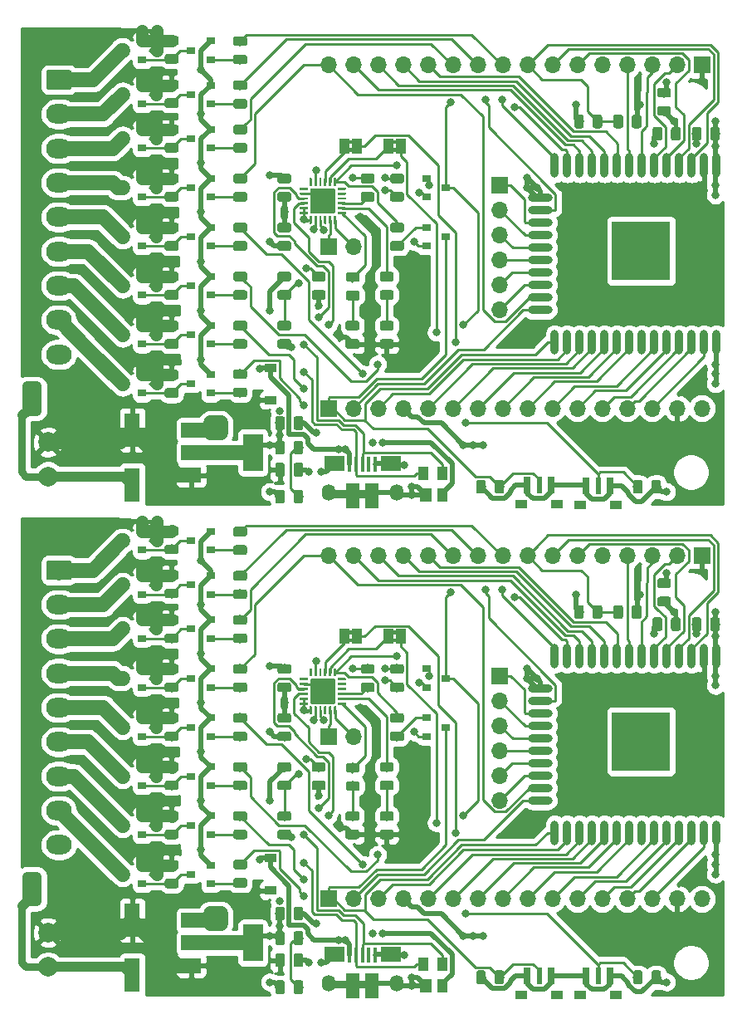
<source format=gbr>
G04 #@! TF.GenerationSoftware,KiCad,Pcbnew,5.0.1*
G04 #@! TF.CreationDate,2019-02-10T14:23:20-05:00*
G04 #@! TF.ProjectId,12V-SmartSwitch_2panel,3132562D536D6172745377697463685F,rev?*
G04 #@! TF.SameCoordinates,Original*
G04 #@! TF.FileFunction,Copper,L1,Top,Signal*
G04 #@! TF.FilePolarity,Positive*
%FSLAX46Y46*%
G04 Gerber Fmt 4.6, Leading zero omitted, Abs format (unit mm)*
G04 Created by KiCad (PCBNEW 5.0.1) date Sun 10 Feb 2019 02:23:20 PM EST*
%MOMM*%
%LPD*%
G01*
G04 APERTURE LIST*
G04 #@! TA.AperFunction,Conductor*
%ADD10C,0.100000*%
G04 #@! TD*
G04 #@! TA.AperFunction,SMDPad,CuDef*
%ADD11C,0.975000*%
G04 #@! TD*
G04 #@! TA.AperFunction,SMDPad,CuDef*
%ADD12R,1.600000X3.500000*%
G04 #@! TD*
G04 #@! TA.AperFunction,ComponentPad*
%ADD13O,1.700000X1.700000*%
G04 #@! TD*
G04 #@! TA.AperFunction,ComponentPad*
%ADD14R,1.700000X1.700000*%
G04 #@! TD*
G04 #@! TA.AperFunction,ComponentPad*
%ADD15C,2.000000*%
G04 #@! TD*
G04 #@! TA.AperFunction,SMDPad,CuDef*
%ADD16R,2.000000X1.500000*%
G04 #@! TD*
G04 #@! TA.AperFunction,SMDPad,CuDef*
%ADD17R,0.400000X1.650000*%
G04 #@! TD*
G04 #@! TA.AperFunction,ComponentPad*
%ADD18O,1.100000X1.500000*%
G04 #@! TD*
G04 #@! TA.AperFunction,ComponentPad*
%ADD19O,1.350000X1.700000*%
G04 #@! TD*
G04 #@! TA.AperFunction,SMDPad,CuDef*
%ADD20R,1.430000X2.500000*%
G04 #@! TD*
G04 #@! TA.AperFunction,ComponentPad*
%ADD21O,2.600000X2.000000*%
G04 #@! TD*
G04 #@! TA.AperFunction,SMDPad,CuDef*
%ADD22O,0.900000X2.500000*%
G04 #@! TD*
G04 #@! TA.AperFunction,SMDPad,CuDef*
%ADD23O,2.500000X0.900000*%
G04 #@! TD*
G04 #@! TA.AperFunction,SMDPad,CuDef*
%ADD24R,6.000000X6.000000*%
G04 #@! TD*
G04 #@! TA.AperFunction,SMDPad,CuDef*
%ADD25R,0.750000X1.800000*%
G04 #@! TD*
G04 #@! TA.AperFunction,SMDPad,CuDef*
%ADD26R,0.600000X1.800000*%
G04 #@! TD*
G04 #@! TA.AperFunction,SMDPad,CuDef*
%ADD27R,1.300000X0.900000*%
G04 #@! TD*
G04 #@! TA.AperFunction,SMDPad,CuDef*
%ADD28R,1.200000X0.900000*%
G04 #@! TD*
G04 #@! TA.AperFunction,SMDPad,CuDef*
%ADD29C,1.000000*%
G04 #@! TD*
G04 #@! TA.AperFunction,SMDPad,CuDef*
%ADD30R,1.000000X1.500000*%
G04 #@! TD*
G04 #@! TA.AperFunction,SMDPad,CuDef*
%ADD31C,2.600000*%
G04 #@! TD*
G04 #@! TA.AperFunction,SMDPad,CuDef*
%ADD32C,0.250000*%
G04 #@! TD*
G04 #@! TA.AperFunction,SMDPad,CuDef*
%ADD33R,1.200000X1.400000*%
G04 #@! TD*
G04 #@! TA.AperFunction,SMDPad,CuDef*
%ADD34R,1.000000X1.400000*%
G04 #@! TD*
G04 #@! TA.AperFunction,SMDPad,CuDef*
%ADD35R,2.000000X3.800000*%
G04 #@! TD*
G04 #@! TA.AperFunction,SMDPad,CuDef*
%ADD36R,0.900000X0.800000*%
G04 #@! TD*
G04 #@! TA.AperFunction,ViaPad*
%ADD37C,0.800000*%
G04 #@! TD*
G04 #@! TA.AperFunction,Conductor*
%ADD38C,0.500000*%
G04 #@! TD*
G04 #@! TA.AperFunction,Conductor*
%ADD39C,0.250000*%
G04 #@! TD*
G04 #@! TA.AperFunction,Conductor*
%ADD40C,1.500000*%
G04 #@! TD*
G04 #@! TA.AperFunction,Conductor*
%ADD41C,1.000000*%
G04 #@! TD*
G04 #@! TA.AperFunction,Conductor*
%ADD42C,0.750000*%
G04 #@! TD*
G04 #@! TA.AperFunction,Conductor*
%ADD43C,1.250000*%
G04 #@! TD*
G04 #@! TA.AperFunction,Conductor*
%ADD44C,0.254000*%
G04 #@! TD*
G04 APERTURE END LIST*
D10*
G04 #@! TO.N,VDD*
G04 #@! TO.C,C11*
G36*
X186730142Y-39701174D02*
X186753803Y-39704684D01*
X186777007Y-39710496D01*
X186799529Y-39718554D01*
X186821153Y-39728782D01*
X186841670Y-39741079D01*
X186860883Y-39755329D01*
X186878607Y-39771393D01*
X186894671Y-39789117D01*
X186908921Y-39808330D01*
X186921218Y-39828847D01*
X186931446Y-39850471D01*
X186939504Y-39872993D01*
X186945316Y-39896197D01*
X186948826Y-39919858D01*
X186950000Y-39943750D01*
X186950000Y-40431250D01*
X186948826Y-40455142D01*
X186945316Y-40478803D01*
X186939504Y-40502007D01*
X186931446Y-40524529D01*
X186921218Y-40546153D01*
X186908921Y-40566670D01*
X186894671Y-40585883D01*
X186878607Y-40603607D01*
X186860883Y-40619671D01*
X186841670Y-40633921D01*
X186821153Y-40646218D01*
X186799529Y-40656446D01*
X186777007Y-40664504D01*
X186753803Y-40670316D01*
X186730142Y-40673826D01*
X186706250Y-40675000D01*
X185793750Y-40675000D01*
X185769858Y-40673826D01*
X185746197Y-40670316D01*
X185722993Y-40664504D01*
X185700471Y-40656446D01*
X185678847Y-40646218D01*
X185658330Y-40633921D01*
X185639117Y-40619671D01*
X185621393Y-40603607D01*
X185605329Y-40585883D01*
X185591079Y-40566670D01*
X185578782Y-40546153D01*
X185568554Y-40524529D01*
X185560496Y-40502007D01*
X185554684Y-40478803D01*
X185551174Y-40455142D01*
X185550000Y-40431250D01*
X185550000Y-39943750D01*
X185551174Y-39919858D01*
X185554684Y-39896197D01*
X185560496Y-39872993D01*
X185568554Y-39850471D01*
X185578782Y-39828847D01*
X185591079Y-39808330D01*
X185605329Y-39789117D01*
X185621393Y-39771393D01*
X185639117Y-39755329D01*
X185658330Y-39741079D01*
X185678847Y-39728782D01*
X185700471Y-39718554D01*
X185722993Y-39710496D01*
X185746197Y-39704684D01*
X185769858Y-39701174D01*
X185793750Y-39700000D01*
X186706250Y-39700000D01*
X186730142Y-39701174D01*
X186730142Y-39701174D01*
G37*
D11*
G04 #@! TD*
G04 #@! TO.P,C11,1*
G04 #@! TO.N,VDD*
X186250000Y-40187500D03*
D10*
G04 #@! TO.N,GND*
G04 #@! TO.C,C11*
G36*
X186730142Y-37826174D02*
X186753803Y-37829684D01*
X186777007Y-37835496D01*
X186799529Y-37843554D01*
X186821153Y-37853782D01*
X186841670Y-37866079D01*
X186860883Y-37880329D01*
X186878607Y-37896393D01*
X186894671Y-37914117D01*
X186908921Y-37933330D01*
X186921218Y-37953847D01*
X186931446Y-37975471D01*
X186939504Y-37997993D01*
X186945316Y-38021197D01*
X186948826Y-38044858D01*
X186950000Y-38068750D01*
X186950000Y-38556250D01*
X186948826Y-38580142D01*
X186945316Y-38603803D01*
X186939504Y-38627007D01*
X186931446Y-38649529D01*
X186921218Y-38671153D01*
X186908921Y-38691670D01*
X186894671Y-38710883D01*
X186878607Y-38728607D01*
X186860883Y-38744671D01*
X186841670Y-38758921D01*
X186821153Y-38771218D01*
X186799529Y-38781446D01*
X186777007Y-38789504D01*
X186753803Y-38795316D01*
X186730142Y-38798826D01*
X186706250Y-38800000D01*
X185793750Y-38800000D01*
X185769858Y-38798826D01*
X185746197Y-38795316D01*
X185722993Y-38789504D01*
X185700471Y-38781446D01*
X185678847Y-38771218D01*
X185658330Y-38758921D01*
X185639117Y-38744671D01*
X185621393Y-38728607D01*
X185605329Y-38710883D01*
X185591079Y-38691670D01*
X185578782Y-38671153D01*
X185568554Y-38649529D01*
X185560496Y-38627007D01*
X185554684Y-38603803D01*
X185551174Y-38580142D01*
X185550000Y-38556250D01*
X185550000Y-38068750D01*
X185551174Y-38044858D01*
X185554684Y-38021197D01*
X185560496Y-37997993D01*
X185568554Y-37975471D01*
X185578782Y-37953847D01*
X185591079Y-37933330D01*
X185605329Y-37914117D01*
X185621393Y-37896393D01*
X185639117Y-37880329D01*
X185658330Y-37866079D01*
X185678847Y-37853782D01*
X185700471Y-37843554D01*
X185722993Y-37835496D01*
X185746197Y-37829684D01*
X185769858Y-37826174D01*
X185793750Y-37825000D01*
X186706250Y-37825000D01*
X186730142Y-37826174D01*
X186730142Y-37826174D01*
G37*
D11*
G04 #@! TD*
G04 #@! TO.P,C11,2*
G04 #@! TO.N,GND*
X186250000Y-38312500D03*
D12*
G04 #@! TO.P,C10,2*
G04 #@! TO.N,GND*
X132000000Y-78300000D03*
G04 #@! TO.P,C10,1*
G04 #@! TO.N,+VDC*
X132000000Y-72700000D03*
G04 #@! TD*
D13*
G04 #@! TO.P,J5,16*
G04 #@! TO.N,GND*
X190100000Y-70500000D03*
G04 #@! TO.P,J5,15*
G04 #@! TO.N,VDD*
X187560000Y-70500000D03*
G04 #@! TO.P,J5,14*
G04 #@! TO.N,IO23*
X185020000Y-70500000D03*
G04 #@! TO.P,J5,13*
G04 #@! TO.N,IO22*
X182480000Y-70500000D03*
G04 #@! TO.P,J5,12*
G04 #@! TO.N,TxD*
X179940000Y-70500000D03*
G04 #@! TO.P,J5,11*
G04 #@! TO.N,RxD*
X177400000Y-70500000D03*
G04 #@! TO.P,J5,10*
G04 #@! TO.N,IO21*
X174860000Y-70500000D03*
G04 #@! TO.P,J5,9*
G04 #@! TO.N,IO19*
X172320000Y-70500000D03*
G04 #@! TO.P,J5,8*
G04 #@! TO.N,IO18*
X169780000Y-70500000D03*
G04 #@! TO.P,J5,7*
G04 #@! TO.N,IO5*
X167240000Y-70500000D03*
G04 #@! TO.P,J5,6*
G04 #@! TO.N,IO17*
X164700000Y-70500000D03*
G04 #@! TO.P,J5,5*
G04 #@! TO.N,IO16*
X162160000Y-70500000D03*
G04 #@! TO.P,J5,4*
G04 #@! TO.N,GND*
X159620000Y-70500000D03*
G04 #@! TO.P,J5,3*
G04 #@! TO.N,IO4*
X157080000Y-70500000D03*
G04 #@! TO.P,J5,2*
G04 #@! TO.N,IO2*
X154540000Y-70500000D03*
D14*
G04 #@! TO.P,J5,1*
G04 #@! TO.N,IO0*
X152000000Y-70500000D03*
G04 #@! TD*
D13*
G04 #@! TO.P,J4,6*
G04 #@! TO.N,SD1*
X169500000Y-60450000D03*
G04 #@! TO.P,J4,5*
G04 #@! TO.N,SD0*
X169500000Y-57910000D03*
G04 #@! TO.P,J4,4*
G04 #@! TO.N,SDCLK*
X169500000Y-55370000D03*
G04 #@! TO.P,J4,3*
G04 #@! TO.N,CMD*
X169500000Y-52830000D03*
G04 #@! TO.P,J4,2*
G04 #@! TO.N,SD3*
X169500000Y-50290000D03*
D14*
G04 #@! TO.P,J4,1*
G04 #@! TO.N,SD2*
X169500000Y-47750000D03*
G04 #@! TD*
D13*
G04 #@! TO.P,J7,16*
G04 #@! TO.N,IO15*
X152000000Y-35500000D03*
G04 #@! TO.P,J7,15*
G04 #@! TO.N,IO27*
X154540000Y-35500000D03*
G04 #@! TO.P,J7,14*
G04 #@! TO.N,IO26*
X157080000Y-35500000D03*
G04 #@! TO.P,J7,13*
G04 #@! TO.N,IO25*
X159620000Y-35500000D03*
G04 #@! TO.P,J7,12*
G04 #@! TO.N,IO33*
X162160000Y-35500000D03*
G04 #@! TO.P,J7,11*
G04 #@! TO.N,IO14*
X164700000Y-35500000D03*
G04 #@! TO.P,J7,10*
G04 #@! TO.N,IO13*
X167240000Y-35500000D03*
G04 #@! TO.P,J7,9*
G04 #@! TO.N,IO12*
X169780000Y-35500000D03*
G04 #@! TO.P,J7,8*
G04 #@! TO.N,EN*
X172320000Y-35500000D03*
G04 #@! TO.P,J7,7*
G04 #@! TO.N,SENSOR_VP*
X174860000Y-35500000D03*
G04 #@! TO.P,J7,6*
G04 #@! TO.N,SENSOR_VN*
X177400000Y-35500000D03*
G04 #@! TO.P,J7,5*
G04 #@! TO.N,GND*
X179940000Y-35500000D03*
G04 #@! TO.P,J7,4*
G04 #@! TO.N,IO32*
X182480000Y-35500000D03*
G04 #@! TO.P,J7,3*
G04 #@! TO.N,IO35*
X185020000Y-35500000D03*
G04 #@! TO.P,J7,2*
G04 #@! TO.N,IO34*
X187560000Y-35500000D03*
D14*
G04 #@! TO.P,J7,1*
G04 #@! TO.N,VDD*
X190100000Y-35500000D03*
G04 #@! TD*
D10*
G04 #@! TO.N,GND*
G04 #@! TO.C,R26*
G36*
X156480142Y-46576174D02*
X156503803Y-46579684D01*
X156527007Y-46585496D01*
X156549529Y-46593554D01*
X156571153Y-46603782D01*
X156591670Y-46616079D01*
X156610883Y-46630329D01*
X156628607Y-46646393D01*
X156644671Y-46664117D01*
X156658921Y-46683330D01*
X156671218Y-46703847D01*
X156681446Y-46725471D01*
X156689504Y-46747993D01*
X156695316Y-46771197D01*
X156698826Y-46794858D01*
X156700000Y-46818750D01*
X156700000Y-47306250D01*
X156698826Y-47330142D01*
X156695316Y-47353803D01*
X156689504Y-47377007D01*
X156681446Y-47399529D01*
X156671218Y-47421153D01*
X156658921Y-47441670D01*
X156644671Y-47460883D01*
X156628607Y-47478607D01*
X156610883Y-47494671D01*
X156591670Y-47508921D01*
X156571153Y-47521218D01*
X156549529Y-47531446D01*
X156527007Y-47539504D01*
X156503803Y-47545316D01*
X156480142Y-47548826D01*
X156456250Y-47550000D01*
X155543750Y-47550000D01*
X155519858Y-47548826D01*
X155496197Y-47545316D01*
X155472993Y-47539504D01*
X155450471Y-47531446D01*
X155428847Y-47521218D01*
X155408330Y-47508921D01*
X155389117Y-47494671D01*
X155371393Y-47478607D01*
X155355329Y-47460883D01*
X155341079Y-47441670D01*
X155328782Y-47421153D01*
X155318554Y-47399529D01*
X155310496Y-47377007D01*
X155304684Y-47353803D01*
X155301174Y-47330142D01*
X155300000Y-47306250D01*
X155300000Y-46818750D01*
X155301174Y-46794858D01*
X155304684Y-46771197D01*
X155310496Y-46747993D01*
X155318554Y-46725471D01*
X155328782Y-46703847D01*
X155341079Y-46683330D01*
X155355329Y-46664117D01*
X155371393Y-46646393D01*
X155389117Y-46630329D01*
X155408330Y-46616079D01*
X155428847Y-46603782D01*
X155450471Y-46593554D01*
X155472993Y-46585496D01*
X155496197Y-46579684D01*
X155519858Y-46576174D01*
X155543750Y-46575000D01*
X156456250Y-46575000D01*
X156480142Y-46576174D01*
X156480142Y-46576174D01*
G37*
D11*
G04 #@! TD*
G04 #@! TO.P,R26,2*
G04 #@! TO.N,GND*
X156000000Y-47062500D03*
D10*
G04 #@! TO.N,Net-(R26-Pad1)*
G04 #@! TO.C,R26*
G36*
X156480142Y-48451174D02*
X156503803Y-48454684D01*
X156527007Y-48460496D01*
X156549529Y-48468554D01*
X156571153Y-48478782D01*
X156591670Y-48491079D01*
X156610883Y-48505329D01*
X156628607Y-48521393D01*
X156644671Y-48539117D01*
X156658921Y-48558330D01*
X156671218Y-48578847D01*
X156681446Y-48600471D01*
X156689504Y-48622993D01*
X156695316Y-48646197D01*
X156698826Y-48669858D01*
X156700000Y-48693750D01*
X156700000Y-49181250D01*
X156698826Y-49205142D01*
X156695316Y-49228803D01*
X156689504Y-49252007D01*
X156681446Y-49274529D01*
X156671218Y-49296153D01*
X156658921Y-49316670D01*
X156644671Y-49335883D01*
X156628607Y-49353607D01*
X156610883Y-49369671D01*
X156591670Y-49383921D01*
X156571153Y-49396218D01*
X156549529Y-49406446D01*
X156527007Y-49414504D01*
X156503803Y-49420316D01*
X156480142Y-49423826D01*
X156456250Y-49425000D01*
X155543750Y-49425000D01*
X155519858Y-49423826D01*
X155496197Y-49420316D01*
X155472993Y-49414504D01*
X155450471Y-49406446D01*
X155428847Y-49396218D01*
X155408330Y-49383921D01*
X155389117Y-49369671D01*
X155371393Y-49353607D01*
X155355329Y-49335883D01*
X155341079Y-49316670D01*
X155328782Y-49296153D01*
X155318554Y-49274529D01*
X155310496Y-49252007D01*
X155304684Y-49228803D01*
X155301174Y-49205142D01*
X155300000Y-49181250D01*
X155300000Y-48693750D01*
X155301174Y-48669858D01*
X155304684Y-48646197D01*
X155310496Y-48622993D01*
X155318554Y-48600471D01*
X155328782Y-48578847D01*
X155341079Y-48558330D01*
X155355329Y-48539117D01*
X155371393Y-48521393D01*
X155389117Y-48505329D01*
X155408330Y-48491079D01*
X155428847Y-48478782D01*
X155450471Y-48468554D01*
X155472993Y-48460496D01*
X155496197Y-48454684D01*
X155519858Y-48451174D01*
X155543750Y-48450000D01*
X156456250Y-48450000D01*
X156480142Y-48451174D01*
X156480142Y-48451174D01*
G37*
D11*
G04 #@! TD*
G04 #@! TO.P,R26,1*
G04 #@! TO.N,Net-(R26-Pad1)*
X156000000Y-48937500D03*
D15*
G04 #@! TO.P,J1,1*
G04 #@! TO.N,+VDC*
X123400000Y-73945037D03*
G04 #@! TO.P,J1,2*
G04 #@! TO.N,GND*
X123400000Y-77445037D03*
G04 #@! TD*
D16*
G04 #@! TO.P,J3,6*
G04 #@! TO.N,GND*
X152625000Y-76135000D03*
X158375000Y-76115000D03*
D17*
G04 #@! TO.P,J3,1*
G04 #@! TO.N,VBus*
X154175000Y-76235000D03*
G04 #@! TO.P,J3,2*
G04 #@! TO.N,USB_DN*
X154825000Y-76235000D03*
G04 #@! TO.P,J3,3*
G04 #@! TO.N,USB_DP*
X155475000Y-76235000D03*
G04 #@! TO.P,J3,4*
G04 #@! TO.N,Net-(J3-Pad4)*
X156125000Y-76235000D03*
G04 #@! TO.P,J3,5*
G04 #@! TO.N,GND*
X156775000Y-76235000D03*
D18*
G04 #@! TO.P,J3,6*
X153000000Y-76115000D03*
X158000000Y-76115000D03*
D19*
X152000000Y-79115000D03*
X159000000Y-79115000D03*
D20*
X154515000Y-79385000D03*
X156435000Y-79385000D03*
G04 #@! TD*
D10*
G04 #@! TO.N,LOAD_OUT0*
G04 #@! TO.C,J6*
G36*
X125574504Y-36001204D02*
X125598773Y-36004804D01*
X125622571Y-36010765D01*
X125645671Y-36019030D01*
X125667849Y-36029520D01*
X125688893Y-36042133D01*
X125708598Y-36056747D01*
X125726777Y-36073223D01*
X125743253Y-36091402D01*
X125757867Y-36111107D01*
X125770480Y-36132151D01*
X125780970Y-36154329D01*
X125789235Y-36177429D01*
X125795196Y-36201227D01*
X125798796Y-36225496D01*
X125800000Y-36250000D01*
X125800000Y-37750000D01*
X125798796Y-37774504D01*
X125795196Y-37798773D01*
X125789235Y-37822571D01*
X125780970Y-37845671D01*
X125770480Y-37867849D01*
X125757867Y-37888893D01*
X125743253Y-37908598D01*
X125726777Y-37926777D01*
X125708598Y-37943253D01*
X125688893Y-37957867D01*
X125667849Y-37970480D01*
X125645671Y-37980970D01*
X125622571Y-37989235D01*
X125598773Y-37995196D01*
X125574504Y-37998796D01*
X125550000Y-38000000D01*
X123450000Y-38000000D01*
X123425496Y-37998796D01*
X123401227Y-37995196D01*
X123377429Y-37989235D01*
X123354329Y-37980970D01*
X123332151Y-37970480D01*
X123311107Y-37957867D01*
X123291402Y-37943253D01*
X123273223Y-37926777D01*
X123256747Y-37908598D01*
X123242133Y-37888893D01*
X123229520Y-37867849D01*
X123219030Y-37845671D01*
X123210765Y-37822571D01*
X123204804Y-37798773D01*
X123201204Y-37774504D01*
X123200000Y-37750000D01*
X123200000Y-36250000D01*
X123201204Y-36225496D01*
X123204804Y-36201227D01*
X123210765Y-36177429D01*
X123219030Y-36154329D01*
X123229520Y-36132151D01*
X123242133Y-36111107D01*
X123256747Y-36091402D01*
X123273223Y-36073223D01*
X123291402Y-36056747D01*
X123311107Y-36042133D01*
X123332151Y-36029520D01*
X123354329Y-36019030D01*
X123377429Y-36010765D01*
X123401227Y-36004804D01*
X123425496Y-36001204D01*
X123450000Y-36000000D01*
X125550000Y-36000000D01*
X125574504Y-36001204D01*
X125574504Y-36001204D01*
G37*
D15*
G04 #@! TD*
G04 #@! TO.P,J6,1*
G04 #@! TO.N,LOAD_OUT0*
X124500000Y-37000000D03*
D21*
G04 #@! TO.P,J6,2*
G04 #@! TO.N,LOAD_OUT1*
X124500000Y-40500000D03*
G04 #@! TO.P,J6,3*
G04 #@! TO.N,LOAD_OUT2*
X124500000Y-44000000D03*
G04 #@! TO.P,J6,4*
G04 #@! TO.N,LOAD_OUT3*
X124500000Y-47500000D03*
G04 #@! TO.P,J6,5*
G04 #@! TO.N,LOAD_OUT4*
X124500000Y-51000000D03*
G04 #@! TO.P,J6,6*
G04 #@! TO.N,LOAD_OUT5*
X124500000Y-54500000D03*
G04 #@! TO.P,J6,7*
G04 #@! TO.N,LOAD_OUT6*
X124500000Y-58000000D03*
G04 #@! TO.P,J6,8*
G04 #@! TO.N,LOAD_OUT7*
X124500000Y-61500000D03*
G04 #@! TO.P,J6,9*
G04 #@! TO.N,GND*
X124500000Y-65000000D03*
G04 #@! TD*
D22*
G04 #@! TO.P,U2,38*
G04 #@! TO.N,GND*
X191600000Y-63750000D03*
G04 #@! TO.P,U2,37*
G04 #@! TO.N,IO23*
X190330000Y-63750000D03*
G04 #@! TO.P,U2,36*
G04 #@! TO.N,IO22*
X189060000Y-63750000D03*
G04 #@! TO.P,U2,35*
G04 #@! TO.N,TxD*
X187790000Y-63750000D03*
G04 #@! TO.P,U2,34*
G04 #@! TO.N,RxD*
X186520000Y-63750000D03*
G04 #@! TO.P,U2,33*
G04 #@! TO.N,IO21*
X185250000Y-63750000D03*
G04 #@! TO.P,U2,32*
G04 #@! TO.N,Net-(U2-Pad32)*
X183980000Y-63750000D03*
G04 #@! TO.P,U2,31*
G04 #@! TO.N,IO19*
X182710000Y-63750000D03*
G04 #@! TO.P,U2,30*
G04 #@! TO.N,IO18*
X181440000Y-63750000D03*
G04 #@! TO.P,U2,29*
G04 #@! TO.N,IO5*
X180170000Y-63750000D03*
G04 #@! TO.P,U2,28*
G04 #@! TO.N,IO17*
X178900000Y-63750000D03*
G04 #@! TO.P,U2,27*
G04 #@! TO.N,IO16*
X177630000Y-63750000D03*
G04 #@! TO.P,U2,26*
G04 #@! TO.N,IO4*
X176360000Y-63750000D03*
G04 #@! TO.P,U2,25*
G04 #@! TO.N,IO0*
X175090000Y-63750000D03*
D23*
G04 #@! TO.P,U2,24*
G04 #@! TO.N,IO2*
X173600000Y-60465000D03*
G04 #@! TO.P,U2,23*
G04 #@! TO.N,IO15*
X173600000Y-59195000D03*
G04 #@! TO.P,U2,22*
G04 #@! TO.N,SD1*
X173600000Y-57925000D03*
G04 #@! TO.P,U2,21*
G04 #@! TO.N,SD0*
X173600000Y-56655000D03*
G04 #@! TO.P,U2,20*
G04 #@! TO.N,SDCLK*
X173600000Y-55385000D03*
G04 #@! TO.P,U2,19*
G04 #@! TO.N,CMD*
X173600000Y-54115000D03*
G04 #@! TO.P,U2,18*
G04 #@! TO.N,SD3*
X173600000Y-52845000D03*
G04 #@! TO.P,U2,17*
G04 #@! TO.N,SD2*
X173600000Y-51575000D03*
G04 #@! TO.P,U2,16*
G04 #@! TO.N,IO13*
X173600000Y-50305000D03*
G04 #@! TO.P,U2,15*
G04 #@! TO.N,GND*
X173600000Y-49035000D03*
D22*
G04 #@! TO.P,U2,14*
G04 #@! TO.N,IO12*
X175090000Y-45750000D03*
G04 #@! TO.P,U2,13*
G04 #@! TO.N,IO14*
X176360000Y-45750000D03*
G04 #@! TO.P,U2,12*
G04 #@! TO.N,IO27*
X177630000Y-45750000D03*
G04 #@! TO.P,U2,11*
G04 #@! TO.N,IO26*
X178900000Y-45750000D03*
G04 #@! TO.P,U2,10*
G04 #@! TO.N,IO25*
X180170000Y-45750000D03*
G04 #@! TO.P,U2,9*
G04 #@! TO.N,IO33*
X181440000Y-45750000D03*
G04 #@! TO.P,U2,8*
G04 #@! TO.N,IO32*
X182710000Y-45750000D03*
G04 #@! TO.P,U2,7*
G04 #@! TO.N,IO35*
X183980000Y-45750000D03*
G04 #@! TO.P,U2,6*
G04 #@! TO.N,IO34*
X185250000Y-45750000D03*
G04 #@! TO.P,U2,5*
G04 #@! TO.N,SENSOR_VN*
X186520000Y-45750000D03*
G04 #@! TO.P,U2,4*
G04 #@! TO.N,SENSOR_VP*
X187790000Y-45750000D03*
G04 #@! TO.P,U2,3*
G04 #@! TO.N,EN*
X189060000Y-45750000D03*
G04 #@! TO.P,U2,2*
G04 #@! TO.N,VDD*
X190330000Y-45750000D03*
G04 #@! TO.P,U2,1*
G04 #@! TO.N,GND*
X191600000Y-45750000D03*
D24*
G04 #@! TO.P,U2,39*
X183900000Y-54450000D03*
G04 #@! TD*
D25*
G04 #@! TO.P,SW2,1*
G04 #@! TO.N,GND*
X178275000Y-78376760D03*
D26*
G04 #@! TO.P,SW2,2*
G04 #@! TO.N,EN*
X179500000Y-78376760D03*
D25*
G04 #@! TO.P,SW2,1*
G04 #@! TO.N,GND*
X180725000Y-78376760D03*
D27*
G04 #@! TO.P,SW2,*
G04 #@! TO.N,*
X181350000Y-80326760D03*
X177650000Y-80326760D03*
G04 #@! TD*
G04 #@! TO.P,SW1,*
G04 #@! TO.N,*
X171650000Y-80300000D03*
X175350000Y-80300000D03*
D25*
G04 #@! TO.P,SW1,1*
G04 #@! TO.N,GND*
X174725000Y-78350000D03*
D26*
G04 #@! TO.P,SW1,2*
G04 #@! TO.N,IO0*
X173500000Y-78350000D03*
D25*
G04 #@! TO.P,SW1,1*
G04 #@! TO.N,GND*
X172275000Y-78350000D03*
G04 #@! TD*
D10*
G04 #@! TO.N,VDD*
G04 #@! TO.C,C2*
G36*
X147980142Y-51576174D02*
X148003803Y-51579684D01*
X148027007Y-51585496D01*
X148049529Y-51593554D01*
X148071153Y-51603782D01*
X148091670Y-51616079D01*
X148110883Y-51630329D01*
X148128607Y-51646393D01*
X148144671Y-51664117D01*
X148158921Y-51683330D01*
X148171218Y-51703847D01*
X148181446Y-51725471D01*
X148189504Y-51747993D01*
X148195316Y-51771197D01*
X148198826Y-51794858D01*
X148200000Y-51818750D01*
X148200000Y-52306250D01*
X148198826Y-52330142D01*
X148195316Y-52353803D01*
X148189504Y-52377007D01*
X148181446Y-52399529D01*
X148171218Y-52421153D01*
X148158921Y-52441670D01*
X148144671Y-52460883D01*
X148128607Y-52478607D01*
X148110883Y-52494671D01*
X148091670Y-52508921D01*
X148071153Y-52521218D01*
X148049529Y-52531446D01*
X148027007Y-52539504D01*
X148003803Y-52545316D01*
X147980142Y-52548826D01*
X147956250Y-52550000D01*
X147043750Y-52550000D01*
X147019858Y-52548826D01*
X146996197Y-52545316D01*
X146972993Y-52539504D01*
X146950471Y-52531446D01*
X146928847Y-52521218D01*
X146908330Y-52508921D01*
X146889117Y-52494671D01*
X146871393Y-52478607D01*
X146855329Y-52460883D01*
X146841079Y-52441670D01*
X146828782Y-52421153D01*
X146818554Y-52399529D01*
X146810496Y-52377007D01*
X146804684Y-52353803D01*
X146801174Y-52330142D01*
X146800000Y-52306250D01*
X146800000Y-51818750D01*
X146801174Y-51794858D01*
X146804684Y-51771197D01*
X146810496Y-51747993D01*
X146818554Y-51725471D01*
X146828782Y-51703847D01*
X146841079Y-51683330D01*
X146855329Y-51664117D01*
X146871393Y-51646393D01*
X146889117Y-51630329D01*
X146908330Y-51616079D01*
X146928847Y-51603782D01*
X146950471Y-51593554D01*
X146972993Y-51585496D01*
X146996197Y-51579684D01*
X147019858Y-51576174D01*
X147043750Y-51575000D01*
X147956250Y-51575000D01*
X147980142Y-51576174D01*
X147980142Y-51576174D01*
G37*
D11*
G04 #@! TD*
G04 #@! TO.P,C2,1*
G04 #@! TO.N,VDD*
X147500000Y-52062500D03*
D10*
G04 #@! TO.N,GND*
G04 #@! TO.C,C2*
G36*
X147980142Y-53451174D02*
X148003803Y-53454684D01*
X148027007Y-53460496D01*
X148049529Y-53468554D01*
X148071153Y-53478782D01*
X148091670Y-53491079D01*
X148110883Y-53505329D01*
X148128607Y-53521393D01*
X148144671Y-53539117D01*
X148158921Y-53558330D01*
X148171218Y-53578847D01*
X148181446Y-53600471D01*
X148189504Y-53622993D01*
X148195316Y-53646197D01*
X148198826Y-53669858D01*
X148200000Y-53693750D01*
X148200000Y-54181250D01*
X148198826Y-54205142D01*
X148195316Y-54228803D01*
X148189504Y-54252007D01*
X148181446Y-54274529D01*
X148171218Y-54296153D01*
X148158921Y-54316670D01*
X148144671Y-54335883D01*
X148128607Y-54353607D01*
X148110883Y-54369671D01*
X148091670Y-54383921D01*
X148071153Y-54396218D01*
X148049529Y-54406446D01*
X148027007Y-54414504D01*
X148003803Y-54420316D01*
X147980142Y-54423826D01*
X147956250Y-54425000D01*
X147043750Y-54425000D01*
X147019858Y-54423826D01*
X146996197Y-54420316D01*
X146972993Y-54414504D01*
X146950471Y-54406446D01*
X146928847Y-54396218D01*
X146908330Y-54383921D01*
X146889117Y-54369671D01*
X146871393Y-54353607D01*
X146855329Y-54335883D01*
X146841079Y-54316670D01*
X146828782Y-54296153D01*
X146818554Y-54274529D01*
X146810496Y-54252007D01*
X146804684Y-54228803D01*
X146801174Y-54205142D01*
X146800000Y-54181250D01*
X146800000Y-53693750D01*
X146801174Y-53669858D01*
X146804684Y-53646197D01*
X146810496Y-53622993D01*
X146818554Y-53600471D01*
X146828782Y-53578847D01*
X146841079Y-53558330D01*
X146855329Y-53539117D01*
X146871393Y-53521393D01*
X146889117Y-53505329D01*
X146908330Y-53491079D01*
X146928847Y-53478782D01*
X146950471Y-53468554D01*
X146972993Y-53460496D01*
X146996197Y-53454684D01*
X147019858Y-53451174D01*
X147043750Y-53450000D01*
X147956250Y-53450000D01*
X147980142Y-53451174D01*
X147980142Y-53451174D01*
G37*
D11*
G04 #@! TD*
G04 #@! TO.P,C2,2*
G04 #@! TO.N,GND*
X147500000Y-53937500D03*
D10*
G04 #@! TO.N,GND*
G04 #@! TO.C,C3*
G36*
X185830142Y-41801174D02*
X185853803Y-41804684D01*
X185877007Y-41810496D01*
X185899529Y-41818554D01*
X185921153Y-41828782D01*
X185941670Y-41841079D01*
X185960883Y-41855329D01*
X185978607Y-41871393D01*
X185994671Y-41889117D01*
X186008921Y-41908330D01*
X186021218Y-41928847D01*
X186031446Y-41950471D01*
X186039504Y-41972993D01*
X186045316Y-41996197D01*
X186048826Y-42019858D01*
X186050000Y-42043750D01*
X186050000Y-42956250D01*
X186048826Y-42980142D01*
X186045316Y-43003803D01*
X186039504Y-43027007D01*
X186031446Y-43049529D01*
X186021218Y-43071153D01*
X186008921Y-43091670D01*
X185994671Y-43110883D01*
X185978607Y-43128607D01*
X185960883Y-43144671D01*
X185941670Y-43158921D01*
X185921153Y-43171218D01*
X185899529Y-43181446D01*
X185877007Y-43189504D01*
X185853803Y-43195316D01*
X185830142Y-43198826D01*
X185806250Y-43200000D01*
X185318750Y-43200000D01*
X185294858Y-43198826D01*
X185271197Y-43195316D01*
X185247993Y-43189504D01*
X185225471Y-43181446D01*
X185203847Y-43171218D01*
X185183330Y-43158921D01*
X185164117Y-43144671D01*
X185146393Y-43128607D01*
X185130329Y-43110883D01*
X185116079Y-43091670D01*
X185103782Y-43071153D01*
X185093554Y-43049529D01*
X185085496Y-43027007D01*
X185079684Y-43003803D01*
X185076174Y-42980142D01*
X185075000Y-42956250D01*
X185075000Y-42043750D01*
X185076174Y-42019858D01*
X185079684Y-41996197D01*
X185085496Y-41972993D01*
X185093554Y-41950471D01*
X185103782Y-41928847D01*
X185116079Y-41908330D01*
X185130329Y-41889117D01*
X185146393Y-41871393D01*
X185164117Y-41855329D01*
X185183330Y-41841079D01*
X185203847Y-41828782D01*
X185225471Y-41818554D01*
X185247993Y-41810496D01*
X185271197Y-41804684D01*
X185294858Y-41801174D01*
X185318750Y-41800000D01*
X185806250Y-41800000D01*
X185830142Y-41801174D01*
X185830142Y-41801174D01*
G37*
D11*
G04 #@! TD*
G04 #@! TO.P,C3,2*
G04 #@! TO.N,GND*
X185562500Y-42500000D03*
D10*
G04 #@! TO.N,VDD*
G04 #@! TO.C,C3*
G36*
X187705142Y-41801174D02*
X187728803Y-41804684D01*
X187752007Y-41810496D01*
X187774529Y-41818554D01*
X187796153Y-41828782D01*
X187816670Y-41841079D01*
X187835883Y-41855329D01*
X187853607Y-41871393D01*
X187869671Y-41889117D01*
X187883921Y-41908330D01*
X187896218Y-41928847D01*
X187906446Y-41950471D01*
X187914504Y-41972993D01*
X187920316Y-41996197D01*
X187923826Y-42019858D01*
X187925000Y-42043750D01*
X187925000Y-42956250D01*
X187923826Y-42980142D01*
X187920316Y-43003803D01*
X187914504Y-43027007D01*
X187906446Y-43049529D01*
X187896218Y-43071153D01*
X187883921Y-43091670D01*
X187869671Y-43110883D01*
X187853607Y-43128607D01*
X187835883Y-43144671D01*
X187816670Y-43158921D01*
X187796153Y-43171218D01*
X187774529Y-43181446D01*
X187752007Y-43189504D01*
X187728803Y-43195316D01*
X187705142Y-43198826D01*
X187681250Y-43200000D01*
X187193750Y-43200000D01*
X187169858Y-43198826D01*
X187146197Y-43195316D01*
X187122993Y-43189504D01*
X187100471Y-43181446D01*
X187078847Y-43171218D01*
X187058330Y-43158921D01*
X187039117Y-43144671D01*
X187021393Y-43128607D01*
X187005329Y-43110883D01*
X186991079Y-43091670D01*
X186978782Y-43071153D01*
X186968554Y-43049529D01*
X186960496Y-43027007D01*
X186954684Y-43003803D01*
X186951174Y-42980142D01*
X186950000Y-42956250D01*
X186950000Y-42043750D01*
X186951174Y-42019858D01*
X186954684Y-41996197D01*
X186960496Y-41972993D01*
X186968554Y-41950471D01*
X186978782Y-41928847D01*
X186991079Y-41908330D01*
X187005329Y-41889117D01*
X187021393Y-41871393D01*
X187039117Y-41855329D01*
X187058330Y-41841079D01*
X187078847Y-41828782D01*
X187100471Y-41818554D01*
X187122993Y-41810496D01*
X187146197Y-41804684D01*
X187169858Y-41801174D01*
X187193750Y-41800000D01*
X187681250Y-41800000D01*
X187705142Y-41801174D01*
X187705142Y-41801174D01*
G37*
D11*
G04 #@! TD*
G04 #@! TO.P,C3,1*
G04 #@! TO.N,VDD*
X187437500Y-42500000D03*
D10*
G04 #@! TO.N,VDD*
G04 #@! TO.C,C4*
G36*
X189830142Y-41801174D02*
X189853803Y-41804684D01*
X189877007Y-41810496D01*
X189899529Y-41818554D01*
X189921153Y-41828782D01*
X189941670Y-41841079D01*
X189960883Y-41855329D01*
X189978607Y-41871393D01*
X189994671Y-41889117D01*
X190008921Y-41908330D01*
X190021218Y-41928847D01*
X190031446Y-41950471D01*
X190039504Y-41972993D01*
X190045316Y-41996197D01*
X190048826Y-42019858D01*
X190050000Y-42043750D01*
X190050000Y-42956250D01*
X190048826Y-42980142D01*
X190045316Y-43003803D01*
X190039504Y-43027007D01*
X190031446Y-43049529D01*
X190021218Y-43071153D01*
X190008921Y-43091670D01*
X189994671Y-43110883D01*
X189978607Y-43128607D01*
X189960883Y-43144671D01*
X189941670Y-43158921D01*
X189921153Y-43171218D01*
X189899529Y-43181446D01*
X189877007Y-43189504D01*
X189853803Y-43195316D01*
X189830142Y-43198826D01*
X189806250Y-43200000D01*
X189318750Y-43200000D01*
X189294858Y-43198826D01*
X189271197Y-43195316D01*
X189247993Y-43189504D01*
X189225471Y-43181446D01*
X189203847Y-43171218D01*
X189183330Y-43158921D01*
X189164117Y-43144671D01*
X189146393Y-43128607D01*
X189130329Y-43110883D01*
X189116079Y-43091670D01*
X189103782Y-43071153D01*
X189093554Y-43049529D01*
X189085496Y-43027007D01*
X189079684Y-43003803D01*
X189076174Y-42980142D01*
X189075000Y-42956250D01*
X189075000Y-42043750D01*
X189076174Y-42019858D01*
X189079684Y-41996197D01*
X189085496Y-41972993D01*
X189093554Y-41950471D01*
X189103782Y-41928847D01*
X189116079Y-41908330D01*
X189130329Y-41889117D01*
X189146393Y-41871393D01*
X189164117Y-41855329D01*
X189183330Y-41841079D01*
X189203847Y-41828782D01*
X189225471Y-41818554D01*
X189247993Y-41810496D01*
X189271197Y-41804684D01*
X189294858Y-41801174D01*
X189318750Y-41800000D01*
X189806250Y-41800000D01*
X189830142Y-41801174D01*
X189830142Y-41801174D01*
G37*
D11*
G04 #@! TD*
G04 #@! TO.P,C4,1*
G04 #@! TO.N,VDD*
X189562500Y-42500000D03*
D10*
G04 #@! TO.N,GND*
G04 #@! TO.C,C4*
G36*
X191705142Y-41801174D02*
X191728803Y-41804684D01*
X191752007Y-41810496D01*
X191774529Y-41818554D01*
X191796153Y-41828782D01*
X191816670Y-41841079D01*
X191835883Y-41855329D01*
X191853607Y-41871393D01*
X191869671Y-41889117D01*
X191883921Y-41908330D01*
X191896218Y-41928847D01*
X191906446Y-41950471D01*
X191914504Y-41972993D01*
X191920316Y-41996197D01*
X191923826Y-42019858D01*
X191925000Y-42043750D01*
X191925000Y-42956250D01*
X191923826Y-42980142D01*
X191920316Y-43003803D01*
X191914504Y-43027007D01*
X191906446Y-43049529D01*
X191896218Y-43071153D01*
X191883921Y-43091670D01*
X191869671Y-43110883D01*
X191853607Y-43128607D01*
X191835883Y-43144671D01*
X191816670Y-43158921D01*
X191796153Y-43171218D01*
X191774529Y-43181446D01*
X191752007Y-43189504D01*
X191728803Y-43195316D01*
X191705142Y-43198826D01*
X191681250Y-43200000D01*
X191193750Y-43200000D01*
X191169858Y-43198826D01*
X191146197Y-43195316D01*
X191122993Y-43189504D01*
X191100471Y-43181446D01*
X191078847Y-43171218D01*
X191058330Y-43158921D01*
X191039117Y-43144671D01*
X191021393Y-43128607D01*
X191005329Y-43110883D01*
X190991079Y-43091670D01*
X190978782Y-43071153D01*
X190968554Y-43049529D01*
X190960496Y-43027007D01*
X190954684Y-43003803D01*
X190951174Y-42980142D01*
X190950000Y-42956250D01*
X190950000Y-42043750D01*
X190951174Y-42019858D01*
X190954684Y-41996197D01*
X190960496Y-41972993D01*
X190968554Y-41950471D01*
X190978782Y-41928847D01*
X190991079Y-41908330D01*
X191005329Y-41889117D01*
X191021393Y-41871393D01*
X191039117Y-41855329D01*
X191058330Y-41841079D01*
X191078847Y-41828782D01*
X191100471Y-41818554D01*
X191122993Y-41810496D01*
X191146197Y-41804684D01*
X191169858Y-41801174D01*
X191193750Y-41800000D01*
X191681250Y-41800000D01*
X191705142Y-41801174D01*
X191705142Y-41801174D01*
G37*
D11*
G04 #@! TD*
G04 #@! TO.P,C4,2*
G04 #@! TO.N,GND*
X191437500Y-42500000D03*
D10*
G04 #@! TO.N,GND*
G04 #@! TO.C,C5*
G36*
X149205142Y-76051174D02*
X149228803Y-76054684D01*
X149252007Y-76060496D01*
X149274529Y-76068554D01*
X149296153Y-76078782D01*
X149316670Y-76091079D01*
X149335883Y-76105329D01*
X149353607Y-76121393D01*
X149369671Y-76139117D01*
X149383921Y-76158330D01*
X149396218Y-76178847D01*
X149406446Y-76200471D01*
X149414504Y-76222993D01*
X149420316Y-76246197D01*
X149423826Y-76269858D01*
X149425000Y-76293750D01*
X149425000Y-77206250D01*
X149423826Y-77230142D01*
X149420316Y-77253803D01*
X149414504Y-77277007D01*
X149406446Y-77299529D01*
X149396218Y-77321153D01*
X149383921Y-77341670D01*
X149369671Y-77360883D01*
X149353607Y-77378607D01*
X149335883Y-77394671D01*
X149316670Y-77408921D01*
X149296153Y-77421218D01*
X149274529Y-77431446D01*
X149252007Y-77439504D01*
X149228803Y-77445316D01*
X149205142Y-77448826D01*
X149181250Y-77450000D01*
X148693750Y-77450000D01*
X148669858Y-77448826D01*
X148646197Y-77445316D01*
X148622993Y-77439504D01*
X148600471Y-77431446D01*
X148578847Y-77421218D01*
X148558330Y-77408921D01*
X148539117Y-77394671D01*
X148521393Y-77378607D01*
X148505329Y-77360883D01*
X148491079Y-77341670D01*
X148478782Y-77321153D01*
X148468554Y-77299529D01*
X148460496Y-77277007D01*
X148454684Y-77253803D01*
X148451174Y-77230142D01*
X148450000Y-77206250D01*
X148450000Y-76293750D01*
X148451174Y-76269858D01*
X148454684Y-76246197D01*
X148460496Y-76222993D01*
X148468554Y-76200471D01*
X148478782Y-76178847D01*
X148491079Y-76158330D01*
X148505329Y-76139117D01*
X148521393Y-76121393D01*
X148539117Y-76105329D01*
X148558330Y-76091079D01*
X148578847Y-76078782D01*
X148600471Y-76068554D01*
X148622993Y-76060496D01*
X148646197Y-76054684D01*
X148669858Y-76051174D01*
X148693750Y-76050000D01*
X149181250Y-76050000D01*
X149205142Y-76051174D01*
X149205142Y-76051174D01*
G37*
D11*
G04 #@! TD*
G04 #@! TO.P,C5,2*
G04 #@! TO.N,GND*
X148937500Y-76750000D03*
D10*
G04 #@! TO.N,+VDC*
G04 #@! TO.C,C5*
G36*
X147330142Y-76051174D02*
X147353803Y-76054684D01*
X147377007Y-76060496D01*
X147399529Y-76068554D01*
X147421153Y-76078782D01*
X147441670Y-76091079D01*
X147460883Y-76105329D01*
X147478607Y-76121393D01*
X147494671Y-76139117D01*
X147508921Y-76158330D01*
X147521218Y-76178847D01*
X147531446Y-76200471D01*
X147539504Y-76222993D01*
X147545316Y-76246197D01*
X147548826Y-76269858D01*
X147550000Y-76293750D01*
X147550000Y-77206250D01*
X147548826Y-77230142D01*
X147545316Y-77253803D01*
X147539504Y-77277007D01*
X147531446Y-77299529D01*
X147521218Y-77321153D01*
X147508921Y-77341670D01*
X147494671Y-77360883D01*
X147478607Y-77378607D01*
X147460883Y-77394671D01*
X147441670Y-77408921D01*
X147421153Y-77421218D01*
X147399529Y-77431446D01*
X147377007Y-77439504D01*
X147353803Y-77445316D01*
X147330142Y-77448826D01*
X147306250Y-77450000D01*
X146818750Y-77450000D01*
X146794858Y-77448826D01*
X146771197Y-77445316D01*
X146747993Y-77439504D01*
X146725471Y-77431446D01*
X146703847Y-77421218D01*
X146683330Y-77408921D01*
X146664117Y-77394671D01*
X146646393Y-77378607D01*
X146630329Y-77360883D01*
X146616079Y-77341670D01*
X146603782Y-77321153D01*
X146593554Y-77299529D01*
X146585496Y-77277007D01*
X146579684Y-77253803D01*
X146576174Y-77230142D01*
X146575000Y-77206250D01*
X146575000Y-76293750D01*
X146576174Y-76269858D01*
X146579684Y-76246197D01*
X146585496Y-76222993D01*
X146593554Y-76200471D01*
X146603782Y-76178847D01*
X146616079Y-76158330D01*
X146630329Y-76139117D01*
X146646393Y-76121393D01*
X146664117Y-76105329D01*
X146683330Y-76091079D01*
X146703847Y-76078782D01*
X146725471Y-76068554D01*
X146747993Y-76060496D01*
X146771197Y-76054684D01*
X146794858Y-76051174D01*
X146818750Y-76050000D01*
X147306250Y-76050000D01*
X147330142Y-76051174D01*
X147330142Y-76051174D01*
G37*
D11*
G04 #@! TD*
G04 #@! TO.P,C5,1*
G04 #@! TO.N,+VDC*
X147062500Y-76750000D03*
D10*
G04 #@! TO.N,VDD*
G04 #@! TO.C,C6*
G36*
X147330142Y-71301174D02*
X147353803Y-71304684D01*
X147377007Y-71310496D01*
X147399529Y-71318554D01*
X147421153Y-71328782D01*
X147441670Y-71341079D01*
X147460883Y-71355329D01*
X147478607Y-71371393D01*
X147494671Y-71389117D01*
X147508921Y-71408330D01*
X147521218Y-71428847D01*
X147531446Y-71450471D01*
X147539504Y-71472993D01*
X147545316Y-71496197D01*
X147548826Y-71519858D01*
X147550000Y-71543750D01*
X147550000Y-72456250D01*
X147548826Y-72480142D01*
X147545316Y-72503803D01*
X147539504Y-72527007D01*
X147531446Y-72549529D01*
X147521218Y-72571153D01*
X147508921Y-72591670D01*
X147494671Y-72610883D01*
X147478607Y-72628607D01*
X147460883Y-72644671D01*
X147441670Y-72658921D01*
X147421153Y-72671218D01*
X147399529Y-72681446D01*
X147377007Y-72689504D01*
X147353803Y-72695316D01*
X147330142Y-72698826D01*
X147306250Y-72700000D01*
X146818750Y-72700000D01*
X146794858Y-72698826D01*
X146771197Y-72695316D01*
X146747993Y-72689504D01*
X146725471Y-72681446D01*
X146703847Y-72671218D01*
X146683330Y-72658921D01*
X146664117Y-72644671D01*
X146646393Y-72628607D01*
X146630329Y-72610883D01*
X146616079Y-72591670D01*
X146603782Y-72571153D01*
X146593554Y-72549529D01*
X146585496Y-72527007D01*
X146579684Y-72503803D01*
X146576174Y-72480142D01*
X146575000Y-72456250D01*
X146575000Y-71543750D01*
X146576174Y-71519858D01*
X146579684Y-71496197D01*
X146585496Y-71472993D01*
X146593554Y-71450471D01*
X146603782Y-71428847D01*
X146616079Y-71408330D01*
X146630329Y-71389117D01*
X146646393Y-71371393D01*
X146664117Y-71355329D01*
X146683330Y-71341079D01*
X146703847Y-71328782D01*
X146725471Y-71318554D01*
X146747993Y-71310496D01*
X146771197Y-71304684D01*
X146794858Y-71301174D01*
X146818750Y-71300000D01*
X147306250Y-71300000D01*
X147330142Y-71301174D01*
X147330142Y-71301174D01*
G37*
D11*
G04 #@! TD*
G04 #@! TO.P,C6,1*
G04 #@! TO.N,VDD*
X147062500Y-72000000D03*
D10*
G04 #@! TO.N,GND*
G04 #@! TO.C,C6*
G36*
X149205142Y-71301174D02*
X149228803Y-71304684D01*
X149252007Y-71310496D01*
X149274529Y-71318554D01*
X149296153Y-71328782D01*
X149316670Y-71341079D01*
X149335883Y-71355329D01*
X149353607Y-71371393D01*
X149369671Y-71389117D01*
X149383921Y-71408330D01*
X149396218Y-71428847D01*
X149406446Y-71450471D01*
X149414504Y-71472993D01*
X149420316Y-71496197D01*
X149423826Y-71519858D01*
X149425000Y-71543750D01*
X149425000Y-72456250D01*
X149423826Y-72480142D01*
X149420316Y-72503803D01*
X149414504Y-72527007D01*
X149406446Y-72549529D01*
X149396218Y-72571153D01*
X149383921Y-72591670D01*
X149369671Y-72610883D01*
X149353607Y-72628607D01*
X149335883Y-72644671D01*
X149316670Y-72658921D01*
X149296153Y-72671218D01*
X149274529Y-72681446D01*
X149252007Y-72689504D01*
X149228803Y-72695316D01*
X149205142Y-72698826D01*
X149181250Y-72700000D01*
X148693750Y-72700000D01*
X148669858Y-72698826D01*
X148646197Y-72695316D01*
X148622993Y-72689504D01*
X148600471Y-72681446D01*
X148578847Y-72671218D01*
X148558330Y-72658921D01*
X148539117Y-72644671D01*
X148521393Y-72628607D01*
X148505329Y-72610883D01*
X148491079Y-72591670D01*
X148478782Y-72571153D01*
X148468554Y-72549529D01*
X148460496Y-72527007D01*
X148454684Y-72503803D01*
X148451174Y-72480142D01*
X148450000Y-72456250D01*
X148450000Y-71543750D01*
X148451174Y-71519858D01*
X148454684Y-71496197D01*
X148460496Y-71472993D01*
X148468554Y-71450471D01*
X148478782Y-71428847D01*
X148491079Y-71408330D01*
X148505329Y-71389117D01*
X148521393Y-71371393D01*
X148539117Y-71355329D01*
X148558330Y-71341079D01*
X148578847Y-71328782D01*
X148600471Y-71318554D01*
X148622993Y-71310496D01*
X148646197Y-71304684D01*
X148669858Y-71301174D01*
X148693750Y-71300000D01*
X149181250Y-71300000D01*
X149205142Y-71301174D01*
X149205142Y-71301174D01*
G37*
D11*
G04 #@! TD*
G04 #@! TO.P,C6,2*
G04 #@! TO.N,GND*
X148937500Y-72000000D03*
D10*
G04 #@! TO.N,GND*
G04 #@! TO.C,C7*
G36*
X177830142Y-40551174D02*
X177853803Y-40554684D01*
X177877007Y-40560496D01*
X177899529Y-40568554D01*
X177921153Y-40578782D01*
X177941670Y-40591079D01*
X177960883Y-40605329D01*
X177978607Y-40621393D01*
X177994671Y-40639117D01*
X178008921Y-40658330D01*
X178021218Y-40678847D01*
X178031446Y-40700471D01*
X178039504Y-40722993D01*
X178045316Y-40746197D01*
X178048826Y-40769858D01*
X178050000Y-40793750D01*
X178050000Y-41706250D01*
X178048826Y-41730142D01*
X178045316Y-41753803D01*
X178039504Y-41777007D01*
X178031446Y-41799529D01*
X178021218Y-41821153D01*
X178008921Y-41841670D01*
X177994671Y-41860883D01*
X177978607Y-41878607D01*
X177960883Y-41894671D01*
X177941670Y-41908921D01*
X177921153Y-41921218D01*
X177899529Y-41931446D01*
X177877007Y-41939504D01*
X177853803Y-41945316D01*
X177830142Y-41948826D01*
X177806250Y-41950000D01*
X177318750Y-41950000D01*
X177294858Y-41948826D01*
X177271197Y-41945316D01*
X177247993Y-41939504D01*
X177225471Y-41931446D01*
X177203847Y-41921218D01*
X177183330Y-41908921D01*
X177164117Y-41894671D01*
X177146393Y-41878607D01*
X177130329Y-41860883D01*
X177116079Y-41841670D01*
X177103782Y-41821153D01*
X177093554Y-41799529D01*
X177085496Y-41777007D01*
X177079684Y-41753803D01*
X177076174Y-41730142D01*
X177075000Y-41706250D01*
X177075000Y-40793750D01*
X177076174Y-40769858D01*
X177079684Y-40746197D01*
X177085496Y-40722993D01*
X177093554Y-40700471D01*
X177103782Y-40678847D01*
X177116079Y-40658330D01*
X177130329Y-40639117D01*
X177146393Y-40621393D01*
X177164117Y-40605329D01*
X177183330Y-40591079D01*
X177203847Y-40578782D01*
X177225471Y-40568554D01*
X177247993Y-40560496D01*
X177271197Y-40554684D01*
X177294858Y-40551174D01*
X177318750Y-40550000D01*
X177806250Y-40550000D01*
X177830142Y-40551174D01*
X177830142Y-40551174D01*
G37*
D11*
G04 #@! TD*
G04 #@! TO.P,C7,2*
G04 #@! TO.N,GND*
X177562500Y-41250000D03*
D10*
G04 #@! TO.N,EN*
G04 #@! TO.C,C7*
G36*
X179705142Y-40551174D02*
X179728803Y-40554684D01*
X179752007Y-40560496D01*
X179774529Y-40568554D01*
X179796153Y-40578782D01*
X179816670Y-40591079D01*
X179835883Y-40605329D01*
X179853607Y-40621393D01*
X179869671Y-40639117D01*
X179883921Y-40658330D01*
X179896218Y-40678847D01*
X179906446Y-40700471D01*
X179914504Y-40722993D01*
X179920316Y-40746197D01*
X179923826Y-40769858D01*
X179925000Y-40793750D01*
X179925000Y-41706250D01*
X179923826Y-41730142D01*
X179920316Y-41753803D01*
X179914504Y-41777007D01*
X179906446Y-41799529D01*
X179896218Y-41821153D01*
X179883921Y-41841670D01*
X179869671Y-41860883D01*
X179853607Y-41878607D01*
X179835883Y-41894671D01*
X179816670Y-41908921D01*
X179796153Y-41921218D01*
X179774529Y-41931446D01*
X179752007Y-41939504D01*
X179728803Y-41945316D01*
X179705142Y-41948826D01*
X179681250Y-41950000D01*
X179193750Y-41950000D01*
X179169858Y-41948826D01*
X179146197Y-41945316D01*
X179122993Y-41939504D01*
X179100471Y-41931446D01*
X179078847Y-41921218D01*
X179058330Y-41908921D01*
X179039117Y-41894671D01*
X179021393Y-41878607D01*
X179005329Y-41860883D01*
X178991079Y-41841670D01*
X178978782Y-41821153D01*
X178968554Y-41799529D01*
X178960496Y-41777007D01*
X178954684Y-41753803D01*
X178951174Y-41730142D01*
X178950000Y-41706250D01*
X178950000Y-40793750D01*
X178951174Y-40769858D01*
X178954684Y-40746197D01*
X178960496Y-40722993D01*
X178968554Y-40700471D01*
X178978782Y-40678847D01*
X178991079Y-40658330D01*
X179005329Y-40639117D01*
X179021393Y-40621393D01*
X179039117Y-40605329D01*
X179058330Y-40591079D01*
X179078847Y-40578782D01*
X179100471Y-40568554D01*
X179122993Y-40560496D01*
X179146197Y-40554684D01*
X179169858Y-40551174D01*
X179193750Y-40550000D01*
X179681250Y-40550000D01*
X179705142Y-40551174D01*
X179705142Y-40551174D01*
G37*
D11*
G04 #@! TD*
G04 #@! TO.P,C7,1*
G04 #@! TO.N,EN*
X179437500Y-41250000D03*
D10*
G04 #@! TO.N,IO0*
G04 #@! TO.C,C8*
G36*
X169705142Y-77801174D02*
X169728803Y-77804684D01*
X169752007Y-77810496D01*
X169774529Y-77818554D01*
X169796153Y-77828782D01*
X169816670Y-77841079D01*
X169835883Y-77855329D01*
X169853607Y-77871393D01*
X169869671Y-77889117D01*
X169883921Y-77908330D01*
X169896218Y-77928847D01*
X169906446Y-77950471D01*
X169914504Y-77972993D01*
X169920316Y-77996197D01*
X169923826Y-78019858D01*
X169925000Y-78043750D01*
X169925000Y-78956250D01*
X169923826Y-78980142D01*
X169920316Y-79003803D01*
X169914504Y-79027007D01*
X169906446Y-79049529D01*
X169896218Y-79071153D01*
X169883921Y-79091670D01*
X169869671Y-79110883D01*
X169853607Y-79128607D01*
X169835883Y-79144671D01*
X169816670Y-79158921D01*
X169796153Y-79171218D01*
X169774529Y-79181446D01*
X169752007Y-79189504D01*
X169728803Y-79195316D01*
X169705142Y-79198826D01*
X169681250Y-79200000D01*
X169193750Y-79200000D01*
X169169858Y-79198826D01*
X169146197Y-79195316D01*
X169122993Y-79189504D01*
X169100471Y-79181446D01*
X169078847Y-79171218D01*
X169058330Y-79158921D01*
X169039117Y-79144671D01*
X169021393Y-79128607D01*
X169005329Y-79110883D01*
X168991079Y-79091670D01*
X168978782Y-79071153D01*
X168968554Y-79049529D01*
X168960496Y-79027007D01*
X168954684Y-79003803D01*
X168951174Y-78980142D01*
X168950000Y-78956250D01*
X168950000Y-78043750D01*
X168951174Y-78019858D01*
X168954684Y-77996197D01*
X168960496Y-77972993D01*
X168968554Y-77950471D01*
X168978782Y-77928847D01*
X168991079Y-77908330D01*
X169005329Y-77889117D01*
X169021393Y-77871393D01*
X169039117Y-77855329D01*
X169058330Y-77841079D01*
X169078847Y-77828782D01*
X169100471Y-77818554D01*
X169122993Y-77810496D01*
X169146197Y-77804684D01*
X169169858Y-77801174D01*
X169193750Y-77800000D01*
X169681250Y-77800000D01*
X169705142Y-77801174D01*
X169705142Y-77801174D01*
G37*
D11*
G04 #@! TD*
G04 #@! TO.P,C8,1*
G04 #@! TO.N,IO0*
X169437500Y-78500000D03*
D10*
G04 #@! TO.N,GND*
G04 #@! TO.C,C8*
G36*
X167830142Y-77801174D02*
X167853803Y-77804684D01*
X167877007Y-77810496D01*
X167899529Y-77818554D01*
X167921153Y-77828782D01*
X167941670Y-77841079D01*
X167960883Y-77855329D01*
X167978607Y-77871393D01*
X167994671Y-77889117D01*
X168008921Y-77908330D01*
X168021218Y-77928847D01*
X168031446Y-77950471D01*
X168039504Y-77972993D01*
X168045316Y-77996197D01*
X168048826Y-78019858D01*
X168050000Y-78043750D01*
X168050000Y-78956250D01*
X168048826Y-78980142D01*
X168045316Y-79003803D01*
X168039504Y-79027007D01*
X168031446Y-79049529D01*
X168021218Y-79071153D01*
X168008921Y-79091670D01*
X167994671Y-79110883D01*
X167978607Y-79128607D01*
X167960883Y-79144671D01*
X167941670Y-79158921D01*
X167921153Y-79171218D01*
X167899529Y-79181446D01*
X167877007Y-79189504D01*
X167853803Y-79195316D01*
X167830142Y-79198826D01*
X167806250Y-79200000D01*
X167318750Y-79200000D01*
X167294858Y-79198826D01*
X167271197Y-79195316D01*
X167247993Y-79189504D01*
X167225471Y-79181446D01*
X167203847Y-79171218D01*
X167183330Y-79158921D01*
X167164117Y-79144671D01*
X167146393Y-79128607D01*
X167130329Y-79110883D01*
X167116079Y-79091670D01*
X167103782Y-79071153D01*
X167093554Y-79049529D01*
X167085496Y-79027007D01*
X167079684Y-79003803D01*
X167076174Y-78980142D01*
X167075000Y-78956250D01*
X167075000Y-78043750D01*
X167076174Y-78019858D01*
X167079684Y-77996197D01*
X167085496Y-77972993D01*
X167093554Y-77950471D01*
X167103782Y-77928847D01*
X167116079Y-77908330D01*
X167130329Y-77889117D01*
X167146393Y-77871393D01*
X167164117Y-77855329D01*
X167183330Y-77841079D01*
X167203847Y-77828782D01*
X167225471Y-77818554D01*
X167247993Y-77810496D01*
X167271197Y-77804684D01*
X167294858Y-77801174D01*
X167318750Y-77800000D01*
X167806250Y-77800000D01*
X167830142Y-77801174D01*
X167830142Y-77801174D01*
G37*
D11*
G04 #@! TD*
G04 #@! TO.P,C8,2*
G04 #@! TO.N,GND*
X167562500Y-78500000D03*
D10*
G04 #@! TO.N,GND*
G04 #@! TO.C,C9*
G36*
X185705142Y-77801174D02*
X185728803Y-77804684D01*
X185752007Y-77810496D01*
X185774529Y-77818554D01*
X185796153Y-77828782D01*
X185816670Y-77841079D01*
X185835883Y-77855329D01*
X185853607Y-77871393D01*
X185869671Y-77889117D01*
X185883921Y-77908330D01*
X185896218Y-77928847D01*
X185906446Y-77950471D01*
X185914504Y-77972993D01*
X185920316Y-77996197D01*
X185923826Y-78019858D01*
X185925000Y-78043750D01*
X185925000Y-78956250D01*
X185923826Y-78980142D01*
X185920316Y-79003803D01*
X185914504Y-79027007D01*
X185906446Y-79049529D01*
X185896218Y-79071153D01*
X185883921Y-79091670D01*
X185869671Y-79110883D01*
X185853607Y-79128607D01*
X185835883Y-79144671D01*
X185816670Y-79158921D01*
X185796153Y-79171218D01*
X185774529Y-79181446D01*
X185752007Y-79189504D01*
X185728803Y-79195316D01*
X185705142Y-79198826D01*
X185681250Y-79200000D01*
X185193750Y-79200000D01*
X185169858Y-79198826D01*
X185146197Y-79195316D01*
X185122993Y-79189504D01*
X185100471Y-79181446D01*
X185078847Y-79171218D01*
X185058330Y-79158921D01*
X185039117Y-79144671D01*
X185021393Y-79128607D01*
X185005329Y-79110883D01*
X184991079Y-79091670D01*
X184978782Y-79071153D01*
X184968554Y-79049529D01*
X184960496Y-79027007D01*
X184954684Y-79003803D01*
X184951174Y-78980142D01*
X184950000Y-78956250D01*
X184950000Y-78043750D01*
X184951174Y-78019858D01*
X184954684Y-77996197D01*
X184960496Y-77972993D01*
X184968554Y-77950471D01*
X184978782Y-77928847D01*
X184991079Y-77908330D01*
X185005329Y-77889117D01*
X185021393Y-77871393D01*
X185039117Y-77855329D01*
X185058330Y-77841079D01*
X185078847Y-77828782D01*
X185100471Y-77818554D01*
X185122993Y-77810496D01*
X185146197Y-77804684D01*
X185169858Y-77801174D01*
X185193750Y-77800000D01*
X185681250Y-77800000D01*
X185705142Y-77801174D01*
X185705142Y-77801174D01*
G37*
D11*
G04 #@! TD*
G04 #@! TO.P,C9,2*
G04 #@! TO.N,GND*
X185437500Y-78500000D03*
D10*
G04 #@! TO.N,EN*
G04 #@! TO.C,C9*
G36*
X183830142Y-77801174D02*
X183853803Y-77804684D01*
X183877007Y-77810496D01*
X183899529Y-77818554D01*
X183921153Y-77828782D01*
X183941670Y-77841079D01*
X183960883Y-77855329D01*
X183978607Y-77871393D01*
X183994671Y-77889117D01*
X184008921Y-77908330D01*
X184021218Y-77928847D01*
X184031446Y-77950471D01*
X184039504Y-77972993D01*
X184045316Y-77996197D01*
X184048826Y-78019858D01*
X184050000Y-78043750D01*
X184050000Y-78956250D01*
X184048826Y-78980142D01*
X184045316Y-79003803D01*
X184039504Y-79027007D01*
X184031446Y-79049529D01*
X184021218Y-79071153D01*
X184008921Y-79091670D01*
X183994671Y-79110883D01*
X183978607Y-79128607D01*
X183960883Y-79144671D01*
X183941670Y-79158921D01*
X183921153Y-79171218D01*
X183899529Y-79181446D01*
X183877007Y-79189504D01*
X183853803Y-79195316D01*
X183830142Y-79198826D01*
X183806250Y-79200000D01*
X183318750Y-79200000D01*
X183294858Y-79198826D01*
X183271197Y-79195316D01*
X183247993Y-79189504D01*
X183225471Y-79181446D01*
X183203847Y-79171218D01*
X183183330Y-79158921D01*
X183164117Y-79144671D01*
X183146393Y-79128607D01*
X183130329Y-79110883D01*
X183116079Y-79091670D01*
X183103782Y-79071153D01*
X183093554Y-79049529D01*
X183085496Y-79027007D01*
X183079684Y-79003803D01*
X183076174Y-78980142D01*
X183075000Y-78956250D01*
X183075000Y-78043750D01*
X183076174Y-78019858D01*
X183079684Y-77996197D01*
X183085496Y-77972993D01*
X183093554Y-77950471D01*
X183103782Y-77928847D01*
X183116079Y-77908330D01*
X183130329Y-77889117D01*
X183146393Y-77871393D01*
X183164117Y-77855329D01*
X183183330Y-77841079D01*
X183203847Y-77828782D01*
X183225471Y-77818554D01*
X183247993Y-77810496D01*
X183271197Y-77804684D01*
X183294858Y-77801174D01*
X183318750Y-77800000D01*
X183806250Y-77800000D01*
X183830142Y-77801174D01*
X183830142Y-77801174D01*
G37*
D11*
G04 #@! TD*
G04 #@! TO.P,C9,1*
G04 #@! TO.N,EN*
X183562500Y-78500000D03*
D10*
G04 #@! TO.N,VDD*
G04 #@! TO.C,C1*
G36*
X147980142Y-48451174D02*
X148003803Y-48454684D01*
X148027007Y-48460496D01*
X148049529Y-48468554D01*
X148071153Y-48478782D01*
X148091670Y-48491079D01*
X148110883Y-48505329D01*
X148128607Y-48521393D01*
X148144671Y-48539117D01*
X148158921Y-48558330D01*
X148171218Y-48578847D01*
X148181446Y-48600471D01*
X148189504Y-48622993D01*
X148195316Y-48646197D01*
X148198826Y-48669858D01*
X148200000Y-48693750D01*
X148200000Y-49181250D01*
X148198826Y-49205142D01*
X148195316Y-49228803D01*
X148189504Y-49252007D01*
X148181446Y-49274529D01*
X148171218Y-49296153D01*
X148158921Y-49316670D01*
X148144671Y-49335883D01*
X148128607Y-49353607D01*
X148110883Y-49369671D01*
X148091670Y-49383921D01*
X148071153Y-49396218D01*
X148049529Y-49406446D01*
X148027007Y-49414504D01*
X148003803Y-49420316D01*
X147980142Y-49423826D01*
X147956250Y-49425000D01*
X147043750Y-49425000D01*
X147019858Y-49423826D01*
X146996197Y-49420316D01*
X146972993Y-49414504D01*
X146950471Y-49406446D01*
X146928847Y-49396218D01*
X146908330Y-49383921D01*
X146889117Y-49369671D01*
X146871393Y-49353607D01*
X146855329Y-49335883D01*
X146841079Y-49316670D01*
X146828782Y-49296153D01*
X146818554Y-49274529D01*
X146810496Y-49252007D01*
X146804684Y-49228803D01*
X146801174Y-49205142D01*
X146800000Y-49181250D01*
X146800000Y-48693750D01*
X146801174Y-48669858D01*
X146804684Y-48646197D01*
X146810496Y-48622993D01*
X146818554Y-48600471D01*
X146828782Y-48578847D01*
X146841079Y-48558330D01*
X146855329Y-48539117D01*
X146871393Y-48521393D01*
X146889117Y-48505329D01*
X146908330Y-48491079D01*
X146928847Y-48478782D01*
X146950471Y-48468554D01*
X146972993Y-48460496D01*
X146996197Y-48454684D01*
X147019858Y-48451174D01*
X147043750Y-48450000D01*
X147956250Y-48450000D01*
X147980142Y-48451174D01*
X147980142Y-48451174D01*
G37*
D11*
G04 #@! TD*
G04 #@! TO.P,C1,1*
G04 #@! TO.N,VDD*
X147500000Y-48937500D03*
D10*
G04 #@! TO.N,GND*
G04 #@! TO.C,C1*
G36*
X147980142Y-46576174D02*
X148003803Y-46579684D01*
X148027007Y-46585496D01*
X148049529Y-46593554D01*
X148071153Y-46603782D01*
X148091670Y-46616079D01*
X148110883Y-46630329D01*
X148128607Y-46646393D01*
X148144671Y-46664117D01*
X148158921Y-46683330D01*
X148171218Y-46703847D01*
X148181446Y-46725471D01*
X148189504Y-46747993D01*
X148195316Y-46771197D01*
X148198826Y-46794858D01*
X148200000Y-46818750D01*
X148200000Y-47306250D01*
X148198826Y-47330142D01*
X148195316Y-47353803D01*
X148189504Y-47377007D01*
X148181446Y-47399529D01*
X148171218Y-47421153D01*
X148158921Y-47441670D01*
X148144671Y-47460883D01*
X148128607Y-47478607D01*
X148110883Y-47494671D01*
X148091670Y-47508921D01*
X148071153Y-47521218D01*
X148049529Y-47531446D01*
X148027007Y-47539504D01*
X148003803Y-47545316D01*
X147980142Y-47548826D01*
X147956250Y-47550000D01*
X147043750Y-47550000D01*
X147019858Y-47548826D01*
X146996197Y-47545316D01*
X146972993Y-47539504D01*
X146950471Y-47531446D01*
X146928847Y-47521218D01*
X146908330Y-47508921D01*
X146889117Y-47494671D01*
X146871393Y-47478607D01*
X146855329Y-47460883D01*
X146841079Y-47441670D01*
X146828782Y-47421153D01*
X146818554Y-47399529D01*
X146810496Y-47377007D01*
X146804684Y-47353803D01*
X146801174Y-47330142D01*
X146800000Y-47306250D01*
X146800000Y-46818750D01*
X146801174Y-46794858D01*
X146804684Y-46771197D01*
X146810496Y-46747993D01*
X146818554Y-46725471D01*
X146828782Y-46703847D01*
X146841079Y-46683330D01*
X146855329Y-46664117D01*
X146871393Y-46646393D01*
X146889117Y-46630329D01*
X146908330Y-46616079D01*
X146928847Y-46603782D01*
X146950471Y-46593554D01*
X146972993Y-46585496D01*
X146996197Y-46579684D01*
X147019858Y-46576174D01*
X147043750Y-46575000D01*
X147956250Y-46575000D01*
X147980142Y-46576174D01*
X147980142Y-46576174D01*
G37*
D11*
G04 #@! TD*
G04 #@! TO.P,C1,2*
G04 #@! TO.N,GND*
X147500000Y-47062500D03*
D14*
G04 #@! TO.P,J2,1*
G04 #@! TO.N,Net-(J2-Pad1)*
X152000000Y-54000000D03*
D13*
G04 #@! TO.P,J2,2*
G04 #@! TO.N,Net-(J2-Pad2)*
X154540000Y-54000000D03*
G04 #@! TD*
D28*
G04 #@! TO.P,D4,1*
G04 #@! TO.N,+VDC*
X146100000Y-69650000D03*
G04 #@! TO.P,D4,2*
G04 #@! TO.N,VBus*
X146100000Y-66350000D03*
G04 #@! TD*
D29*
G04 #@! TO.P,JP2,1*
G04 #@! TO.N,Net-(JP2-Pad1)*
X153600000Y-43750000D03*
D10*
G04 #@! TD*
G04 #@! TO.N,Net-(JP2-Pad1)*
G04 #@! TO.C,JP2*
G36*
X154100000Y-43150000D02*
X154500000Y-43150000D01*
X154500000Y-43550000D01*
X154100000Y-43550000D01*
X154100000Y-43950000D01*
X154500000Y-43950000D01*
X154500000Y-44350000D01*
X154100000Y-44350000D01*
X154100000Y-44500000D01*
X153100000Y-44500000D01*
X153100000Y-43000000D01*
X154100000Y-43000000D01*
X154100000Y-43150000D01*
X154100000Y-43150000D01*
G37*
D30*
G04 #@! TO.P,JP2,2*
G04 #@! TO.N,RxD*
X154900000Y-43750000D03*
G04 #@! TD*
G04 #@! TO.P,JP1,2*
G04 #@! TO.N,TxD*
X159400000Y-43750000D03*
D29*
G04 #@! TO.P,JP1,1*
G04 #@! TO.N,Net-(JP1-Pad1)*
X158100000Y-43750000D03*
D10*
G04 #@! TD*
G04 #@! TO.N,Net-(JP1-Pad1)*
G04 #@! TO.C,JP1*
G36*
X158600000Y-43150000D02*
X159000000Y-43150000D01*
X159000000Y-43550000D01*
X158600000Y-43550000D01*
X158600000Y-43950000D01*
X159000000Y-43950000D01*
X159000000Y-44350000D01*
X158600000Y-44350000D01*
X158600000Y-44500000D01*
X157600000Y-44500000D01*
X157600000Y-43000000D01*
X158600000Y-43000000D01*
X158600000Y-43150000D01*
X158600000Y-43150000D01*
G37*
G04 #@! TO.N,GND*
G04 #@! TO.C,D5*
G36*
X147330142Y-78801174D02*
X147353803Y-78804684D01*
X147377007Y-78810496D01*
X147399529Y-78818554D01*
X147421153Y-78828782D01*
X147441670Y-78841079D01*
X147460883Y-78855329D01*
X147478607Y-78871393D01*
X147494671Y-78889117D01*
X147508921Y-78908330D01*
X147521218Y-78928847D01*
X147531446Y-78950471D01*
X147539504Y-78972993D01*
X147545316Y-78996197D01*
X147548826Y-79019858D01*
X147550000Y-79043750D01*
X147550000Y-79956250D01*
X147548826Y-79980142D01*
X147545316Y-80003803D01*
X147539504Y-80027007D01*
X147531446Y-80049529D01*
X147521218Y-80071153D01*
X147508921Y-80091670D01*
X147494671Y-80110883D01*
X147478607Y-80128607D01*
X147460883Y-80144671D01*
X147441670Y-80158921D01*
X147421153Y-80171218D01*
X147399529Y-80181446D01*
X147377007Y-80189504D01*
X147353803Y-80195316D01*
X147330142Y-80198826D01*
X147306250Y-80200000D01*
X146818750Y-80200000D01*
X146794858Y-80198826D01*
X146771197Y-80195316D01*
X146747993Y-80189504D01*
X146725471Y-80181446D01*
X146703847Y-80171218D01*
X146683330Y-80158921D01*
X146664117Y-80144671D01*
X146646393Y-80128607D01*
X146630329Y-80110883D01*
X146616079Y-80091670D01*
X146603782Y-80071153D01*
X146593554Y-80049529D01*
X146585496Y-80027007D01*
X146579684Y-80003803D01*
X146576174Y-79980142D01*
X146575000Y-79956250D01*
X146575000Y-79043750D01*
X146576174Y-79019858D01*
X146579684Y-78996197D01*
X146585496Y-78972993D01*
X146593554Y-78950471D01*
X146603782Y-78928847D01*
X146616079Y-78908330D01*
X146630329Y-78889117D01*
X146646393Y-78871393D01*
X146664117Y-78855329D01*
X146683330Y-78841079D01*
X146703847Y-78828782D01*
X146725471Y-78818554D01*
X146747993Y-78810496D01*
X146771197Y-78804684D01*
X146794858Y-78801174D01*
X146818750Y-78800000D01*
X147306250Y-78800000D01*
X147330142Y-78801174D01*
X147330142Y-78801174D01*
G37*
D11*
G04 #@! TD*
G04 #@! TO.P,D5,1*
G04 #@! TO.N,GND*
X147062500Y-79500000D03*
D10*
G04 #@! TO.N,Net-(D5-Pad2)*
G04 #@! TO.C,D5*
G36*
X149205142Y-78801174D02*
X149228803Y-78804684D01*
X149252007Y-78810496D01*
X149274529Y-78818554D01*
X149296153Y-78828782D01*
X149316670Y-78841079D01*
X149335883Y-78855329D01*
X149353607Y-78871393D01*
X149369671Y-78889117D01*
X149383921Y-78908330D01*
X149396218Y-78928847D01*
X149406446Y-78950471D01*
X149414504Y-78972993D01*
X149420316Y-78996197D01*
X149423826Y-79019858D01*
X149425000Y-79043750D01*
X149425000Y-79956250D01*
X149423826Y-79980142D01*
X149420316Y-80003803D01*
X149414504Y-80027007D01*
X149406446Y-80049529D01*
X149396218Y-80071153D01*
X149383921Y-80091670D01*
X149369671Y-80110883D01*
X149353607Y-80128607D01*
X149335883Y-80144671D01*
X149316670Y-80158921D01*
X149296153Y-80171218D01*
X149274529Y-80181446D01*
X149252007Y-80189504D01*
X149228803Y-80195316D01*
X149205142Y-80198826D01*
X149181250Y-80200000D01*
X148693750Y-80200000D01*
X148669858Y-80198826D01*
X148646197Y-80195316D01*
X148622993Y-80189504D01*
X148600471Y-80181446D01*
X148578847Y-80171218D01*
X148558330Y-80158921D01*
X148539117Y-80144671D01*
X148521393Y-80128607D01*
X148505329Y-80110883D01*
X148491079Y-80091670D01*
X148478782Y-80071153D01*
X148468554Y-80049529D01*
X148460496Y-80027007D01*
X148454684Y-80003803D01*
X148451174Y-79980142D01*
X148450000Y-79956250D01*
X148450000Y-79043750D01*
X148451174Y-79019858D01*
X148454684Y-78996197D01*
X148460496Y-78972993D01*
X148468554Y-78950471D01*
X148478782Y-78928847D01*
X148491079Y-78908330D01*
X148505329Y-78889117D01*
X148521393Y-78871393D01*
X148539117Y-78855329D01*
X148558330Y-78841079D01*
X148578847Y-78828782D01*
X148600471Y-78818554D01*
X148622993Y-78810496D01*
X148646197Y-78804684D01*
X148669858Y-78801174D01*
X148693750Y-78800000D01*
X149181250Y-78800000D01*
X149205142Y-78801174D01*
X149205142Y-78801174D01*
G37*
D11*
G04 #@! TD*
G04 #@! TO.P,D5,2*
G04 #@! TO.N,Net-(D5-Pad2)*
X148937500Y-79500000D03*
D10*
G04 #@! TO.N,Net-(D3-Pad2)*
G04 #@! TO.C,D3*
G36*
X158429681Y-58451174D02*
X158453342Y-58454684D01*
X158476546Y-58460496D01*
X158499068Y-58468554D01*
X158520692Y-58478782D01*
X158541209Y-58491079D01*
X158560422Y-58505329D01*
X158578146Y-58521393D01*
X158594210Y-58539117D01*
X158608460Y-58558330D01*
X158620757Y-58578847D01*
X158630985Y-58600471D01*
X158639043Y-58622993D01*
X158644855Y-58646197D01*
X158648365Y-58669858D01*
X158649539Y-58693750D01*
X158649539Y-59181250D01*
X158648365Y-59205142D01*
X158644855Y-59228803D01*
X158639043Y-59252007D01*
X158630985Y-59274529D01*
X158620757Y-59296153D01*
X158608460Y-59316670D01*
X158594210Y-59335883D01*
X158578146Y-59353607D01*
X158560422Y-59369671D01*
X158541209Y-59383921D01*
X158520692Y-59396218D01*
X158499068Y-59406446D01*
X158476546Y-59414504D01*
X158453342Y-59420316D01*
X158429681Y-59423826D01*
X158405789Y-59425000D01*
X157493289Y-59425000D01*
X157469397Y-59423826D01*
X157445736Y-59420316D01*
X157422532Y-59414504D01*
X157400010Y-59406446D01*
X157378386Y-59396218D01*
X157357869Y-59383921D01*
X157338656Y-59369671D01*
X157320932Y-59353607D01*
X157304868Y-59335883D01*
X157290618Y-59316670D01*
X157278321Y-59296153D01*
X157268093Y-59274529D01*
X157260035Y-59252007D01*
X157254223Y-59228803D01*
X157250713Y-59205142D01*
X157249539Y-59181250D01*
X157249539Y-58693750D01*
X157250713Y-58669858D01*
X157254223Y-58646197D01*
X157260035Y-58622993D01*
X157268093Y-58600471D01*
X157278321Y-58578847D01*
X157290618Y-58558330D01*
X157304868Y-58539117D01*
X157320932Y-58521393D01*
X157338656Y-58505329D01*
X157357869Y-58491079D01*
X157378386Y-58478782D01*
X157400010Y-58468554D01*
X157422532Y-58460496D01*
X157445736Y-58454684D01*
X157469397Y-58451174D01*
X157493289Y-58450000D01*
X158405789Y-58450000D01*
X158429681Y-58451174D01*
X158429681Y-58451174D01*
G37*
D11*
G04 #@! TD*
G04 #@! TO.P,D3,2*
G04 #@! TO.N,Net-(D3-Pad2)*
X157949539Y-58937500D03*
D10*
G04 #@! TO.N,TXT*
G04 #@! TO.C,D3*
G36*
X158429681Y-56576174D02*
X158453342Y-56579684D01*
X158476546Y-56585496D01*
X158499068Y-56593554D01*
X158520692Y-56603782D01*
X158541209Y-56616079D01*
X158560422Y-56630329D01*
X158578146Y-56646393D01*
X158594210Y-56664117D01*
X158608460Y-56683330D01*
X158620757Y-56703847D01*
X158630985Y-56725471D01*
X158639043Y-56747993D01*
X158644855Y-56771197D01*
X158648365Y-56794858D01*
X158649539Y-56818750D01*
X158649539Y-57306250D01*
X158648365Y-57330142D01*
X158644855Y-57353803D01*
X158639043Y-57377007D01*
X158630985Y-57399529D01*
X158620757Y-57421153D01*
X158608460Y-57441670D01*
X158594210Y-57460883D01*
X158578146Y-57478607D01*
X158560422Y-57494671D01*
X158541209Y-57508921D01*
X158520692Y-57521218D01*
X158499068Y-57531446D01*
X158476546Y-57539504D01*
X158453342Y-57545316D01*
X158429681Y-57548826D01*
X158405789Y-57550000D01*
X157493289Y-57550000D01*
X157469397Y-57548826D01*
X157445736Y-57545316D01*
X157422532Y-57539504D01*
X157400010Y-57531446D01*
X157378386Y-57521218D01*
X157357869Y-57508921D01*
X157338656Y-57494671D01*
X157320932Y-57478607D01*
X157304868Y-57460883D01*
X157290618Y-57441670D01*
X157278321Y-57421153D01*
X157268093Y-57399529D01*
X157260035Y-57377007D01*
X157254223Y-57353803D01*
X157250713Y-57330142D01*
X157249539Y-57306250D01*
X157249539Y-56818750D01*
X157250713Y-56794858D01*
X157254223Y-56771197D01*
X157260035Y-56747993D01*
X157268093Y-56725471D01*
X157278321Y-56703847D01*
X157290618Y-56683330D01*
X157304868Y-56664117D01*
X157320932Y-56646393D01*
X157338656Y-56630329D01*
X157357869Y-56616079D01*
X157378386Y-56603782D01*
X157400010Y-56593554D01*
X157422532Y-56585496D01*
X157445736Y-56579684D01*
X157469397Y-56576174D01*
X157493289Y-56575000D01*
X158405789Y-56575000D01*
X158429681Y-56576174D01*
X158429681Y-56576174D01*
G37*
D11*
G04 #@! TD*
G04 #@! TO.P,D3,1*
G04 #@! TO.N,TXT*
X157949539Y-57062500D03*
D10*
G04 #@! TO.N,RXT*
G04 #@! TO.C,D2*
G36*
X154980142Y-56638674D02*
X155003803Y-56642184D01*
X155027007Y-56647996D01*
X155049529Y-56656054D01*
X155071153Y-56666282D01*
X155091670Y-56678579D01*
X155110883Y-56692829D01*
X155128607Y-56708893D01*
X155144671Y-56726617D01*
X155158921Y-56745830D01*
X155171218Y-56766347D01*
X155181446Y-56787971D01*
X155189504Y-56810493D01*
X155195316Y-56833697D01*
X155198826Y-56857358D01*
X155200000Y-56881250D01*
X155200000Y-57368750D01*
X155198826Y-57392642D01*
X155195316Y-57416303D01*
X155189504Y-57439507D01*
X155181446Y-57462029D01*
X155171218Y-57483653D01*
X155158921Y-57504170D01*
X155144671Y-57523383D01*
X155128607Y-57541107D01*
X155110883Y-57557171D01*
X155091670Y-57571421D01*
X155071153Y-57583718D01*
X155049529Y-57593946D01*
X155027007Y-57602004D01*
X155003803Y-57607816D01*
X154980142Y-57611326D01*
X154956250Y-57612500D01*
X154043750Y-57612500D01*
X154019858Y-57611326D01*
X153996197Y-57607816D01*
X153972993Y-57602004D01*
X153950471Y-57593946D01*
X153928847Y-57583718D01*
X153908330Y-57571421D01*
X153889117Y-57557171D01*
X153871393Y-57541107D01*
X153855329Y-57523383D01*
X153841079Y-57504170D01*
X153828782Y-57483653D01*
X153818554Y-57462029D01*
X153810496Y-57439507D01*
X153804684Y-57416303D01*
X153801174Y-57392642D01*
X153800000Y-57368750D01*
X153800000Y-56881250D01*
X153801174Y-56857358D01*
X153804684Y-56833697D01*
X153810496Y-56810493D01*
X153818554Y-56787971D01*
X153828782Y-56766347D01*
X153841079Y-56745830D01*
X153855329Y-56726617D01*
X153871393Y-56708893D01*
X153889117Y-56692829D01*
X153908330Y-56678579D01*
X153928847Y-56666282D01*
X153950471Y-56656054D01*
X153972993Y-56647996D01*
X153996197Y-56642184D01*
X154019858Y-56638674D01*
X154043750Y-56637500D01*
X154956250Y-56637500D01*
X154980142Y-56638674D01*
X154980142Y-56638674D01*
G37*
D11*
G04 #@! TD*
G04 #@! TO.P,D2,1*
G04 #@! TO.N,RXT*
X154500000Y-57125000D03*
D10*
G04 #@! TO.N,Net-(D2-Pad2)*
G04 #@! TO.C,D2*
G36*
X154980142Y-58513674D02*
X155003803Y-58517184D01*
X155027007Y-58522996D01*
X155049529Y-58531054D01*
X155071153Y-58541282D01*
X155091670Y-58553579D01*
X155110883Y-58567829D01*
X155128607Y-58583893D01*
X155144671Y-58601617D01*
X155158921Y-58620830D01*
X155171218Y-58641347D01*
X155181446Y-58662971D01*
X155189504Y-58685493D01*
X155195316Y-58708697D01*
X155198826Y-58732358D01*
X155200000Y-58756250D01*
X155200000Y-59243750D01*
X155198826Y-59267642D01*
X155195316Y-59291303D01*
X155189504Y-59314507D01*
X155181446Y-59337029D01*
X155171218Y-59358653D01*
X155158921Y-59379170D01*
X155144671Y-59398383D01*
X155128607Y-59416107D01*
X155110883Y-59432171D01*
X155091670Y-59446421D01*
X155071153Y-59458718D01*
X155049529Y-59468946D01*
X155027007Y-59477004D01*
X155003803Y-59482816D01*
X154980142Y-59486326D01*
X154956250Y-59487500D01*
X154043750Y-59487500D01*
X154019858Y-59486326D01*
X153996197Y-59482816D01*
X153972993Y-59477004D01*
X153950471Y-59468946D01*
X153928847Y-59458718D01*
X153908330Y-59446421D01*
X153889117Y-59432171D01*
X153871393Y-59416107D01*
X153855329Y-59398383D01*
X153841079Y-59379170D01*
X153828782Y-59358653D01*
X153818554Y-59337029D01*
X153810496Y-59314507D01*
X153804684Y-59291303D01*
X153801174Y-59267642D01*
X153800000Y-59243750D01*
X153800000Y-58756250D01*
X153801174Y-58732358D01*
X153804684Y-58708697D01*
X153810496Y-58685493D01*
X153818554Y-58662971D01*
X153828782Y-58641347D01*
X153841079Y-58620830D01*
X153855329Y-58601617D01*
X153871393Y-58583893D01*
X153889117Y-58567829D01*
X153908330Y-58553579D01*
X153928847Y-58541282D01*
X153950471Y-58531054D01*
X153972993Y-58522996D01*
X153996197Y-58517184D01*
X154019858Y-58513674D01*
X154043750Y-58512500D01*
X154956250Y-58512500D01*
X154980142Y-58513674D01*
X154980142Y-58513674D01*
G37*
D11*
G04 #@! TD*
G04 #@! TO.P,D2,2*
G04 #@! TO.N,Net-(D2-Pad2)*
X154500000Y-59000000D03*
D10*
G04 #@! TO.N,GND*
G04 #@! TO.C,U1*
G36*
X152501792Y-48053052D02*
X152526061Y-48056652D01*
X152549859Y-48062613D01*
X152572959Y-48070878D01*
X152595137Y-48081368D01*
X152616181Y-48093981D01*
X152635886Y-48108595D01*
X152654065Y-48125071D01*
X152670541Y-48143250D01*
X152685155Y-48162955D01*
X152697768Y-48183999D01*
X152708258Y-48206177D01*
X152716523Y-48229277D01*
X152722484Y-48253075D01*
X152726084Y-48277344D01*
X152727288Y-48301848D01*
X152727288Y-50401848D01*
X152726084Y-50426352D01*
X152722484Y-50450621D01*
X152716523Y-50474419D01*
X152708258Y-50497519D01*
X152697768Y-50519697D01*
X152685155Y-50540741D01*
X152670541Y-50560446D01*
X152654065Y-50578625D01*
X152635886Y-50595101D01*
X152616181Y-50609715D01*
X152595137Y-50622328D01*
X152572959Y-50632818D01*
X152549859Y-50641083D01*
X152526061Y-50647044D01*
X152501792Y-50650644D01*
X152477288Y-50651848D01*
X150377288Y-50651848D01*
X150352784Y-50650644D01*
X150328515Y-50647044D01*
X150304717Y-50641083D01*
X150281617Y-50632818D01*
X150259439Y-50622328D01*
X150238395Y-50609715D01*
X150218690Y-50595101D01*
X150200511Y-50578625D01*
X150184035Y-50560446D01*
X150169421Y-50540741D01*
X150156808Y-50519697D01*
X150146318Y-50497519D01*
X150138053Y-50474419D01*
X150132092Y-50450621D01*
X150128492Y-50426352D01*
X150127288Y-50401848D01*
X150127288Y-48301848D01*
X150128492Y-48277344D01*
X150132092Y-48253075D01*
X150138053Y-48229277D01*
X150146318Y-48206177D01*
X150156808Y-48183999D01*
X150169421Y-48162955D01*
X150184035Y-48143250D01*
X150200511Y-48125071D01*
X150218690Y-48108595D01*
X150238395Y-48093981D01*
X150259439Y-48081368D01*
X150281617Y-48070878D01*
X150304717Y-48062613D01*
X150328515Y-48056652D01*
X150352784Y-48053052D01*
X150377288Y-48051848D01*
X152477288Y-48051848D01*
X152501792Y-48053052D01*
X152501792Y-48053052D01*
G37*
D31*
G04 #@! TD*
G04 #@! TO.P,U1,25*
G04 #@! TO.N,GND*
X151427288Y-49351848D03*
D10*
G04 #@! TO.N,Net-(U1-Pad1)*
G04 #@! TO.C,U1*
G36*
X149845914Y-47977149D02*
X149851981Y-47978049D01*
X149857931Y-47979539D01*
X149863706Y-47981606D01*
X149869250Y-47984228D01*
X149874511Y-47987381D01*
X149879438Y-47991035D01*
X149883982Y-47995154D01*
X149888101Y-47999698D01*
X149891755Y-48004625D01*
X149894908Y-48009886D01*
X149897530Y-48015430D01*
X149899597Y-48021205D01*
X149901087Y-48027155D01*
X149901987Y-48033222D01*
X149902288Y-48039348D01*
X149902288Y-48164348D01*
X149901987Y-48170474D01*
X149901087Y-48176541D01*
X149899597Y-48182491D01*
X149897530Y-48188266D01*
X149894908Y-48193810D01*
X149891755Y-48199071D01*
X149888101Y-48203998D01*
X149883982Y-48208542D01*
X149879438Y-48212661D01*
X149874511Y-48216315D01*
X149869250Y-48219468D01*
X149863706Y-48222090D01*
X149857931Y-48224157D01*
X149851981Y-48225647D01*
X149845914Y-48226547D01*
X149839788Y-48226848D01*
X149139788Y-48226848D01*
X149133662Y-48226547D01*
X149127595Y-48225647D01*
X149121645Y-48224157D01*
X149115870Y-48222090D01*
X149110326Y-48219468D01*
X149105065Y-48216315D01*
X149100138Y-48212661D01*
X149095594Y-48208542D01*
X149091475Y-48203998D01*
X149087821Y-48199071D01*
X149084668Y-48193810D01*
X149082046Y-48188266D01*
X149079979Y-48182491D01*
X149078489Y-48176541D01*
X149077589Y-48170474D01*
X149077288Y-48164348D01*
X149077288Y-48039348D01*
X149077589Y-48033222D01*
X149078489Y-48027155D01*
X149079979Y-48021205D01*
X149082046Y-48015430D01*
X149084668Y-48009886D01*
X149087821Y-48004625D01*
X149091475Y-47999698D01*
X149095594Y-47995154D01*
X149100138Y-47991035D01*
X149105065Y-47987381D01*
X149110326Y-47984228D01*
X149115870Y-47981606D01*
X149121645Y-47979539D01*
X149127595Y-47978049D01*
X149133662Y-47977149D01*
X149139788Y-47976848D01*
X149839788Y-47976848D01*
X149845914Y-47977149D01*
X149845914Y-47977149D01*
G37*
D32*
G04 #@! TD*
G04 #@! TO.P,U1,1*
G04 #@! TO.N,Net-(U1-Pad1)*
X149489788Y-48101848D03*
D10*
G04 #@! TO.N,GND*
G04 #@! TO.C,U1*
G36*
X149845914Y-48477149D02*
X149851981Y-48478049D01*
X149857931Y-48479539D01*
X149863706Y-48481606D01*
X149869250Y-48484228D01*
X149874511Y-48487381D01*
X149879438Y-48491035D01*
X149883982Y-48495154D01*
X149888101Y-48499698D01*
X149891755Y-48504625D01*
X149894908Y-48509886D01*
X149897530Y-48515430D01*
X149899597Y-48521205D01*
X149901087Y-48527155D01*
X149901987Y-48533222D01*
X149902288Y-48539348D01*
X149902288Y-48664348D01*
X149901987Y-48670474D01*
X149901087Y-48676541D01*
X149899597Y-48682491D01*
X149897530Y-48688266D01*
X149894908Y-48693810D01*
X149891755Y-48699071D01*
X149888101Y-48703998D01*
X149883982Y-48708542D01*
X149879438Y-48712661D01*
X149874511Y-48716315D01*
X149869250Y-48719468D01*
X149863706Y-48722090D01*
X149857931Y-48724157D01*
X149851981Y-48725647D01*
X149845914Y-48726547D01*
X149839788Y-48726848D01*
X149139788Y-48726848D01*
X149133662Y-48726547D01*
X149127595Y-48725647D01*
X149121645Y-48724157D01*
X149115870Y-48722090D01*
X149110326Y-48719468D01*
X149105065Y-48716315D01*
X149100138Y-48712661D01*
X149095594Y-48708542D01*
X149091475Y-48703998D01*
X149087821Y-48699071D01*
X149084668Y-48693810D01*
X149082046Y-48688266D01*
X149079979Y-48682491D01*
X149078489Y-48676541D01*
X149077589Y-48670474D01*
X149077288Y-48664348D01*
X149077288Y-48539348D01*
X149077589Y-48533222D01*
X149078489Y-48527155D01*
X149079979Y-48521205D01*
X149082046Y-48515430D01*
X149084668Y-48509886D01*
X149087821Y-48504625D01*
X149091475Y-48499698D01*
X149095594Y-48495154D01*
X149100138Y-48491035D01*
X149105065Y-48487381D01*
X149110326Y-48484228D01*
X149115870Y-48481606D01*
X149121645Y-48479539D01*
X149127595Y-48478049D01*
X149133662Y-48477149D01*
X149139788Y-48476848D01*
X149839788Y-48476848D01*
X149845914Y-48477149D01*
X149845914Y-48477149D01*
G37*
D32*
G04 #@! TD*
G04 #@! TO.P,U1,2*
G04 #@! TO.N,GND*
X149489788Y-48601848D03*
D10*
G04 #@! TO.N,USB_DP*
G04 #@! TO.C,U1*
G36*
X149845914Y-48977149D02*
X149851981Y-48978049D01*
X149857931Y-48979539D01*
X149863706Y-48981606D01*
X149869250Y-48984228D01*
X149874511Y-48987381D01*
X149879438Y-48991035D01*
X149883982Y-48995154D01*
X149888101Y-48999698D01*
X149891755Y-49004625D01*
X149894908Y-49009886D01*
X149897530Y-49015430D01*
X149899597Y-49021205D01*
X149901087Y-49027155D01*
X149901987Y-49033222D01*
X149902288Y-49039348D01*
X149902288Y-49164348D01*
X149901987Y-49170474D01*
X149901087Y-49176541D01*
X149899597Y-49182491D01*
X149897530Y-49188266D01*
X149894908Y-49193810D01*
X149891755Y-49199071D01*
X149888101Y-49203998D01*
X149883982Y-49208542D01*
X149879438Y-49212661D01*
X149874511Y-49216315D01*
X149869250Y-49219468D01*
X149863706Y-49222090D01*
X149857931Y-49224157D01*
X149851981Y-49225647D01*
X149845914Y-49226547D01*
X149839788Y-49226848D01*
X149139788Y-49226848D01*
X149133662Y-49226547D01*
X149127595Y-49225647D01*
X149121645Y-49224157D01*
X149115870Y-49222090D01*
X149110326Y-49219468D01*
X149105065Y-49216315D01*
X149100138Y-49212661D01*
X149095594Y-49208542D01*
X149091475Y-49203998D01*
X149087821Y-49199071D01*
X149084668Y-49193810D01*
X149082046Y-49188266D01*
X149079979Y-49182491D01*
X149078489Y-49176541D01*
X149077589Y-49170474D01*
X149077288Y-49164348D01*
X149077288Y-49039348D01*
X149077589Y-49033222D01*
X149078489Y-49027155D01*
X149079979Y-49021205D01*
X149082046Y-49015430D01*
X149084668Y-49009886D01*
X149087821Y-49004625D01*
X149091475Y-48999698D01*
X149095594Y-48995154D01*
X149100138Y-48991035D01*
X149105065Y-48987381D01*
X149110326Y-48984228D01*
X149115870Y-48981606D01*
X149121645Y-48979539D01*
X149127595Y-48978049D01*
X149133662Y-48977149D01*
X149139788Y-48976848D01*
X149839788Y-48976848D01*
X149845914Y-48977149D01*
X149845914Y-48977149D01*
G37*
D32*
G04 #@! TD*
G04 #@! TO.P,U1,3*
G04 #@! TO.N,USB_DP*
X149489788Y-49101848D03*
D10*
G04 #@! TO.N,USB_DN*
G04 #@! TO.C,U1*
G36*
X149845914Y-49477149D02*
X149851981Y-49478049D01*
X149857931Y-49479539D01*
X149863706Y-49481606D01*
X149869250Y-49484228D01*
X149874511Y-49487381D01*
X149879438Y-49491035D01*
X149883982Y-49495154D01*
X149888101Y-49499698D01*
X149891755Y-49504625D01*
X149894908Y-49509886D01*
X149897530Y-49515430D01*
X149899597Y-49521205D01*
X149901087Y-49527155D01*
X149901987Y-49533222D01*
X149902288Y-49539348D01*
X149902288Y-49664348D01*
X149901987Y-49670474D01*
X149901087Y-49676541D01*
X149899597Y-49682491D01*
X149897530Y-49688266D01*
X149894908Y-49693810D01*
X149891755Y-49699071D01*
X149888101Y-49703998D01*
X149883982Y-49708542D01*
X149879438Y-49712661D01*
X149874511Y-49716315D01*
X149869250Y-49719468D01*
X149863706Y-49722090D01*
X149857931Y-49724157D01*
X149851981Y-49725647D01*
X149845914Y-49726547D01*
X149839788Y-49726848D01*
X149139788Y-49726848D01*
X149133662Y-49726547D01*
X149127595Y-49725647D01*
X149121645Y-49724157D01*
X149115870Y-49722090D01*
X149110326Y-49719468D01*
X149105065Y-49716315D01*
X149100138Y-49712661D01*
X149095594Y-49708542D01*
X149091475Y-49703998D01*
X149087821Y-49699071D01*
X149084668Y-49693810D01*
X149082046Y-49688266D01*
X149079979Y-49682491D01*
X149078489Y-49676541D01*
X149077589Y-49670474D01*
X149077288Y-49664348D01*
X149077288Y-49539348D01*
X149077589Y-49533222D01*
X149078489Y-49527155D01*
X149079979Y-49521205D01*
X149082046Y-49515430D01*
X149084668Y-49509886D01*
X149087821Y-49504625D01*
X149091475Y-49499698D01*
X149095594Y-49495154D01*
X149100138Y-49491035D01*
X149105065Y-49487381D01*
X149110326Y-49484228D01*
X149115870Y-49481606D01*
X149121645Y-49479539D01*
X149127595Y-49478049D01*
X149133662Y-49477149D01*
X149139788Y-49476848D01*
X149839788Y-49476848D01*
X149845914Y-49477149D01*
X149845914Y-49477149D01*
G37*
D32*
G04 #@! TD*
G04 #@! TO.P,U1,4*
G04 #@! TO.N,USB_DN*
X149489788Y-49601848D03*
D10*
G04 #@! TO.N,VDD*
G04 #@! TO.C,U1*
G36*
X149845914Y-49977149D02*
X149851981Y-49978049D01*
X149857931Y-49979539D01*
X149863706Y-49981606D01*
X149869250Y-49984228D01*
X149874511Y-49987381D01*
X149879438Y-49991035D01*
X149883982Y-49995154D01*
X149888101Y-49999698D01*
X149891755Y-50004625D01*
X149894908Y-50009886D01*
X149897530Y-50015430D01*
X149899597Y-50021205D01*
X149901087Y-50027155D01*
X149901987Y-50033222D01*
X149902288Y-50039348D01*
X149902288Y-50164348D01*
X149901987Y-50170474D01*
X149901087Y-50176541D01*
X149899597Y-50182491D01*
X149897530Y-50188266D01*
X149894908Y-50193810D01*
X149891755Y-50199071D01*
X149888101Y-50203998D01*
X149883982Y-50208542D01*
X149879438Y-50212661D01*
X149874511Y-50216315D01*
X149869250Y-50219468D01*
X149863706Y-50222090D01*
X149857931Y-50224157D01*
X149851981Y-50225647D01*
X149845914Y-50226547D01*
X149839788Y-50226848D01*
X149139788Y-50226848D01*
X149133662Y-50226547D01*
X149127595Y-50225647D01*
X149121645Y-50224157D01*
X149115870Y-50222090D01*
X149110326Y-50219468D01*
X149105065Y-50216315D01*
X149100138Y-50212661D01*
X149095594Y-50208542D01*
X149091475Y-50203998D01*
X149087821Y-50199071D01*
X149084668Y-50193810D01*
X149082046Y-50188266D01*
X149079979Y-50182491D01*
X149078489Y-50176541D01*
X149077589Y-50170474D01*
X149077288Y-50164348D01*
X149077288Y-50039348D01*
X149077589Y-50033222D01*
X149078489Y-50027155D01*
X149079979Y-50021205D01*
X149082046Y-50015430D01*
X149084668Y-50009886D01*
X149087821Y-50004625D01*
X149091475Y-49999698D01*
X149095594Y-49995154D01*
X149100138Y-49991035D01*
X149105065Y-49987381D01*
X149110326Y-49984228D01*
X149115870Y-49981606D01*
X149121645Y-49979539D01*
X149127595Y-49978049D01*
X149133662Y-49977149D01*
X149139788Y-49976848D01*
X149839788Y-49976848D01*
X149845914Y-49977149D01*
X149845914Y-49977149D01*
G37*
D32*
G04 #@! TD*
G04 #@! TO.P,U1,5*
G04 #@! TO.N,VDD*
X149489788Y-50101848D03*
D10*
G04 #@! TO.N,VDD*
G04 #@! TO.C,U1*
G36*
X149845914Y-50477149D02*
X149851981Y-50478049D01*
X149857931Y-50479539D01*
X149863706Y-50481606D01*
X149869250Y-50484228D01*
X149874511Y-50487381D01*
X149879438Y-50491035D01*
X149883982Y-50495154D01*
X149888101Y-50499698D01*
X149891755Y-50504625D01*
X149894908Y-50509886D01*
X149897530Y-50515430D01*
X149899597Y-50521205D01*
X149901087Y-50527155D01*
X149901987Y-50533222D01*
X149902288Y-50539348D01*
X149902288Y-50664348D01*
X149901987Y-50670474D01*
X149901087Y-50676541D01*
X149899597Y-50682491D01*
X149897530Y-50688266D01*
X149894908Y-50693810D01*
X149891755Y-50699071D01*
X149888101Y-50703998D01*
X149883982Y-50708542D01*
X149879438Y-50712661D01*
X149874511Y-50716315D01*
X149869250Y-50719468D01*
X149863706Y-50722090D01*
X149857931Y-50724157D01*
X149851981Y-50725647D01*
X149845914Y-50726547D01*
X149839788Y-50726848D01*
X149139788Y-50726848D01*
X149133662Y-50726547D01*
X149127595Y-50725647D01*
X149121645Y-50724157D01*
X149115870Y-50722090D01*
X149110326Y-50719468D01*
X149105065Y-50716315D01*
X149100138Y-50712661D01*
X149095594Y-50708542D01*
X149091475Y-50703998D01*
X149087821Y-50699071D01*
X149084668Y-50693810D01*
X149082046Y-50688266D01*
X149079979Y-50682491D01*
X149078489Y-50676541D01*
X149077589Y-50670474D01*
X149077288Y-50664348D01*
X149077288Y-50539348D01*
X149077589Y-50533222D01*
X149078489Y-50527155D01*
X149079979Y-50521205D01*
X149082046Y-50515430D01*
X149084668Y-50509886D01*
X149087821Y-50504625D01*
X149091475Y-50499698D01*
X149095594Y-50495154D01*
X149100138Y-50491035D01*
X149105065Y-50487381D01*
X149110326Y-50484228D01*
X149115870Y-50481606D01*
X149121645Y-50479539D01*
X149127595Y-50478049D01*
X149133662Y-50477149D01*
X149139788Y-50476848D01*
X149839788Y-50476848D01*
X149845914Y-50477149D01*
X149845914Y-50477149D01*
G37*
D32*
G04 #@! TD*
G04 #@! TO.P,U1,6*
G04 #@! TO.N,VDD*
X149489788Y-50601848D03*
D10*
G04 #@! TO.N,VDD*
G04 #@! TO.C,U1*
G36*
X150245914Y-50877149D02*
X150251981Y-50878049D01*
X150257931Y-50879539D01*
X150263706Y-50881606D01*
X150269250Y-50884228D01*
X150274511Y-50887381D01*
X150279438Y-50891035D01*
X150283982Y-50895154D01*
X150288101Y-50899698D01*
X150291755Y-50904625D01*
X150294908Y-50909886D01*
X150297530Y-50915430D01*
X150299597Y-50921205D01*
X150301087Y-50927155D01*
X150301987Y-50933222D01*
X150302288Y-50939348D01*
X150302288Y-51639348D01*
X150301987Y-51645474D01*
X150301087Y-51651541D01*
X150299597Y-51657491D01*
X150297530Y-51663266D01*
X150294908Y-51668810D01*
X150291755Y-51674071D01*
X150288101Y-51678998D01*
X150283982Y-51683542D01*
X150279438Y-51687661D01*
X150274511Y-51691315D01*
X150269250Y-51694468D01*
X150263706Y-51697090D01*
X150257931Y-51699157D01*
X150251981Y-51700647D01*
X150245914Y-51701547D01*
X150239788Y-51701848D01*
X150114788Y-51701848D01*
X150108662Y-51701547D01*
X150102595Y-51700647D01*
X150096645Y-51699157D01*
X150090870Y-51697090D01*
X150085326Y-51694468D01*
X150080065Y-51691315D01*
X150075138Y-51687661D01*
X150070594Y-51683542D01*
X150066475Y-51678998D01*
X150062821Y-51674071D01*
X150059668Y-51668810D01*
X150057046Y-51663266D01*
X150054979Y-51657491D01*
X150053489Y-51651541D01*
X150052589Y-51645474D01*
X150052288Y-51639348D01*
X150052288Y-50939348D01*
X150052589Y-50933222D01*
X150053489Y-50927155D01*
X150054979Y-50921205D01*
X150057046Y-50915430D01*
X150059668Y-50909886D01*
X150062821Y-50904625D01*
X150066475Y-50899698D01*
X150070594Y-50895154D01*
X150075138Y-50891035D01*
X150080065Y-50887381D01*
X150085326Y-50884228D01*
X150090870Y-50881606D01*
X150096645Y-50879539D01*
X150102595Y-50878049D01*
X150108662Y-50877149D01*
X150114788Y-50876848D01*
X150239788Y-50876848D01*
X150245914Y-50877149D01*
X150245914Y-50877149D01*
G37*
D32*
G04 #@! TD*
G04 #@! TO.P,U1,7*
G04 #@! TO.N,VDD*
X150177288Y-51289348D03*
D10*
G04 #@! TO.N,Net-(R6-Pad2)*
G04 #@! TO.C,U1*
G36*
X150745914Y-50877149D02*
X150751981Y-50878049D01*
X150757931Y-50879539D01*
X150763706Y-50881606D01*
X150769250Y-50884228D01*
X150774511Y-50887381D01*
X150779438Y-50891035D01*
X150783982Y-50895154D01*
X150788101Y-50899698D01*
X150791755Y-50904625D01*
X150794908Y-50909886D01*
X150797530Y-50915430D01*
X150799597Y-50921205D01*
X150801087Y-50927155D01*
X150801987Y-50933222D01*
X150802288Y-50939348D01*
X150802288Y-51639348D01*
X150801987Y-51645474D01*
X150801087Y-51651541D01*
X150799597Y-51657491D01*
X150797530Y-51663266D01*
X150794908Y-51668810D01*
X150791755Y-51674071D01*
X150788101Y-51678998D01*
X150783982Y-51683542D01*
X150779438Y-51687661D01*
X150774511Y-51691315D01*
X150769250Y-51694468D01*
X150763706Y-51697090D01*
X150757931Y-51699157D01*
X150751981Y-51700647D01*
X150745914Y-51701547D01*
X150739788Y-51701848D01*
X150614788Y-51701848D01*
X150608662Y-51701547D01*
X150602595Y-51700647D01*
X150596645Y-51699157D01*
X150590870Y-51697090D01*
X150585326Y-51694468D01*
X150580065Y-51691315D01*
X150575138Y-51687661D01*
X150570594Y-51683542D01*
X150566475Y-51678998D01*
X150562821Y-51674071D01*
X150559668Y-51668810D01*
X150557046Y-51663266D01*
X150554979Y-51657491D01*
X150553489Y-51651541D01*
X150552589Y-51645474D01*
X150552288Y-51639348D01*
X150552288Y-50939348D01*
X150552589Y-50933222D01*
X150553489Y-50927155D01*
X150554979Y-50921205D01*
X150557046Y-50915430D01*
X150559668Y-50909886D01*
X150562821Y-50904625D01*
X150566475Y-50899698D01*
X150570594Y-50895154D01*
X150575138Y-50891035D01*
X150580065Y-50887381D01*
X150585326Y-50884228D01*
X150590870Y-50881606D01*
X150596645Y-50879539D01*
X150602595Y-50878049D01*
X150608662Y-50877149D01*
X150614788Y-50876848D01*
X150739788Y-50876848D01*
X150745914Y-50877149D01*
X150745914Y-50877149D01*
G37*
D32*
G04 #@! TD*
G04 #@! TO.P,U1,8*
G04 #@! TO.N,Net-(R6-Pad2)*
X150677288Y-51289348D03*
D10*
G04 #@! TO.N,Net-(R1-Pad2)*
G04 #@! TO.C,U1*
G36*
X151245914Y-50877149D02*
X151251981Y-50878049D01*
X151257931Y-50879539D01*
X151263706Y-50881606D01*
X151269250Y-50884228D01*
X151274511Y-50887381D01*
X151279438Y-50891035D01*
X151283982Y-50895154D01*
X151288101Y-50899698D01*
X151291755Y-50904625D01*
X151294908Y-50909886D01*
X151297530Y-50915430D01*
X151299597Y-50921205D01*
X151301087Y-50927155D01*
X151301987Y-50933222D01*
X151302288Y-50939348D01*
X151302288Y-51639348D01*
X151301987Y-51645474D01*
X151301087Y-51651541D01*
X151299597Y-51657491D01*
X151297530Y-51663266D01*
X151294908Y-51668810D01*
X151291755Y-51674071D01*
X151288101Y-51678998D01*
X151283982Y-51683542D01*
X151279438Y-51687661D01*
X151274511Y-51691315D01*
X151269250Y-51694468D01*
X151263706Y-51697090D01*
X151257931Y-51699157D01*
X151251981Y-51700647D01*
X151245914Y-51701547D01*
X151239788Y-51701848D01*
X151114788Y-51701848D01*
X151108662Y-51701547D01*
X151102595Y-51700647D01*
X151096645Y-51699157D01*
X151090870Y-51697090D01*
X151085326Y-51694468D01*
X151080065Y-51691315D01*
X151075138Y-51687661D01*
X151070594Y-51683542D01*
X151066475Y-51678998D01*
X151062821Y-51674071D01*
X151059668Y-51668810D01*
X151057046Y-51663266D01*
X151054979Y-51657491D01*
X151053489Y-51651541D01*
X151052589Y-51645474D01*
X151052288Y-51639348D01*
X151052288Y-50939348D01*
X151052589Y-50933222D01*
X151053489Y-50927155D01*
X151054979Y-50921205D01*
X151057046Y-50915430D01*
X151059668Y-50909886D01*
X151062821Y-50904625D01*
X151066475Y-50899698D01*
X151070594Y-50895154D01*
X151075138Y-50891035D01*
X151080065Y-50887381D01*
X151085326Y-50884228D01*
X151090870Y-50881606D01*
X151096645Y-50879539D01*
X151102595Y-50878049D01*
X151108662Y-50877149D01*
X151114788Y-50876848D01*
X151239788Y-50876848D01*
X151245914Y-50877149D01*
X151245914Y-50877149D01*
G37*
D32*
G04 #@! TD*
G04 #@! TO.P,U1,9*
G04 #@! TO.N,Net-(R1-Pad2)*
X151177288Y-51289348D03*
D10*
G04 #@! TO.N,Net-(U1-Pad10)*
G04 #@! TO.C,U1*
G36*
X151745914Y-50877149D02*
X151751981Y-50878049D01*
X151757931Y-50879539D01*
X151763706Y-50881606D01*
X151769250Y-50884228D01*
X151774511Y-50887381D01*
X151779438Y-50891035D01*
X151783982Y-50895154D01*
X151788101Y-50899698D01*
X151791755Y-50904625D01*
X151794908Y-50909886D01*
X151797530Y-50915430D01*
X151799597Y-50921205D01*
X151801087Y-50927155D01*
X151801987Y-50933222D01*
X151802288Y-50939348D01*
X151802288Y-51639348D01*
X151801987Y-51645474D01*
X151801087Y-51651541D01*
X151799597Y-51657491D01*
X151797530Y-51663266D01*
X151794908Y-51668810D01*
X151791755Y-51674071D01*
X151788101Y-51678998D01*
X151783982Y-51683542D01*
X151779438Y-51687661D01*
X151774511Y-51691315D01*
X151769250Y-51694468D01*
X151763706Y-51697090D01*
X151757931Y-51699157D01*
X151751981Y-51700647D01*
X151745914Y-51701547D01*
X151739788Y-51701848D01*
X151614788Y-51701848D01*
X151608662Y-51701547D01*
X151602595Y-51700647D01*
X151596645Y-51699157D01*
X151590870Y-51697090D01*
X151585326Y-51694468D01*
X151580065Y-51691315D01*
X151575138Y-51687661D01*
X151570594Y-51683542D01*
X151566475Y-51678998D01*
X151562821Y-51674071D01*
X151559668Y-51668810D01*
X151557046Y-51663266D01*
X151554979Y-51657491D01*
X151553489Y-51651541D01*
X151552589Y-51645474D01*
X151552288Y-51639348D01*
X151552288Y-50939348D01*
X151552589Y-50933222D01*
X151553489Y-50927155D01*
X151554979Y-50921205D01*
X151557046Y-50915430D01*
X151559668Y-50909886D01*
X151562821Y-50904625D01*
X151566475Y-50899698D01*
X151570594Y-50895154D01*
X151575138Y-50891035D01*
X151580065Y-50887381D01*
X151585326Y-50884228D01*
X151590870Y-50881606D01*
X151596645Y-50879539D01*
X151602595Y-50878049D01*
X151608662Y-50877149D01*
X151614788Y-50876848D01*
X151739788Y-50876848D01*
X151745914Y-50877149D01*
X151745914Y-50877149D01*
G37*
D32*
G04 #@! TD*
G04 #@! TO.P,U1,10*
G04 #@! TO.N,Net-(U1-Pad10)*
X151677288Y-51289348D03*
D10*
G04 #@! TO.N,Net-(J2-Pad1)*
G04 #@! TO.C,U1*
G36*
X152245914Y-50877149D02*
X152251981Y-50878049D01*
X152257931Y-50879539D01*
X152263706Y-50881606D01*
X152269250Y-50884228D01*
X152274511Y-50887381D01*
X152279438Y-50891035D01*
X152283982Y-50895154D01*
X152288101Y-50899698D01*
X152291755Y-50904625D01*
X152294908Y-50909886D01*
X152297530Y-50915430D01*
X152299597Y-50921205D01*
X152301087Y-50927155D01*
X152301987Y-50933222D01*
X152302288Y-50939348D01*
X152302288Y-51639348D01*
X152301987Y-51645474D01*
X152301087Y-51651541D01*
X152299597Y-51657491D01*
X152297530Y-51663266D01*
X152294908Y-51668810D01*
X152291755Y-51674071D01*
X152288101Y-51678998D01*
X152283982Y-51683542D01*
X152279438Y-51687661D01*
X152274511Y-51691315D01*
X152269250Y-51694468D01*
X152263706Y-51697090D01*
X152257931Y-51699157D01*
X152251981Y-51700647D01*
X152245914Y-51701547D01*
X152239788Y-51701848D01*
X152114788Y-51701848D01*
X152108662Y-51701547D01*
X152102595Y-51700647D01*
X152096645Y-51699157D01*
X152090870Y-51697090D01*
X152085326Y-51694468D01*
X152080065Y-51691315D01*
X152075138Y-51687661D01*
X152070594Y-51683542D01*
X152066475Y-51678998D01*
X152062821Y-51674071D01*
X152059668Y-51668810D01*
X152057046Y-51663266D01*
X152054979Y-51657491D01*
X152053489Y-51651541D01*
X152052589Y-51645474D01*
X152052288Y-51639348D01*
X152052288Y-50939348D01*
X152052589Y-50933222D01*
X152053489Y-50927155D01*
X152054979Y-50921205D01*
X152057046Y-50915430D01*
X152059668Y-50909886D01*
X152062821Y-50904625D01*
X152066475Y-50899698D01*
X152070594Y-50895154D01*
X152075138Y-50891035D01*
X152080065Y-50887381D01*
X152085326Y-50884228D01*
X152090870Y-50881606D01*
X152096645Y-50879539D01*
X152102595Y-50878049D01*
X152108662Y-50877149D01*
X152114788Y-50876848D01*
X152239788Y-50876848D01*
X152245914Y-50877149D01*
X152245914Y-50877149D01*
G37*
D32*
G04 #@! TD*
G04 #@! TO.P,U1,11*
G04 #@! TO.N,Net-(J2-Pad1)*
X152177288Y-51289348D03*
D10*
G04 #@! TO.N,Net-(J2-Pad2)*
G04 #@! TO.C,U1*
G36*
X152745914Y-50877149D02*
X152751981Y-50878049D01*
X152757931Y-50879539D01*
X152763706Y-50881606D01*
X152769250Y-50884228D01*
X152774511Y-50887381D01*
X152779438Y-50891035D01*
X152783982Y-50895154D01*
X152788101Y-50899698D01*
X152791755Y-50904625D01*
X152794908Y-50909886D01*
X152797530Y-50915430D01*
X152799597Y-50921205D01*
X152801087Y-50927155D01*
X152801987Y-50933222D01*
X152802288Y-50939348D01*
X152802288Y-51639348D01*
X152801987Y-51645474D01*
X152801087Y-51651541D01*
X152799597Y-51657491D01*
X152797530Y-51663266D01*
X152794908Y-51668810D01*
X152791755Y-51674071D01*
X152788101Y-51678998D01*
X152783982Y-51683542D01*
X152779438Y-51687661D01*
X152774511Y-51691315D01*
X152769250Y-51694468D01*
X152763706Y-51697090D01*
X152757931Y-51699157D01*
X152751981Y-51700647D01*
X152745914Y-51701547D01*
X152739788Y-51701848D01*
X152614788Y-51701848D01*
X152608662Y-51701547D01*
X152602595Y-51700647D01*
X152596645Y-51699157D01*
X152590870Y-51697090D01*
X152585326Y-51694468D01*
X152580065Y-51691315D01*
X152575138Y-51687661D01*
X152570594Y-51683542D01*
X152566475Y-51678998D01*
X152562821Y-51674071D01*
X152559668Y-51668810D01*
X152557046Y-51663266D01*
X152554979Y-51657491D01*
X152553489Y-51651541D01*
X152552589Y-51645474D01*
X152552288Y-51639348D01*
X152552288Y-50939348D01*
X152552589Y-50933222D01*
X152553489Y-50927155D01*
X152554979Y-50921205D01*
X152557046Y-50915430D01*
X152559668Y-50909886D01*
X152562821Y-50904625D01*
X152566475Y-50899698D01*
X152570594Y-50895154D01*
X152575138Y-50891035D01*
X152580065Y-50887381D01*
X152585326Y-50884228D01*
X152590870Y-50881606D01*
X152596645Y-50879539D01*
X152602595Y-50878049D01*
X152608662Y-50877149D01*
X152614788Y-50876848D01*
X152739788Y-50876848D01*
X152745914Y-50877149D01*
X152745914Y-50877149D01*
G37*
D32*
G04 #@! TD*
G04 #@! TO.P,U1,12*
G04 #@! TO.N,Net-(J2-Pad2)*
X152677288Y-51289348D03*
D10*
G04 #@! TO.N,RXT*
G04 #@! TO.C,U1*
G36*
X153720914Y-50477149D02*
X153726981Y-50478049D01*
X153732931Y-50479539D01*
X153738706Y-50481606D01*
X153744250Y-50484228D01*
X153749511Y-50487381D01*
X153754438Y-50491035D01*
X153758982Y-50495154D01*
X153763101Y-50499698D01*
X153766755Y-50504625D01*
X153769908Y-50509886D01*
X153772530Y-50515430D01*
X153774597Y-50521205D01*
X153776087Y-50527155D01*
X153776987Y-50533222D01*
X153777288Y-50539348D01*
X153777288Y-50664348D01*
X153776987Y-50670474D01*
X153776087Y-50676541D01*
X153774597Y-50682491D01*
X153772530Y-50688266D01*
X153769908Y-50693810D01*
X153766755Y-50699071D01*
X153763101Y-50703998D01*
X153758982Y-50708542D01*
X153754438Y-50712661D01*
X153749511Y-50716315D01*
X153744250Y-50719468D01*
X153738706Y-50722090D01*
X153732931Y-50724157D01*
X153726981Y-50725647D01*
X153720914Y-50726547D01*
X153714788Y-50726848D01*
X153014788Y-50726848D01*
X153008662Y-50726547D01*
X153002595Y-50725647D01*
X152996645Y-50724157D01*
X152990870Y-50722090D01*
X152985326Y-50719468D01*
X152980065Y-50716315D01*
X152975138Y-50712661D01*
X152970594Y-50708542D01*
X152966475Y-50703998D01*
X152962821Y-50699071D01*
X152959668Y-50693810D01*
X152957046Y-50688266D01*
X152954979Y-50682491D01*
X152953489Y-50676541D01*
X152952589Y-50670474D01*
X152952288Y-50664348D01*
X152952288Y-50539348D01*
X152952589Y-50533222D01*
X152953489Y-50527155D01*
X152954979Y-50521205D01*
X152957046Y-50515430D01*
X152959668Y-50509886D01*
X152962821Y-50504625D01*
X152966475Y-50499698D01*
X152970594Y-50495154D01*
X152975138Y-50491035D01*
X152980065Y-50487381D01*
X152985326Y-50484228D01*
X152990870Y-50481606D01*
X152996645Y-50479539D01*
X153002595Y-50478049D01*
X153008662Y-50477149D01*
X153014788Y-50476848D01*
X153714788Y-50476848D01*
X153720914Y-50477149D01*
X153720914Y-50477149D01*
G37*
D32*
G04 #@! TD*
G04 #@! TO.P,U1,13*
G04 #@! TO.N,RXT*
X153364788Y-50601848D03*
D10*
G04 #@! TO.N,TXT*
G04 #@! TO.C,U1*
G36*
X153720914Y-49977149D02*
X153726981Y-49978049D01*
X153732931Y-49979539D01*
X153738706Y-49981606D01*
X153744250Y-49984228D01*
X153749511Y-49987381D01*
X153754438Y-49991035D01*
X153758982Y-49995154D01*
X153763101Y-49999698D01*
X153766755Y-50004625D01*
X153769908Y-50009886D01*
X153772530Y-50015430D01*
X153774597Y-50021205D01*
X153776087Y-50027155D01*
X153776987Y-50033222D01*
X153777288Y-50039348D01*
X153777288Y-50164348D01*
X153776987Y-50170474D01*
X153776087Y-50176541D01*
X153774597Y-50182491D01*
X153772530Y-50188266D01*
X153769908Y-50193810D01*
X153766755Y-50199071D01*
X153763101Y-50203998D01*
X153758982Y-50208542D01*
X153754438Y-50212661D01*
X153749511Y-50216315D01*
X153744250Y-50219468D01*
X153738706Y-50222090D01*
X153732931Y-50224157D01*
X153726981Y-50225647D01*
X153720914Y-50226547D01*
X153714788Y-50226848D01*
X153014788Y-50226848D01*
X153008662Y-50226547D01*
X153002595Y-50225647D01*
X152996645Y-50224157D01*
X152990870Y-50222090D01*
X152985326Y-50219468D01*
X152980065Y-50216315D01*
X152975138Y-50212661D01*
X152970594Y-50208542D01*
X152966475Y-50203998D01*
X152962821Y-50199071D01*
X152959668Y-50193810D01*
X152957046Y-50188266D01*
X152954979Y-50182491D01*
X152953489Y-50176541D01*
X152952589Y-50170474D01*
X152952288Y-50164348D01*
X152952288Y-50039348D01*
X152952589Y-50033222D01*
X152953489Y-50027155D01*
X152954979Y-50021205D01*
X152957046Y-50015430D01*
X152959668Y-50009886D01*
X152962821Y-50004625D01*
X152966475Y-49999698D01*
X152970594Y-49995154D01*
X152975138Y-49991035D01*
X152980065Y-49987381D01*
X152985326Y-49984228D01*
X152990870Y-49981606D01*
X152996645Y-49979539D01*
X153002595Y-49978049D01*
X153008662Y-49977149D01*
X153014788Y-49976848D01*
X153714788Y-49976848D01*
X153720914Y-49977149D01*
X153720914Y-49977149D01*
G37*
D32*
G04 #@! TD*
G04 #@! TO.P,U1,14*
G04 #@! TO.N,TXT*
X153364788Y-50101848D03*
D10*
G04 #@! TO.N,Net-(R26-Pad1)*
G04 #@! TO.C,U1*
G36*
X153720914Y-49477149D02*
X153726981Y-49478049D01*
X153732931Y-49479539D01*
X153738706Y-49481606D01*
X153744250Y-49484228D01*
X153749511Y-49487381D01*
X153754438Y-49491035D01*
X153758982Y-49495154D01*
X153763101Y-49499698D01*
X153766755Y-49504625D01*
X153769908Y-49509886D01*
X153772530Y-49515430D01*
X153774597Y-49521205D01*
X153776087Y-49527155D01*
X153776987Y-49533222D01*
X153777288Y-49539348D01*
X153777288Y-49664348D01*
X153776987Y-49670474D01*
X153776087Y-49676541D01*
X153774597Y-49682491D01*
X153772530Y-49688266D01*
X153769908Y-49693810D01*
X153766755Y-49699071D01*
X153763101Y-49703998D01*
X153758982Y-49708542D01*
X153754438Y-49712661D01*
X153749511Y-49716315D01*
X153744250Y-49719468D01*
X153738706Y-49722090D01*
X153732931Y-49724157D01*
X153726981Y-49725647D01*
X153720914Y-49726547D01*
X153714788Y-49726848D01*
X153014788Y-49726848D01*
X153008662Y-49726547D01*
X153002595Y-49725647D01*
X152996645Y-49724157D01*
X152990870Y-49722090D01*
X152985326Y-49719468D01*
X152980065Y-49716315D01*
X152975138Y-49712661D01*
X152970594Y-49708542D01*
X152966475Y-49703998D01*
X152962821Y-49699071D01*
X152959668Y-49693810D01*
X152957046Y-49688266D01*
X152954979Y-49682491D01*
X152953489Y-49676541D01*
X152952589Y-49670474D01*
X152952288Y-49664348D01*
X152952288Y-49539348D01*
X152952589Y-49533222D01*
X152953489Y-49527155D01*
X152954979Y-49521205D01*
X152957046Y-49515430D01*
X152959668Y-49509886D01*
X152962821Y-49504625D01*
X152966475Y-49499698D01*
X152970594Y-49495154D01*
X152975138Y-49491035D01*
X152980065Y-49487381D01*
X152985326Y-49484228D01*
X152990870Y-49481606D01*
X152996645Y-49479539D01*
X153002595Y-49478049D01*
X153008662Y-49477149D01*
X153014788Y-49476848D01*
X153714788Y-49476848D01*
X153720914Y-49477149D01*
X153720914Y-49477149D01*
G37*
D32*
G04 #@! TD*
G04 #@! TO.P,U1,15*
G04 #@! TO.N,Net-(R26-Pad1)*
X153364788Y-49601848D03*
D10*
G04 #@! TO.N,Net-(U1-Pad16)*
G04 #@! TO.C,U1*
G36*
X153720914Y-48977149D02*
X153726981Y-48978049D01*
X153732931Y-48979539D01*
X153738706Y-48981606D01*
X153744250Y-48984228D01*
X153749511Y-48987381D01*
X153754438Y-48991035D01*
X153758982Y-48995154D01*
X153763101Y-48999698D01*
X153766755Y-49004625D01*
X153769908Y-49009886D01*
X153772530Y-49015430D01*
X153774597Y-49021205D01*
X153776087Y-49027155D01*
X153776987Y-49033222D01*
X153777288Y-49039348D01*
X153777288Y-49164348D01*
X153776987Y-49170474D01*
X153776087Y-49176541D01*
X153774597Y-49182491D01*
X153772530Y-49188266D01*
X153769908Y-49193810D01*
X153766755Y-49199071D01*
X153763101Y-49203998D01*
X153758982Y-49208542D01*
X153754438Y-49212661D01*
X153749511Y-49216315D01*
X153744250Y-49219468D01*
X153738706Y-49222090D01*
X153732931Y-49224157D01*
X153726981Y-49225647D01*
X153720914Y-49226547D01*
X153714788Y-49226848D01*
X153014788Y-49226848D01*
X153008662Y-49226547D01*
X153002595Y-49225647D01*
X152996645Y-49224157D01*
X152990870Y-49222090D01*
X152985326Y-49219468D01*
X152980065Y-49216315D01*
X152975138Y-49212661D01*
X152970594Y-49208542D01*
X152966475Y-49203998D01*
X152962821Y-49199071D01*
X152959668Y-49193810D01*
X152957046Y-49188266D01*
X152954979Y-49182491D01*
X152953489Y-49176541D01*
X152952589Y-49170474D01*
X152952288Y-49164348D01*
X152952288Y-49039348D01*
X152952589Y-49033222D01*
X152953489Y-49027155D01*
X152954979Y-49021205D01*
X152957046Y-49015430D01*
X152959668Y-49009886D01*
X152962821Y-49004625D01*
X152966475Y-48999698D01*
X152970594Y-48995154D01*
X152975138Y-48991035D01*
X152980065Y-48987381D01*
X152985326Y-48984228D01*
X152990870Y-48981606D01*
X152996645Y-48979539D01*
X153002595Y-48978049D01*
X153008662Y-48977149D01*
X153014788Y-48976848D01*
X153714788Y-48976848D01*
X153720914Y-48977149D01*
X153720914Y-48977149D01*
G37*
D32*
G04 #@! TD*
G04 #@! TO.P,U1,16*
G04 #@! TO.N,Net-(U1-Pad16)*
X153364788Y-49101848D03*
D10*
G04 #@! TO.N,Net-(U1-Pad17)*
G04 #@! TO.C,U1*
G36*
X153720914Y-48477149D02*
X153726981Y-48478049D01*
X153732931Y-48479539D01*
X153738706Y-48481606D01*
X153744250Y-48484228D01*
X153749511Y-48487381D01*
X153754438Y-48491035D01*
X153758982Y-48495154D01*
X153763101Y-48499698D01*
X153766755Y-48504625D01*
X153769908Y-48509886D01*
X153772530Y-48515430D01*
X153774597Y-48521205D01*
X153776087Y-48527155D01*
X153776987Y-48533222D01*
X153777288Y-48539348D01*
X153777288Y-48664348D01*
X153776987Y-48670474D01*
X153776087Y-48676541D01*
X153774597Y-48682491D01*
X153772530Y-48688266D01*
X153769908Y-48693810D01*
X153766755Y-48699071D01*
X153763101Y-48703998D01*
X153758982Y-48708542D01*
X153754438Y-48712661D01*
X153749511Y-48716315D01*
X153744250Y-48719468D01*
X153738706Y-48722090D01*
X153732931Y-48724157D01*
X153726981Y-48725647D01*
X153720914Y-48726547D01*
X153714788Y-48726848D01*
X153014788Y-48726848D01*
X153008662Y-48726547D01*
X153002595Y-48725647D01*
X152996645Y-48724157D01*
X152990870Y-48722090D01*
X152985326Y-48719468D01*
X152980065Y-48716315D01*
X152975138Y-48712661D01*
X152970594Y-48708542D01*
X152966475Y-48703998D01*
X152962821Y-48699071D01*
X152959668Y-48693810D01*
X152957046Y-48688266D01*
X152954979Y-48682491D01*
X152953489Y-48676541D01*
X152952589Y-48670474D01*
X152952288Y-48664348D01*
X152952288Y-48539348D01*
X152952589Y-48533222D01*
X152953489Y-48527155D01*
X152954979Y-48521205D01*
X152957046Y-48515430D01*
X152959668Y-48509886D01*
X152962821Y-48504625D01*
X152966475Y-48499698D01*
X152970594Y-48495154D01*
X152975138Y-48491035D01*
X152980065Y-48487381D01*
X152985326Y-48484228D01*
X152990870Y-48481606D01*
X152996645Y-48479539D01*
X153002595Y-48478049D01*
X153008662Y-48477149D01*
X153014788Y-48476848D01*
X153714788Y-48476848D01*
X153720914Y-48477149D01*
X153720914Y-48477149D01*
G37*
D32*
G04 #@! TD*
G04 #@! TO.P,U1,17*
G04 #@! TO.N,Net-(U1-Pad17)*
X153364788Y-48601848D03*
D10*
G04 #@! TO.N,Net-(U1-Pad18)*
G04 #@! TO.C,U1*
G36*
X153720914Y-47977149D02*
X153726981Y-47978049D01*
X153732931Y-47979539D01*
X153738706Y-47981606D01*
X153744250Y-47984228D01*
X153749511Y-47987381D01*
X153754438Y-47991035D01*
X153758982Y-47995154D01*
X153763101Y-47999698D01*
X153766755Y-48004625D01*
X153769908Y-48009886D01*
X153772530Y-48015430D01*
X153774597Y-48021205D01*
X153776087Y-48027155D01*
X153776987Y-48033222D01*
X153777288Y-48039348D01*
X153777288Y-48164348D01*
X153776987Y-48170474D01*
X153776087Y-48176541D01*
X153774597Y-48182491D01*
X153772530Y-48188266D01*
X153769908Y-48193810D01*
X153766755Y-48199071D01*
X153763101Y-48203998D01*
X153758982Y-48208542D01*
X153754438Y-48212661D01*
X153749511Y-48216315D01*
X153744250Y-48219468D01*
X153738706Y-48222090D01*
X153732931Y-48224157D01*
X153726981Y-48225647D01*
X153720914Y-48226547D01*
X153714788Y-48226848D01*
X153014788Y-48226848D01*
X153008662Y-48226547D01*
X153002595Y-48225647D01*
X152996645Y-48224157D01*
X152990870Y-48222090D01*
X152985326Y-48219468D01*
X152980065Y-48216315D01*
X152975138Y-48212661D01*
X152970594Y-48208542D01*
X152966475Y-48203998D01*
X152962821Y-48199071D01*
X152959668Y-48193810D01*
X152957046Y-48188266D01*
X152954979Y-48182491D01*
X152953489Y-48176541D01*
X152952589Y-48170474D01*
X152952288Y-48164348D01*
X152952288Y-48039348D01*
X152952589Y-48033222D01*
X152953489Y-48027155D01*
X152954979Y-48021205D01*
X152957046Y-48015430D01*
X152959668Y-48009886D01*
X152962821Y-48004625D01*
X152966475Y-47999698D01*
X152970594Y-47995154D01*
X152975138Y-47991035D01*
X152980065Y-47987381D01*
X152985326Y-47984228D01*
X152990870Y-47981606D01*
X152996645Y-47979539D01*
X153002595Y-47978049D01*
X153008662Y-47977149D01*
X153014788Y-47976848D01*
X153714788Y-47976848D01*
X153720914Y-47977149D01*
X153720914Y-47977149D01*
G37*
D32*
G04 #@! TD*
G04 #@! TO.P,U1,18*
G04 #@! TO.N,Net-(U1-Pad18)*
X153364788Y-48101848D03*
D10*
G04 #@! TO.N,RTS*
G04 #@! TO.C,U1*
G36*
X152745914Y-47002149D02*
X152751981Y-47003049D01*
X152757931Y-47004539D01*
X152763706Y-47006606D01*
X152769250Y-47009228D01*
X152774511Y-47012381D01*
X152779438Y-47016035D01*
X152783982Y-47020154D01*
X152788101Y-47024698D01*
X152791755Y-47029625D01*
X152794908Y-47034886D01*
X152797530Y-47040430D01*
X152799597Y-47046205D01*
X152801087Y-47052155D01*
X152801987Y-47058222D01*
X152802288Y-47064348D01*
X152802288Y-47764348D01*
X152801987Y-47770474D01*
X152801087Y-47776541D01*
X152799597Y-47782491D01*
X152797530Y-47788266D01*
X152794908Y-47793810D01*
X152791755Y-47799071D01*
X152788101Y-47803998D01*
X152783982Y-47808542D01*
X152779438Y-47812661D01*
X152774511Y-47816315D01*
X152769250Y-47819468D01*
X152763706Y-47822090D01*
X152757931Y-47824157D01*
X152751981Y-47825647D01*
X152745914Y-47826547D01*
X152739788Y-47826848D01*
X152614788Y-47826848D01*
X152608662Y-47826547D01*
X152602595Y-47825647D01*
X152596645Y-47824157D01*
X152590870Y-47822090D01*
X152585326Y-47819468D01*
X152580065Y-47816315D01*
X152575138Y-47812661D01*
X152570594Y-47808542D01*
X152566475Y-47803998D01*
X152562821Y-47799071D01*
X152559668Y-47793810D01*
X152557046Y-47788266D01*
X152554979Y-47782491D01*
X152553489Y-47776541D01*
X152552589Y-47770474D01*
X152552288Y-47764348D01*
X152552288Y-47064348D01*
X152552589Y-47058222D01*
X152553489Y-47052155D01*
X152554979Y-47046205D01*
X152557046Y-47040430D01*
X152559668Y-47034886D01*
X152562821Y-47029625D01*
X152566475Y-47024698D01*
X152570594Y-47020154D01*
X152575138Y-47016035D01*
X152580065Y-47012381D01*
X152585326Y-47009228D01*
X152590870Y-47006606D01*
X152596645Y-47004539D01*
X152602595Y-47003049D01*
X152608662Y-47002149D01*
X152614788Y-47001848D01*
X152739788Y-47001848D01*
X152745914Y-47002149D01*
X152745914Y-47002149D01*
G37*
D32*
G04 #@! TD*
G04 #@! TO.P,U1,19*
G04 #@! TO.N,RTS*
X152677288Y-47414348D03*
D10*
G04 #@! TO.N,Net-(JP1-Pad1)*
G04 #@! TO.C,U1*
G36*
X152245914Y-47002149D02*
X152251981Y-47003049D01*
X152257931Y-47004539D01*
X152263706Y-47006606D01*
X152269250Y-47009228D01*
X152274511Y-47012381D01*
X152279438Y-47016035D01*
X152283982Y-47020154D01*
X152288101Y-47024698D01*
X152291755Y-47029625D01*
X152294908Y-47034886D01*
X152297530Y-47040430D01*
X152299597Y-47046205D01*
X152301087Y-47052155D01*
X152301987Y-47058222D01*
X152302288Y-47064348D01*
X152302288Y-47764348D01*
X152301987Y-47770474D01*
X152301087Y-47776541D01*
X152299597Y-47782491D01*
X152297530Y-47788266D01*
X152294908Y-47793810D01*
X152291755Y-47799071D01*
X152288101Y-47803998D01*
X152283982Y-47808542D01*
X152279438Y-47812661D01*
X152274511Y-47816315D01*
X152269250Y-47819468D01*
X152263706Y-47822090D01*
X152257931Y-47824157D01*
X152251981Y-47825647D01*
X152245914Y-47826547D01*
X152239788Y-47826848D01*
X152114788Y-47826848D01*
X152108662Y-47826547D01*
X152102595Y-47825647D01*
X152096645Y-47824157D01*
X152090870Y-47822090D01*
X152085326Y-47819468D01*
X152080065Y-47816315D01*
X152075138Y-47812661D01*
X152070594Y-47808542D01*
X152066475Y-47803998D01*
X152062821Y-47799071D01*
X152059668Y-47793810D01*
X152057046Y-47788266D01*
X152054979Y-47782491D01*
X152053489Y-47776541D01*
X152052589Y-47770474D01*
X152052288Y-47764348D01*
X152052288Y-47064348D01*
X152052589Y-47058222D01*
X152053489Y-47052155D01*
X152054979Y-47046205D01*
X152057046Y-47040430D01*
X152059668Y-47034886D01*
X152062821Y-47029625D01*
X152066475Y-47024698D01*
X152070594Y-47020154D01*
X152075138Y-47016035D01*
X152080065Y-47012381D01*
X152085326Y-47009228D01*
X152090870Y-47006606D01*
X152096645Y-47004539D01*
X152102595Y-47003049D01*
X152108662Y-47002149D01*
X152114788Y-47001848D01*
X152239788Y-47001848D01*
X152245914Y-47002149D01*
X152245914Y-47002149D01*
G37*
D32*
G04 #@! TD*
G04 #@! TO.P,U1,20*
G04 #@! TO.N,Net-(JP1-Pad1)*
X152177288Y-47414348D03*
D10*
G04 #@! TO.N,Net-(JP2-Pad1)*
G04 #@! TO.C,U1*
G36*
X151745914Y-47002149D02*
X151751981Y-47003049D01*
X151757931Y-47004539D01*
X151763706Y-47006606D01*
X151769250Y-47009228D01*
X151774511Y-47012381D01*
X151779438Y-47016035D01*
X151783982Y-47020154D01*
X151788101Y-47024698D01*
X151791755Y-47029625D01*
X151794908Y-47034886D01*
X151797530Y-47040430D01*
X151799597Y-47046205D01*
X151801087Y-47052155D01*
X151801987Y-47058222D01*
X151802288Y-47064348D01*
X151802288Y-47764348D01*
X151801987Y-47770474D01*
X151801087Y-47776541D01*
X151799597Y-47782491D01*
X151797530Y-47788266D01*
X151794908Y-47793810D01*
X151791755Y-47799071D01*
X151788101Y-47803998D01*
X151783982Y-47808542D01*
X151779438Y-47812661D01*
X151774511Y-47816315D01*
X151769250Y-47819468D01*
X151763706Y-47822090D01*
X151757931Y-47824157D01*
X151751981Y-47825647D01*
X151745914Y-47826547D01*
X151739788Y-47826848D01*
X151614788Y-47826848D01*
X151608662Y-47826547D01*
X151602595Y-47825647D01*
X151596645Y-47824157D01*
X151590870Y-47822090D01*
X151585326Y-47819468D01*
X151580065Y-47816315D01*
X151575138Y-47812661D01*
X151570594Y-47808542D01*
X151566475Y-47803998D01*
X151562821Y-47799071D01*
X151559668Y-47793810D01*
X151557046Y-47788266D01*
X151554979Y-47782491D01*
X151553489Y-47776541D01*
X151552589Y-47770474D01*
X151552288Y-47764348D01*
X151552288Y-47064348D01*
X151552589Y-47058222D01*
X151553489Y-47052155D01*
X151554979Y-47046205D01*
X151557046Y-47040430D01*
X151559668Y-47034886D01*
X151562821Y-47029625D01*
X151566475Y-47024698D01*
X151570594Y-47020154D01*
X151575138Y-47016035D01*
X151580065Y-47012381D01*
X151585326Y-47009228D01*
X151590870Y-47006606D01*
X151596645Y-47004539D01*
X151602595Y-47003049D01*
X151608662Y-47002149D01*
X151614788Y-47001848D01*
X151739788Y-47001848D01*
X151745914Y-47002149D01*
X151745914Y-47002149D01*
G37*
D32*
G04 #@! TD*
G04 #@! TO.P,U1,21*
G04 #@! TO.N,Net-(JP2-Pad1)*
X151677288Y-47414348D03*
D10*
G04 #@! TO.N,Net-(U1-Pad22)*
G04 #@! TO.C,U1*
G36*
X151245914Y-47002149D02*
X151251981Y-47003049D01*
X151257931Y-47004539D01*
X151263706Y-47006606D01*
X151269250Y-47009228D01*
X151274511Y-47012381D01*
X151279438Y-47016035D01*
X151283982Y-47020154D01*
X151288101Y-47024698D01*
X151291755Y-47029625D01*
X151294908Y-47034886D01*
X151297530Y-47040430D01*
X151299597Y-47046205D01*
X151301087Y-47052155D01*
X151301987Y-47058222D01*
X151302288Y-47064348D01*
X151302288Y-47764348D01*
X151301987Y-47770474D01*
X151301087Y-47776541D01*
X151299597Y-47782491D01*
X151297530Y-47788266D01*
X151294908Y-47793810D01*
X151291755Y-47799071D01*
X151288101Y-47803998D01*
X151283982Y-47808542D01*
X151279438Y-47812661D01*
X151274511Y-47816315D01*
X151269250Y-47819468D01*
X151263706Y-47822090D01*
X151257931Y-47824157D01*
X151251981Y-47825647D01*
X151245914Y-47826547D01*
X151239788Y-47826848D01*
X151114788Y-47826848D01*
X151108662Y-47826547D01*
X151102595Y-47825647D01*
X151096645Y-47824157D01*
X151090870Y-47822090D01*
X151085326Y-47819468D01*
X151080065Y-47816315D01*
X151075138Y-47812661D01*
X151070594Y-47808542D01*
X151066475Y-47803998D01*
X151062821Y-47799071D01*
X151059668Y-47793810D01*
X151057046Y-47788266D01*
X151054979Y-47782491D01*
X151053489Y-47776541D01*
X151052589Y-47770474D01*
X151052288Y-47764348D01*
X151052288Y-47064348D01*
X151052589Y-47058222D01*
X151053489Y-47052155D01*
X151054979Y-47046205D01*
X151057046Y-47040430D01*
X151059668Y-47034886D01*
X151062821Y-47029625D01*
X151066475Y-47024698D01*
X151070594Y-47020154D01*
X151075138Y-47016035D01*
X151080065Y-47012381D01*
X151085326Y-47009228D01*
X151090870Y-47006606D01*
X151096645Y-47004539D01*
X151102595Y-47003049D01*
X151108662Y-47002149D01*
X151114788Y-47001848D01*
X151239788Y-47001848D01*
X151245914Y-47002149D01*
X151245914Y-47002149D01*
G37*
D32*
G04 #@! TD*
G04 #@! TO.P,U1,22*
G04 #@! TO.N,Net-(U1-Pad22)*
X151177288Y-47414348D03*
D10*
G04 #@! TO.N,DTR*
G04 #@! TO.C,U1*
G36*
X150745914Y-47002149D02*
X150751981Y-47003049D01*
X150757931Y-47004539D01*
X150763706Y-47006606D01*
X150769250Y-47009228D01*
X150774511Y-47012381D01*
X150779438Y-47016035D01*
X150783982Y-47020154D01*
X150788101Y-47024698D01*
X150791755Y-47029625D01*
X150794908Y-47034886D01*
X150797530Y-47040430D01*
X150799597Y-47046205D01*
X150801087Y-47052155D01*
X150801987Y-47058222D01*
X150802288Y-47064348D01*
X150802288Y-47764348D01*
X150801987Y-47770474D01*
X150801087Y-47776541D01*
X150799597Y-47782491D01*
X150797530Y-47788266D01*
X150794908Y-47793810D01*
X150791755Y-47799071D01*
X150788101Y-47803998D01*
X150783982Y-47808542D01*
X150779438Y-47812661D01*
X150774511Y-47816315D01*
X150769250Y-47819468D01*
X150763706Y-47822090D01*
X150757931Y-47824157D01*
X150751981Y-47825647D01*
X150745914Y-47826547D01*
X150739788Y-47826848D01*
X150614788Y-47826848D01*
X150608662Y-47826547D01*
X150602595Y-47825647D01*
X150596645Y-47824157D01*
X150590870Y-47822090D01*
X150585326Y-47819468D01*
X150580065Y-47816315D01*
X150575138Y-47812661D01*
X150570594Y-47808542D01*
X150566475Y-47803998D01*
X150562821Y-47799071D01*
X150559668Y-47793810D01*
X150557046Y-47788266D01*
X150554979Y-47782491D01*
X150553489Y-47776541D01*
X150552589Y-47770474D01*
X150552288Y-47764348D01*
X150552288Y-47064348D01*
X150552589Y-47058222D01*
X150553489Y-47052155D01*
X150554979Y-47046205D01*
X150557046Y-47040430D01*
X150559668Y-47034886D01*
X150562821Y-47029625D01*
X150566475Y-47024698D01*
X150570594Y-47020154D01*
X150575138Y-47016035D01*
X150580065Y-47012381D01*
X150585326Y-47009228D01*
X150590870Y-47006606D01*
X150596645Y-47004539D01*
X150602595Y-47003049D01*
X150608662Y-47002149D01*
X150614788Y-47001848D01*
X150739788Y-47001848D01*
X150745914Y-47002149D01*
X150745914Y-47002149D01*
G37*
D32*
G04 #@! TD*
G04 #@! TO.P,U1,23*
G04 #@! TO.N,DTR*
X150677288Y-47414348D03*
D10*
G04 #@! TO.N,Net-(U1-Pad24)*
G04 #@! TO.C,U1*
G36*
X150245914Y-47002149D02*
X150251981Y-47003049D01*
X150257931Y-47004539D01*
X150263706Y-47006606D01*
X150269250Y-47009228D01*
X150274511Y-47012381D01*
X150279438Y-47016035D01*
X150283982Y-47020154D01*
X150288101Y-47024698D01*
X150291755Y-47029625D01*
X150294908Y-47034886D01*
X150297530Y-47040430D01*
X150299597Y-47046205D01*
X150301087Y-47052155D01*
X150301987Y-47058222D01*
X150302288Y-47064348D01*
X150302288Y-47764348D01*
X150301987Y-47770474D01*
X150301087Y-47776541D01*
X150299597Y-47782491D01*
X150297530Y-47788266D01*
X150294908Y-47793810D01*
X150291755Y-47799071D01*
X150288101Y-47803998D01*
X150283982Y-47808542D01*
X150279438Y-47812661D01*
X150274511Y-47816315D01*
X150269250Y-47819468D01*
X150263706Y-47822090D01*
X150257931Y-47824157D01*
X150251981Y-47825647D01*
X150245914Y-47826547D01*
X150239788Y-47826848D01*
X150114788Y-47826848D01*
X150108662Y-47826547D01*
X150102595Y-47825647D01*
X150096645Y-47824157D01*
X150090870Y-47822090D01*
X150085326Y-47819468D01*
X150080065Y-47816315D01*
X150075138Y-47812661D01*
X150070594Y-47808542D01*
X150066475Y-47803998D01*
X150062821Y-47799071D01*
X150059668Y-47793810D01*
X150057046Y-47788266D01*
X150054979Y-47782491D01*
X150053489Y-47776541D01*
X150052589Y-47770474D01*
X150052288Y-47764348D01*
X150052288Y-47064348D01*
X150052589Y-47058222D01*
X150053489Y-47052155D01*
X150054979Y-47046205D01*
X150057046Y-47040430D01*
X150059668Y-47034886D01*
X150062821Y-47029625D01*
X150066475Y-47024698D01*
X150070594Y-47020154D01*
X150075138Y-47016035D01*
X150080065Y-47012381D01*
X150085326Y-47009228D01*
X150090870Y-47006606D01*
X150096645Y-47004539D01*
X150102595Y-47003049D01*
X150108662Y-47002149D01*
X150114788Y-47001848D01*
X150239788Y-47001848D01*
X150245914Y-47002149D01*
X150245914Y-47002149D01*
G37*
D32*
G04 #@! TD*
G04 #@! TO.P,U1,24*
G04 #@! TO.N,Net-(U1-Pad24)*
X150177288Y-47414348D03*
D33*
G04 #@! TO.P,D1,1*
G04 #@! TO.N,GND*
X161893639Y-79350000D03*
D34*
G04 #@! TO.P,D1,2*
G04 #@! TO.N,VBus*
X163613639Y-79350000D03*
G04 #@! TO.P,D1,3*
G04 #@! TO.N,USB_DP*
X163613639Y-77150000D03*
G04 #@! TO.P,D1,4*
G04 #@! TO.N,USB_DN*
X161713639Y-77150000D03*
G04 #@! TD*
D35*
G04 #@! TO.P,U3,2*
G04 #@! TO.N,VDD*
X144294592Y-75000000D03*
D16*
X137994592Y-75000000D03*
G04 #@! TO.P,U3,3*
G04 #@! TO.N,+VDC*
X137994592Y-77300000D03*
G04 #@! TO.P,U3,1*
G04 #@! TO.N,GND*
X137994592Y-72700000D03*
G04 #@! TD*
D36*
G04 #@! TO.P,Q7,3*
G04 #@! TO.N,Net-(Q5-Pad1)*
X138000000Y-58000000D03*
G04 #@! TO.P,Q7,2*
G04 #@! TO.N,GND*
X140000000Y-57050000D03*
G04 #@! TO.P,Q7,1*
G04 #@! TO.N,Net-(Q7-Pad1)*
X140000000Y-58950000D03*
G04 #@! TD*
G04 #@! TO.P,Q15,1*
G04 #@! TO.N,Net-(Q15-Pad1)*
X133000000Y-48950000D03*
G04 #@! TO.P,Q15,2*
G04 #@! TO.N,+VDC*
X133000000Y-47050000D03*
G04 #@! TO.P,Q15,3*
G04 #@! TO.N,LOAD_OUT3*
X131000000Y-48000000D03*
G04 #@! TD*
G04 #@! TO.P,Q14,3*
G04 #@! TO.N,LOAD_OUT7*
X131000000Y-68000000D03*
G04 #@! TO.P,Q14,2*
G04 #@! TO.N,+VDC*
X133000000Y-67050000D03*
G04 #@! TO.P,Q14,1*
G04 #@! TO.N,Net-(Q14-Pad1)*
X133000000Y-68950000D03*
G04 #@! TD*
G04 #@! TO.P,Q13,1*
G04 #@! TO.N,Net-(Q13-Pad1)*
X162000000Y-47050000D03*
G04 #@! TO.P,Q13,2*
G04 #@! TO.N,RTS*
X162000000Y-48950000D03*
G04 #@! TO.P,Q13,3*
G04 #@! TO.N,EN*
X164000000Y-48000000D03*
G04 #@! TD*
G04 #@! TO.P,Q12,3*
G04 #@! TO.N,Net-(Q10-Pad1)*
X138000000Y-63000000D03*
G04 #@! TO.P,Q12,2*
G04 #@! TO.N,GND*
X140000000Y-62050000D03*
G04 #@! TO.P,Q12,1*
G04 #@! TO.N,Net-(Q12-Pad1)*
X140000000Y-63950000D03*
G04 #@! TD*
G04 #@! TO.P,Q11,1*
G04 #@! TO.N,Net-(Q11-Pad1)*
X140000000Y-43950000D03*
G04 #@! TO.P,Q11,2*
G04 #@! TO.N,GND*
X140000000Y-42050000D03*
G04 #@! TO.P,Q11,3*
G04 #@! TO.N,Net-(Q11-Pad3)*
X138000000Y-43000000D03*
G04 #@! TD*
G04 #@! TO.P,Q10,3*
G04 #@! TO.N,LOAD_OUT6*
X131000000Y-63000000D03*
G04 #@! TO.P,Q10,2*
G04 #@! TO.N,+VDC*
X133000000Y-62050000D03*
G04 #@! TO.P,Q10,1*
G04 #@! TO.N,Net-(Q10-Pad1)*
X133000000Y-63950000D03*
G04 #@! TD*
G04 #@! TO.P,Q9,1*
G04 #@! TO.N,Net-(Q11-Pad3)*
X133000000Y-43950000D03*
G04 #@! TO.P,Q9,2*
G04 #@! TO.N,+VDC*
X133000000Y-42050000D03*
G04 #@! TO.P,Q9,3*
G04 #@! TO.N,LOAD_OUT2*
X131000000Y-43000000D03*
G04 #@! TD*
G04 #@! TO.P,Q8,3*
G04 #@! TO.N,Net-(Q6-Pad1)*
X138000000Y-38500000D03*
G04 #@! TO.P,Q8,2*
G04 #@! TO.N,GND*
X140000000Y-37550000D03*
G04 #@! TO.P,Q8,1*
G04 #@! TO.N,Net-(Q8-Pad1)*
X140000000Y-39450000D03*
G04 #@! TD*
G04 #@! TO.P,Q6,1*
G04 #@! TO.N,Net-(Q6-Pad1)*
X133000000Y-39450000D03*
G04 #@! TO.P,Q6,2*
G04 #@! TO.N,+VDC*
X133000000Y-37550000D03*
G04 #@! TO.P,Q6,3*
G04 #@! TO.N,LOAD_OUT1*
X131000000Y-38500000D03*
G04 #@! TD*
G04 #@! TO.P,Q5,3*
G04 #@! TO.N,LOAD_OUT5*
X131000000Y-58000000D03*
G04 #@! TO.P,Q5,2*
G04 #@! TO.N,+VDC*
X133000000Y-57050000D03*
G04 #@! TO.P,Q5,1*
G04 #@! TO.N,Net-(Q5-Pad1)*
X133000000Y-58950000D03*
G04 #@! TD*
G04 #@! TO.P,Q4,1*
G04 #@! TO.N,Net-(Q4-Pad1)*
X140000000Y-53950000D03*
G04 #@! TO.P,Q4,2*
G04 #@! TO.N,GND*
X140000000Y-52050000D03*
G04 #@! TO.P,Q4,3*
G04 #@! TO.N,Net-(Q2-Pad1)*
X138000000Y-53000000D03*
G04 #@! TD*
G04 #@! TO.P,Q3,3*
G04 #@! TO.N,Net-(Q1-Pad1)*
X138000000Y-34000000D03*
G04 #@! TO.P,Q3,2*
G04 #@! TO.N,GND*
X140000000Y-33050000D03*
G04 #@! TO.P,Q3,1*
G04 #@! TO.N,Net-(Q3-Pad1)*
X140000000Y-34950000D03*
G04 #@! TD*
G04 #@! TO.P,Q2,1*
G04 #@! TO.N,Net-(Q2-Pad1)*
X133000000Y-53950000D03*
G04 #@! TO.P,Q2,2*
G04 #@! TO.N,+VDC*
X133000000Y-52050000D03*
G04 #@! TO.P,Q2,3*
G04 #@! TO.N,LOAD_OUT4*
X131000000Y-53000000D03*
G04 #@! TD*
G04 #@! TO.P,Q1,3*
G04 #@! TO.N,LOAD_OUT0*
X131000000Y-34000000D03*
G04 #@! TO.P,Q1,2*
G04 #@! TO.N,+VDC*
X133000000Y-33050000D03*
G04 #@! TO.P,Q1,1*
G04 #@! TO.N,Net-(Q1-Pad1)*
X133000000Y-34950000D03*
G04 #@! TD*
G04 #@! TO.P,Q16,1*
G04 #@! TO.N,Net-(Q16-Pad1)*
X162000000Y-52050000D03*
G04 #@! TO.P,Q16,2*
G04 #@! TO.N,DTR*
X162000000Y-53950000D03*
G04 #@! TO.P,Q16,3*
G04 #@! TO.N,IO0*
X164000000Y-53000000D03*
G04 #@! TD*
G04 #@! TO.P,Q17,3*
G04 #@! TO.N,Net-(Q14-Pad1)*
X138000000Y-68000000D03*
G04 #@! TO.P,Q17,2*
G04 #@! TO.N,GND*
X140000000Y-67050000D03*
G04 #@! TO.P,Q17,1*
G04 #@! TO.N,Net-(Q17-Pad1)*
X140000000Y-68950000D03*
G04 #@! TD*
G04 #@! TO.P,Q18,1*
G04 #@! TO.N,Net-(Q18-Pad1)*
X140000000Y-48950000D03*
G04 #@! TO.P,Q18,2*
G04 #@! TO.N,GND*
X140000000Y-47050000D03*
G04 #@! TO.P,Q18,3*
G04 #@! TO.N,Net-(Q15-Pad1)*
X138000000Y-48000000D03*
G04 #@! TD*
D10*
G04 #@! TO.N,+VDC*
G04 #@! TO.C,R14*
G36*
X136480142Y-41576174D02*
X136503803Y-41579684D01*
X136527007Y-41585496D01*
X136549529Y-41593554D01*
X136571153Y-41603782D01*
X136591670Y-41616079D01*
X136610883Y-41630329D01*
X136628607Y-41646393D01*
X136644671Y-41664117D01*
X136658921Y-41683330D01*
X136671218Y-41703847D01*
X136681446Y-41725471D01*
X136689504Y-41747993D01*
X136695316Y-41771197D01*
X136698826Y-41794858D01*
X136700000Y-41818750D01*
X136700000Y-42306250D01*
X136698826Y-42330142D01*
X136695316Y-42353803D01*
X136689504Y-42377007D01*
X136681446Y-42399529D01*
X136671218Y-42421153D01*
X136658921Y-42441670D01*
X136644671Y-42460883D01*
X136628607Y-42478607D01*
X136610883Y-42494671D01*
X136591670Y-42508921D01*
X136571153Y-42521218D01*
X136549529Y-42531446D01*
X136527007Y-42539504D01*
X136503803Y-42545316D01*
X136480142Y-42548826D01*
X136456250Y-42550000D01*
X135543750Y-42550000D01*
X135519858Y-42548826D01*
X135496197Y-42545316D01*
X135472993Y-42539504D01*
X135450471Y-42531446D01*
X135428847Y-42521218D01*
X135408330Y-42508921D01*
X135389117Y-42494671D01*
X135371393Y-42478607D01*
X135355329Y-42460883D01*
X135341079Y-42441670D01*
X135328782Y-42421153D01*
X135318554Y-42399529D01*
X135310496Y-42377007D01*
X135304684Y-42353803D01*
X135301174Y-42330142D01*
X135300000Y-42306250D01*
X135300000Y-41818750D01*
X135301174Y-41794858D01*
X135304684Y-41771197D01*
X135310496Y-41747993D01*
X135318554Y-41725471D01*
X135328782Y-41703847D01*
X135341079Y-41683330D01*
X135355329Y-41664117D01*
X135371393Y-41646393D01*
X135389117Y-41630329D01*
X135408330Y-41616079D01*
X135428847Y-41603782D01*
X135450471Y-41593554D01*
X135472993Y-41585496D01*
X135496197Y-41579684D01*
X135519858Y-41576174D01*
X135543750Y-41575000D01*
X136456250Y-41575000D01*
X136480142Y-41576174D01*
X136480142Y-41576174D01*
G37*
D11*
G04 #@! TD*
G04 #@! TO.P,R14,1*
G04 #@! TO.N,+VDC*
X136000000Y-42062500D03*
D10*
G04 #@! TO.N,Net-(Q11-Pad3)*
G04 #@! TO.C,R14*
G36*
X136480142Y-43451174D02*
X136503803Y-43454684D01*
X136527007Y-43460496D01*
X136549529Y-43468554D01*
X136571153Y-43478782D01*
X136591670Y-43491079D01*
X136610883Y-43505329D01*
X136628607Y-43521393D01*
X136644671Y-43539117D01*
X136658921Y-43558330D01*
X136671218Y-43578847D01*
X136681446Y-43600471D01*
X136689504Y-43622993D01*
X136695316Y-43646197D01*
X136698826Y-43669858D01*
X136700000Y-43693750D01*
X136700000Y-44181250D01*
X136698826Y-44205142D01*
X136695316Y-44228803D01*
X136689504Y-44252007D01*
X136681446Y-44274529D01*
X136671218Y-44296153D01*
X136658921Y-44316670D01*
X136644671Y-44335883D01*
X136628607Y-44353607D01*
X136610883Y-44369671D01*
X136591670Y-44383921D01*
X136571153Y-44396218D01*
X136549529Y-44406446D01*
X136527007Y-44414504D01*
X136503803Y-44420316D01*
X136480142Y-44423826D01*
X136456250Y-44425000D01*
X135543750Y-44425000D01*
X135519858Y-44423826D01*
X135496197Y-44420316D01*
X135472993Y-44414504D01*
X135450471Y-44406446D01*
X135428847Y-44396218D01*
X135408330Y-44383921D01*
X135389117Y-44369671D01*
X135371393Y-44353607D01*
X135355329Y-44335883D01*
X135341079Y-44316670D01*
X135328782Y-44296153D01*
X135318554Y-44274529D01*
X135310496Y-44252007D01*
X135304684Y-44228803D01*
X135301174Y-44205142D01*
X135300000Y-44181250D01*
X135300000Y-43693750D01*
X135301174Y-43669858D01*
X135304684Y-43646197D01*
X135310496Y-43622993D01*
X135318554Y-43600471D01*
X135328782Y-43578847D01*
X135341079Y-43558330D01*
X135355329Y-43539117D01*
X135371393Y-43521393D01*
X135389117Y-43505329D01*
X135408330Y-43491079D01*
X135428847Y-43478782D01*
X135450471Y-43468554D01*
X135472993Y-43460496D01*
X135496197Y-43454684D01*
X135519858Y-43451174D01*
X135543750Y-43450000D01*
X136456250Y-43450000D01*
X136480142Y-43451174D01*
X136480142Y-43451174D01*
G37*
D11*
G04 #@! TD*
G04 #@! TO.P,R14,2*
G04 #@! TO.N,Net-(Q11-Pad3)*
X136000000Y-43937500D03*
D10*
G04 #@! TO.N,Net-(Q8-Pad1)*
G04 #@! TO.C,R11*
G36*
X143480142Y-38951174D02*
X143503803Y-38954684D01*
X143527007Y-38960496D01*
X143549529Y-38968554D01*
X143571153Y-38978782D01*
X143591670Y-38991079D01*
X143610883Y-39005329D01*
X143628607Y-39021393D01*
X143644671Y-39039117D01*
X143658921Y-39058330D01*
X143671218Y-39078847D01*
X143681446Y-39100471D01*
X143689504Y-39122993D01*
X143695316Y-39146197D01*
X143698826Y-39169858D01*
X143700000Y-39193750D01*
X143700000Y-39681250D01*
X143698826Y-39705142D01*
X143695316Y-39728803D01*
X143689504Y-39752007D01*
X143681446Y-39774529D01*
X143671218Y-39796153D01*
X143658921Y-39816670D01*
X143644671Y-39835883D01*
X143628607Y-39853607D01*
X143610883Y-39869671D01*
X143591670Y-39883921D01*
X143571153Y-39896218D01*
X143549529Y-39906446D01*
X143527007Y-39914504D01*
X143503803Y-39920316D01*
X143480142Y-39923826D01*
X143456250Y-39925000D01*
X142543750Y-39925000D01*
X142519858Y-39923826D01*
X142496197Y-39920316D01*
X142472993Y-39914504D01*
X142450471Y-39906446D01*
X142428847Y-39896218D01*
X142408330Y-39883921D01*
X142389117Y-39869671D01*
X142371393Y-39853607D01*
X142355329Y-39835883D01*
X142341079Y-39816670D01*
X142328782Y-39796153D01*
X142318554Y-39774529D01*
X142310496Y-39752007D01*
X142304684Y-39728803D01*
X142301174Y-39705142D01*
X142300000Y-39681250D01*
X142300000Y-39193750D01*
X142301174Y-39169858D01*
X142304684Y-39146197D01*
X142310496Y-39122993D01*
X142318554Y-39100471D01*
X142328782Y-39078847D01*
X142341079Y-39058330D01*
X142355329Y-39039117D01*
X142371393Y-39021393D01*
X142389117Y-39005329D01*
X142408330Y-38991079D01*
X142428847Y-38978782D01*
X142450471Y-38968554D01*
X142472993Y-38960496D01*
X142496197Y-38954684D01*
X142519858Y-38951174D01*
X142543750Y-38950000D01*
X143456250Y-38950000D01*
X143480142Y-38951174D01*
X143480142Y-38951174D01*
G37*
D11*
G04 #@! TD*
G04 #@! TO.P,R11,2*
G04 #@! TO.N,Net-(Q8-Pad1)*
X143000000Y-39437500D03*
D10*
G04 #@! TO.N,IO13*
G04 #@! TO.C,R11*
G36*
X143480142Y-37076174D02*
X143503803Y-37079684D01*
X143527007Y-37085496D01*
X143549529Y-37093554D01*
X143571153Y-37103782D01*
X143591670Y-37116079D01*
X143610883Y-37130329D01*
X143628607Y-37146393D01*
X143644671Y-37164117D01*
X143658921Y-37183330D01*
X143671218Y-37203847D01*
X143681446Y-37225471D01*
X143689504Y-37247993D01*
X143695316Y-37271197D01*
X143698826Y-37294858D01*
X143700000Y-37318750D01*
X143700000Y-37806250D01*
X143698826Y-37830142D01*
X143695316Y-37853803D01*
X143689504Y-37877007D01*
X143681446Y-37899529D01*
X143671218Y-37921153D01*
X143658921Y-37941670D01*
X143644671Y-37960883D01*
X143628607Y-37978607D01*
X143610883Y-37994671D01*
X143591670Y-38008921D01*
X143571153Y-38021218D01*
X143549529Y-38031446D01*
X143527007Y-38039504D01*
X143503803Y-38045316D01*
X143480142Y-38048826D01*
X143456250Y-38050000D01*
X142543750Y-38050000D01*
X142519858Y-38048826D01*
X142496197Y-38045316D01*
X142472993Y-38039504D01*
X142450471Y-38031446D01*
X142428847Y-38021218D01*
X142408330Y-38008921D01*
X142389117Y-37994671D01*
X142371393Y-37978607D01*
X142355329Y-37960883D01*
X142341079Y-37941670D01*
X142328782Y-37921153D01*
X142318554Y-37899529D01*
X142310496Y-37877007D01*
X142304684Y-37853803D01*
X142301174Y-37830142D01*
X142300000Y-37806250D01*
X142300000Y-37318750D01*
X142301174Y-37294858D01*
X142304684Y-37271197D01*
X142310496Y-37247993D01*
X142318554Y-37225471D01*
X142328782Y-37203847D01*
X142341079Y-37183330D01*
X142355329Y-37164117D01*
X142371393Y-37146393D01*
X142389117Y-37130329D01*
X142408330Y-37116079D01*
X142428847Y-37103782D01*
X142450471Y-37093554D01*
X142472993Y-37085496D01*
X142496197Y-37079684D01*
X142519858Y-37076174D01*
X142543750Y-37075000D01*
X143456250Y-37075000D01*
X143480142Y-37076174D01*
X143480142Y-37076174D01*
G37*
D11*
G04 #@! TD*
G04 #@! TO.P,R11,1*
G04 #@! TO.N,IO13*
X143000000Y-37562500D03*
D10*
G04 #@! TO.N,IO17*
G04 #@! TO.C,R10*
G36*
X143480142Y-56576174D02*
X143503803Y-56579684D01*
X143527007Y-56585496D01*
X143549529Y-56593554D01*
X143571153Y-56603782D01*
X143591670Y-56616079D01*
X143610883Y-56630329D01*
X143628607Y-56646393D01*
X143644671Y-56664117D01*
X143658921Y-56683330D01*
X143671218Y-56703847D01*
X143681446Y-56725471D01*
X143689504Y-56747993D01*
X143695316Y-56771197D01*
X143698826Y-56794858D01*
X143700000Y-56818750D01*
X143700000Y-57306250D01*
X143698826Y-57330142D01*
X143695316Y-57353803D01*
X143689504Y-57377007D01*
X143681446Y-57399529D01*
X143671218Y-57421153D01*
X143658921Y-57441670D01*
X143644671Y-57460883D01*
X143628607Y-57478607D01*
X143610883Y-57494671D01*
X143591670Y-57508921D01*
X143571153Y-57521218D01*
X143549529Y-57531446D01*
X143527007Y-57539504D01*
X143503803Y-57545316D01*
X143480142Y-57548826D01*
X143456250Y-57550000D01*
X142543750Y-57550000D01*
X142519858Y-57548826D01*
X142496197Y-57545316D01*
X142472993Y-57539504D01*
X142450471Y-57531446D01*
X142428847Y-57521218D01*
X142408330Y-57508921D01*
X142389117Y-57494671D01*
X142371393Y-57478607D01*
X142355329Y-57460883D01*
X142341079Y-57441670D01*
X142328782Y-57421153D01*
X142318554Y-57399529D01*
X142310496Y-57377007D01*
X142304684Y-57353803D01*
X142301174Y-57330142D01*
X142300000Y-57306250D01*
X142300000Y-56818750D01*
X142301174Y-56794858D01*
X142304684Y-56771197D01*
X142310496Y-56747993D01*
X142318554Y-56725471D01*
X142328782Y-56703847D01*
X142341079Y-56683330D01*
X142355329Y-56664117D01*
X142371393Y-56646393D01*
X142389117Y-56630329D01*
X142408330Y-56616079D01*
X142428847Y-56603782D01*
X142450471Y-56593554D01*
X142472993Y-56585496D01*
X142496197Y-56579684D01*
X142519858Y-56576174D01*
X142543750Y-56575000D01*
X143456250Y-56575000D01*
X143480142Y-56576174D01*
X143480142Y-56576174D01*
G37*
D11*
G04 #@! TD*
G04 #@! TO.P,R10,1*
G04 #@! TO.N,IO17*
X143000000Y-57062500D03*
D10*
G04 #@! TO.N,Net-(Q7-Pad1)*
G04 #@! TO.C,R10*
G36*
X143480142Y-58451174D02*
X143503803Y-58454684D01*
X143527007Y-58460496D01*
X143549529Y-58468554D01*
X143571153Y-58478782D01*
X143591670Y-58491079D01*
X143610883Y-58505329D01*
X143628607Y-58521393D01*
X143644671Y-58539117D01*
X143658921Y-58558330D01*
X143671218Y-58578847D01*
X143681446Y-58600471D01*
X143689504Y-58622993D01*
X143695316Y-58646197D01*
X143698826Y-58669858D01*
X143700000Y-58693750D01*
X143700000Y-59181250D01*
X143698826Y-59205142D01*
X143695316Y-59228803D01*
X143689504Y-59252007D01*
X143681446Y-59274529D01*
X143671218Y-59296153D01*
X143658921Y-59316670D01*
X143644671Y-59335883D01*
X143628607Y-59353607D01*
X143610883Y-59369671D01*
X143591670Y-59383921D01*
X143571153Y-59396218D01*
X143549529Y-59406446D01*
X143527007Y-59414504D01*
X143503803Y-59420316D01*
X143480142Y-59423826D01*
X143456250Y-59425000D01*
X142543750Y-59425000D01*
X142519858Y-59423826D01*
X142496197Y-59420316D01*
X142472993Y-59414504D01*
X142450471Y-59406446D01*
X142428847Y-59396218D01*
X142408330Y-59383921D01*
X142389117Y-59369671D01*
X142371393Y-59353607D01*
X142355329Y-59335883D01*
X142341079Y-59316670D01*
X142328782Y-59296153D01*
X142318554Y-59274529D01*
X142310496Y-59252007D01*
X142304684Y-59228803D01*
X142301174Y-59205142D01*
X142300000Y-59181250D01*
X142300000Y-58693750D01*
X142301174Y-58669858D01*
X142304684Y-58646197D01*
X142310496Y-58622993D01*
X142318554Y-58600471D01*
X142328782Y-58578847D01*
X142341079Y-58558330D01*
X142355329Y-58539117D01*
X142371393Y-58521393D01*
X142389117Y-58505329D01*
X142408330Y-58491079D01*
X142428847Y-58478782D01*
X142450471Y-58468554D01*
X142472993Y-58460496D01*
X142496197Y-58454684D01*
X142519858Y-58451174D01*
X142543750Y-58450000D01*
X143456250Y-58450000D01*
X143480142Y-58451174D01*
X143480142Y-58451174D01*
G37*
D11*
G04 #@! TD*
G04 #@! TO.P,R10,2*
G04 #@! TO.N,Net-(Q7-Pad1)*
X143000000Y-58937500D03*
D10*
G04 #@! TO.N,Net-(Q6-Pad1)*
G04 #@! TO.C,R9*
G36*
X136480142Y-38888674D02*
X136503803Y-38892184D01*
X136527007Y-38897996D01*
X136549529Y-38906054D01*
X136571153Y-38916282D01*
X136591670Y-38928579D01*
X136610883Y-38942829D01*
X136628607Y-38958893D01*
X136644671Y-38976617D01*
X136658921Y-38995830D01*
X136671218Y-39016347D01*
X136681446Y-39037971D01*
X136689504Y-39060493D01*
X136695316Y-39083697D01*
X136698826Y-39107358D01*
X136700000Y-39131250D01*
X136700000Y-39618750D01*
X136698826Y-39642642D01*
X136695316Y-39666303D01*
X136689504Y-39689507D01*
X136681446Y-39712029D01*
X136671218Y-39733653D01*
X136658921Y-39754170D01*
X136644671Y-39773383D01*
X136628607Y-39791107D01*
X136610883Y-39807171D01*
X136591670Y-39821421D01*
X136571153Y-39833718D01*
X136549529Y-39843946D01*
X136527007Y-39852004D01*
X136503803Y-39857816D01*
X136480142Y-39861326D01*
X136456250Y-39862500D01*
X135543750Y-39862500D01*
X135519858Y-39861326D01*
X135496197Y-39857816D01*
X135472993Y-39852004D01*
X135450471Y-39843946D01*
X135428847Y-39833718D01*
X135408330Y-39821421D01*
X135389117Y-39807171D01*
X135371393Y-39791107D01*
X135355329Y-39773383D01*
X135341079Y-39754170D01*
X135328782Y-39733653D01*
X135318554Y-39712029D01*
X135310496Y-39689507D01*
X135304684Y-39666303D01*
X135301174Y-39642642D01*
X135300000Y-39618750D01*
X135300000Y-39131250D01*
X135301174Y-39107358D01*
X135304684Y-39083697D01*
X135310496Y-39060493D01*
X135318554Y-39037971D01*
X135328782Y-39016347D01*
X135341079Y-38995830D01*
X135355329Y-38976617D01*
X135371393Y-38958893D01*
X135389117Y-38942829D01*
X135408330Y-38928579D01*
X135428847Y-38916282D01*
X135450471Y-38906054D01*
X135472993Y-38897996D01*
X135496197Y-38892184D01*
X135519858Y-38888674D01*
X135543750Y-38887500D01*
X136456250Y-38887500D01*
X136480142Y-38888674D01*
X136480142Y-38888674D01*
G37*
D11*
G04 #@! TD*
G04 #@! TO.P,R9,2*
G04 #@! TO.N,Net-(Q6-Pad1)*
X136000000Y-39375000D03*
D10*
G04 #@! TO.N,+VDC*
G04 #@! TO.C,R9*
G36*
X136480142Y-37013674D02*
X136503803Y-37017184D01*
X136527007Y-37022996D01*
X136549529Y-37031054D01*
X136571153Y-37041282D01*
X136591670Y-37053579D01*
X136610883Y-37067829D01*
X136628607Y-37083893D01*
X136644671Y-37101617D01*
X136658921Y-37120830D01*
X136671218Y-37141347D01*
X136681446Y-37162971D01*
X136689504Y-37185493D01*
X136695316Y-37208697D01*
X136698826Y-37232358D01*
X136700000Y-37256250D01*
X136700000Y-37743750D01*
X136698826Y-37767642D01*
X136695316Y-37791303D01*
X136689504Y-37814507D01*
X136681446Y-37837029D01*
X136671218Y-37858653D01*
X136658921Y-37879170D01*
X136644671Y-37898383D01*
X136628607Y-37916107D01*
X136610883Y-37932171D01*
X136591670Y-37946421D01*
X136571153Y-37958718D01*
X136549529Y-37968946D01*
X136527007Y-37977004D01*
X136503803Y-37982816D01*
X136480142Y-37986326D01*
X136456250Y-37987500D01*
X135543750Y-37987500D01*
X135519858Y-37986326D01*
X135496197Y-37982816D01*
X135472993Y-37977004D01*
X135450471Y-37968946D01*
X135428847Y-37958718D01*
X135408330Y-37946421D01*
X135389117Y-37932171D01*
X135371393Y-37916107D01*
X135355329Y-37898383D01*
X135341079Y-37879170D01*
X135328782Y-37858653D01*
X135318554Y-37837029D01*
X135310496Y-37814507D01*
X135304684Y-37791303D01*
X135301174Y-37767642D01*
X135300000Y-37743750D01*
X135300000Y-37256250D01*
X135301174Y-37232358D01*
X135304684Y-37208697D01*
X135310496Y-37185493D01*
X135318554Y-37162971D01*
X135328782Y-37141347D01*
X135341079Y-37120830D01*
X135355329Y-37101617D01*
X135371393Y-37083893D01*
X135389117Y-37067829D01*
X135408330Y-37053579D01*
X135428847Y-37041282D01*
X135450471Y-37031054D01*
X135472993Y-37022996D01*
X135496197Y-37017184D01*
X135519858Y-37013674D01*
X135543750Y-37012500D01*
X136456250Y-37012500D01*
X136480142Y-37013674D01*
X136480142Y-37013674D01*
G37*
D11*
G04 #@! TD*
G04 #@! TO.P,R9,1*
G04 #@! TO.N,+VDC*
X136000000Y-37500000D03*
D10*
G04 #@! TO.N,+VDC*
G04 #@! TO.C,R8*
G36*
X136480142Y-56576174D02*
X136503803Y-56579684D01*
X136527007Y-56585496D01*
X136549529Y-56593554D01*
X136571153Y-56603782D01*
X136591670Y-56616079D01*
X136610883Y-56630329D01*
X136628607Y-56646393D01*
X136644671Y-56664117D01*
X136658921Y-56683330D01*
X136671218Y-56703847D01*
X136681446Y-56725471D01*
X136689504Y-56747993D01*
X136695316Y-56771197D01*
X136698826Y-56794858D01*
X136700000Y-56818750D01*
X136700000Y-57306250D01*
X136698826Y-57330142D01*
X136695316Y-57353803D01*
X136689504Y-57377007D01*
X136681446Y-57399529D01*
X136671218Y-57421153D01*
X136658921Y-57441670D01*
X136644671Y-57460883D01*
X136628607Y-57478607D01*
X136610883Y-57494671D01*
X136591670Y-57508921D01*
X136571153Y-57521218D01*
X136549529Y-57531446D01*
X136527007Y-57539504D01*
X136503803Y-57545316D01*
X136480142Y-57548826D01*
X136456250Y-57550000D01*
X135543750Y-57550000D01*
X135519858Y-57548826D01*
X135496197Y-57545316D01*
X135472993Y-57539504D01*
X135450471Y-57531446D01*
X135428847Y-57521218D01*
X135408330Y-57508921D01*
X135389117Y-57494671D01*
X135371393Y-57478607D01*
X135355329Y-57460883D01*
X135341079Y-57441670D01*
X135328782Y-57421153D01*
X135318554Y-57399529D01*
X135310496Y-57377007D01*
X135304684Y-57353803D01*
X135301174Y-57330142D01*
X135300000Y-57306250D01*
X135300000Y-56818750D01*
X135301174Y-56794858D01*
X135304684Y-56771197D01*
X135310496Y-56747993D01*
X135318554Y-56725471D01*
X135328782Y-56703847D01*
X135341079Y-56683330D01*
X135355329Y-56664117D01*
X135371393Y-56646393D01*
X135389117Y-56630329D01*
X135408330Y-56616079D01*
X135428847Y-56603782D01*
X135450471Y-56593554D01*
X135472993Y-56585496D01*
X135496197Y-56579684D01*
X135519858Y-56576174D01*
X135543750Y-56575000D01*
X136456250Y-56575000D01*
X136480142Y-56576174D01*
X136480142Y-56576174D01*
G37*
D11*
G04 #@! TD*
G04 #@! TO.P,R8,1*
G04 #@! TO.N,+VDC*
X136000000Y-57062500D03*
D10*
G04 #@! TO.N,Net-(Q5-Pad1)*
G04 #@! TO.C,R8*
G36*
X136480142Y-58451174D02*
X136503803Y-58454684D01*
X136527007Y-58460496D01*
X136549529Y-58468554D01*
X136571153Y-58478782D01*
X136591670Y-58491079D01*
X136610883Y-58505329D01*
X136628607Y-58521393D01*
X136644671Y-58539117D01*
X136658921Y-58558330D01*
X136671218Y-58578847D01*
X136681446Y-58600471D01*
X136689504Y-58622993D01*
X136695316Y-58646197D01*
X136698826Y-58669858D01*
X136700000Y-58693750D01*
X136700000Y-59181250D01*
X136698826Y-59205142D01*
X136695316Y-59228803D01*
X136689504Y-59252007D01*
X136681446Y-59274529D01*
X136671218Y-59296153D01*
X136658921Y-59316670D01*
X136644671Y-59335883D01*
X136628607Y-59353607D01*
X136610883Y-59369671D01*
X136591670Y-59383921D01*
X136571153Y-59396218D01*
X136549529Y-59406446D01*
X136527007Y-59414504D01*
X136503803Y-59420316D01*
X136480142Y-59423826D01*
X136456250Y-59425000D01*
X135543750Y-59425000D01*
X135519858Y-59423826D01*
X135496197Y-59420316D01*
X135472993Y-59414504D01*
X135450471Y-59406446D01*
X135428847Y-59396218D01*
X135408330Y-59383921D01*
X135389117Y-59369671D01*
X135371393Y-59353607D01*
X135355329Y-59335883D01*
X135341079Y-59316670D01*
X135328782Y-59296153D01*
X135318554Y-59274529D01*
X135310496Y-59252007D01*
X135304684Y-59228803D01*
X135301174Y-59205142D01*
X135300000Y-59181250D01*
X135300000Y-58693750D01*
X135301174Y-58669858D01*
X135304684Y-58646197D01*
X135310496Y-58622993D01*
X135318554Y-58600471D01*
X135328782Y-58578847D01*
X135341079Y-58558330D01*
X135355329Y-58539117D01*
X135371393Y-58521393D01*
X135389117Y-58505329D01*
X135408330Y-58491079D01*
X135428847Y-58478782D01*
X135450471Y-58468554D01*
X135472993Y-58460496D01*
X135496197Y-58454684D01*
X135519858Y-58451174D01*
X135543750Y-58450000D01*
X136456250Y-58450000D01*
X136480142Y-58451174D01*
X136480142Y-58451174D01*
G37*
D11*
G04 #@! TD*
G04 #@! TO.P,R8,2*
G04 #@! TO.N,Net-(Q5-Pad1)*
X136000000Y-58937500D03*
D10*
G04 #@! TO.N,GND*
G04 #@! TO.C,R7*
G36*
X147980142Y-63451174D02*
X148003803Y-63454684D01*
X148027007Y-63460496D01*
X148049529Y-63468554D01*
X148071153Y-63478782D01*
X148091670Y-63491079D01*
X148110883Y-63505329D01*
X148128607Y-63521393D01*
X148144671Y-63539117D01*
X148158921Y-63558330D01*
X148171218Y-63578847D01*
X148181446Y-63600471D01*
X148189504Y-63622993D01*
X148195316Y-63646197D01*
X148198826Y-63669858D01*
X148200000Y-63693750D01*
X148200000Y-64181250D01*
X148198826Y-64205142D01*
X148195316Y-64228803D01*
X148189504Y-64252007D01*
X148181446Y-64274529D01*
X148171218Y-64296153D01*
X148158921Y-64316670D01*
X148144671Y-64335883D01*
X148128607Y-64353607D01*
X148110883Y-64369671D01*
X148091670Y-64383921D01*
X148071153Y-64396218D01*
X148049529Y-64406446D01*
X148027007Y-64414504D01*
X148003803Y-64420316D01*
X147980142Y-64423826D01*
X147956250Y-64425000D01*
X147043750Y-64425000D01*
X147019858Y-64423826D01*
X146996197Y-64420316D01*
X146972993Y-64414504D01*
X146950471Y-64406446D01*
X146928847Y-64396218D01*
X146908330Y-64383921D01*
X146889117Y-64369671D01*
X146871393Y-64353607D01*
X146855329Y-64335883D01*
X146841079Y-64316670D01*
X146828782Y-64296153D01*
X146818554Y-64274529D01*
X146810496Y-64252007D01*
X146804684Y-64228803D01*
X146801174Y-64205142D01*
X146800000Y-64181250D01*
X146800000Y-63693750D01*
X146801174Y-63669858D01*
X146804684Y-63646197D01*
X146810496Y-63622993D01*
X146818554Y-63600471D01*
X146828782Y-63578847D01*
X146841079Y-63558330D01*
X146855329Y-63539117D01*
X146871393Y-63521393D01*
X146889117Y-63505329D01*
X146908330Y-63491079D01*
X146928847Y-63478782D01*
X146950471Y-63468554D01*
X146972993Y-63460496D01*
X146996197Y-63454684D01*
X147019858Y-63451174D01*
X147043750Y-63450000D01*
X147956250Y-63450000D01*
X147980142Y-63451174D01*
X147980142Y-63451174D01*
G37*
D11*
G04 #@! TD*
G04 #@! TO.P,R7,2*
G04 #@! TO.N,GND*
X147500000Y-63937500D03*
D10*
G04 #@! TO.N,Net-(R6-Pad2)*
G04 #@! TO.C,R7*
G36*
X147980142Y-61576174D02*
X148003803Y-61579684D01*
X148027007Y-61585496D01*
X148049529Y-61593554D01*
X148071153Y-61603782D01*
X148091670Y-61616079D01*
X148110883Y-61630329D01*
X148128607Y-61646393D01*
X148144671Y-61664117D01*
X148158921Y-61683330D01*
X148171218Y-61703847D01*
X148181446Y-61725471D01*
X148189504Y-61747993D01*
X148195316Y-61771197D01*
X148198826Y-61794858D01*
X148200000Y-61818750D01*
X148200000Y-62306250D01*
X148198826Y-62330142D01*
X148195316Y-62353803D01*
X148189504Y-62377007D01*
X148181446Y-62399529D01*
X148171218Y-62421153D01*
X148158921Y-62441670D01*
X148144671Y-62460883D01*
X148128607Y-62478607D01*
X148110883Y-62494671D01*
X148091670Y-62508921D01*
X148071153Y-62521218D01*
X148049529Y-62531446D01*
X148027007Y-62539504D01*
X148003803Y-62545316D01*
X147980142Y-62548826D01*
X147956250Y-62550000D01*
X147043750Y-62550000D01*
X147019858Y-62548826D01*
X146996197Y-62545316D01*
X146972993Y-62539504D01*
X146950471Y-62531446D01*
X146928847Y-62521218D01*
X146908330Y-62508921D01*
X146889117Y-62494671D01*
X146871393Y-62478607D01*
X146855329Y-62460883D01*
X146841079Y-62441670D01*
X146828782Y-62421153D01*
X146818554Y-62399529D01*
X146810496Y-62377007D01*
X146804684Y-62353803D01*
X146801174Y-62330142D01*
X146800000Y-62306250D01*
X146800000Y-61818750D01*
X146801174Y-61794858D01*
X146804684Y-61771197D01*
X146810496Y-61747993D01*
X146818554Y-61725471D01*
X146828782Y-61703847D01*
X146841079Y-61683330D01*
X146855329Y-61664117D01*
X146871393Y-61646393D01*
X146889117Y-61630329D01*
X146908330Y-61616079D01*
X146928847Y-61603782D01*
X146950471Y-61593554D01*
X146972993Y-61585496D01*
X146996197Y-61579684D01*
X147019858Y-61576174D01*
X147043750Y-61575000D01*
X147956250Y-61575000D01*
X147980142Y-61576174D01*
X147980142Y-61576174D01*
G37*
D11*
G04 #@! TD*
G04 #@! TO.P,R7,1*
G04 #@! TO.N,Net-(R6-Pad2)*
X147500000Y-62062500D03*
D10*
G04 #@! TO.N,VBus*
G04 #@! TO.C,R6*
G36*
X147980142Y-56576174D02*
X148003803Y-56579684D01*
X148027007Y-56585496D01*
X148049529Y-56593554D01*
X148071153Y-56603782D01*
X148091670Y-56616079D01*
X148110883Y-56630329D01*
X148128607Y-56646393D01*
X148144671Y-56664117D01*
X148158921Y-56683330D01*
X148171218Y-56703847D01*
X148181446Y-56725471D01*
X148189504Y-56747993D01*
X148195316Y-56771197D01*
X148198826Y-56794858D01*
X148200000Y-56818750D01*
X148200000Y-57306250D01*
X148198826Y-57330142D01*
X148195316Y-57353803D01*
X148189504Y-57377007D01*
X148181446Y-57399529D01*
X148171218Y-57421153D01*
X148158921Y-57441670D01*
X148144671Y-57460883D01*
X148128607Y-57478607D01*
X148110883Y-57494671D01*
X148091670Y-57508921D01*
X148071153Y-57521218D01*
X148049529Y-57531446D01*
X148027007Y-57539504D01*
X148003803Y-57545316D01*
X147980142Y-57548826D01*
X147956250Y-57550000D01*
X147043750Y-57550000D01*
X147019858Y-57548826D01*
X146996197Y-57545316D01*
X146972993Y-57539504D01*
X146950471Y-57531446D01*
X146928847Y-57521218D01*
X146908330Y-57508921D01*
X146889117Y-57494671D01*
X146871393Y-57478607D01*
X146855329Y-57460883D01*
X146841079Y-57441670D01*
X146828782Y-57421153D01*
X146818554Y-57399529D01*
X146810496Y-57377007D01*
X146804684Y-57353803D01*
X146801174Y-57330142D01*
X146800000Y-57306250D01*
X146800000Y-56818750D01*
X146801174Y-56794858D01*
X146804684Y-56771197D01*
X146810496Y-56747993D01*
X146818554Y-56725471D01*
X146828782Y-56703847D01*
X146841079Y-56683330D01*
X146855329Y-56664117D01*
X146871393Y-56646393D01*
X146889117Y-56630329D01*
X146908330Y-56616079D01*
X146928847Y-56603782D01*
X146950471Y-56593554D01*
X146972993Y-56585496D01*
X146996197Y-56579684D01*
X147019858Y-56576174D01*
X147043750Y-56575000D01*
X147956250Y-56575000D01*
X147980142Y-56576174D01*
X147980142Y-56576174D01*
G37*
D11*
G04 #@! TD*
G04 #@! TO.P,R6,1*
G04 #@! TO.N,VBus*
X147500000Y-57062500D03*
D10*
G04 #@! TO.N,Net-(R6-Pad2)*
G04 #@! TO.C,R6*
G36*
X147980142Y-58451174D02*
X148003803Y-58454684D01*
X148027007Y-58460496D01*
X148049529Y-58468554D01*
X148071153Y-58478782D01*
X148091670Y-58491079D01*
X148110883Y-58505329D01*
X148128607Y-58521393D01*
X148144671Y-58539117D01*
X148158921Y-58558330D01*
X148171218Y-58578847D01*
X148181446Y-58600471D01*
X148189504Y-58622993D01*
X148195316Y-58646197D01*
X148198826Y-58669858D01*
X148200000Y-58693750D01*
X148200000Y-59181250D01*
X148198826Y-59205142D01*
X148195316Y-59228803D01*
X148189504Y-59252007D01*
X148181446Y-59274529D01*
X148171218Y-59296153D01*
X148158921Y-59316670D01*
X148144671Y-59335883D01*
X148128607Y-59353607D01*
X148110883Y-59369671D01*
X148091670Y-59383921D01*
X148071153Y-59396218D01*
X148049529Y-59406446D01*
X148027007Y-59414504D01*
X148003803Y-59420316D01*
X147980142Y-59423826D01*
X147956250Y-59425000D01*
X147043750Y-59425000D01*
X147019858Y-59423826D01*
X146996197Y-59420316D01*
X146972993Y-59414504D01*
X146950471Y-59406446D01*
X146928847Y-59396218D01*
X146908330Y-59383921D01*
X146889117Y-59369671D01*
X146871393Y-59353607D01*
X146855329Y-59335883D01*
X146841079Y-59316670D01*
X146828782Y-59296153D01*
X146818554Y-59274529D01*
X146810496Y-59252007D01*
X146804684Y-59228803D01*
X146801174Y-59205142D01*
X146800000Y-59181250D01*
X146800000Y-58693750D01*
X146801174Y-58669858D01*
X146804684Y-58646197D01*
X146810496Y-58622993D01*
X146818554Y-58600471D01*
X146828782Y-58578847D01*
X146841079Y-58558330D01*
X146855329Y-58539117D01*
X146871393Y-58521393D01*
X146889117Y-58505329D01*
X146908330Y-58491079D01*
X146928847Y-58478782D01*
X146950471Y-58468554D01*
X146972993Y-58460496D01*
X146996197Y-58454684D01*
X147019858Y-58451174D01*
X147043750Y-58450000D01*
X147956250Y-58450000D01*
X147980142Y-58451174D01*
X147980142Y-58451174D01*
G37*
D11*
G04 #@! TD*
G04 #@! TO.P,R6,2*
G04 #@! TO.N,Net-(R6-Pad2)*
X147500000Y-58937500D03*
D10*
G04 #@! TO.N,Net-(Q4-Pad1)*
G04 #@! TO.C,R5*
G36*
X143480142Y-53451174D02*
X143503803Y-53454684D01*
X143527007Y-53460496D01*
X143549529Y-53468554D01*
X143571153Y-53478782D01*
X143591670Y-53491079D01*
X143610883Y-53505329D01*
X143628607Y-53521393D01*
X143644671Y-53539117D01*
X143658921Y-53558330D01*
X143671218Y-53578847D01*
X143681446Y-53600471D01*
X143689504Y-53622993D01*
X143695316Y-53646197D01*
X143698826Y-53669858D01*
X143700000Y-53693750D01*
X143700000Y-54181250D01*
X143698826Y-54205142D01*
X143695316Y-54228803D01*
X143689504Y-54252007D01*
X143681446Y-54274529D01*
X143671218Y-54296153D01*
X143658921Y-54316670D01*
X143644671Y-54335883D01*
X143628607Y-54353607D01*
X143610883Y-54369671D01*
X143591670Y-54383921D01*
X143571153Y-54396218D01*
X143549529Y-54406446D01*
X143527007Y-54414504D01*
X143503803Y-54420316D01*
X143480142Y-54423826D01*
X143456250Y-54425000D01*
X142543750Y-54425000D01*
X142519858Y-54423826D01*
X142496197Y-54420316D01*
X142472993Y-54414504D01*
X142450471Y-54406446D01*
X142428847Y-54396218D01*
X142408330Y-54383921D01*
X142389117Y-54369671D01*
X142371393Y-54353607D01*
X142355329Y-54335883D01*
X142341079Y-54316670D01*
X142328782Y-54296153D01*
X142318554Y-54274529D01*
X142310496Y-54252007D01*
X142304684Y-54228803D01*
X142301174Y-54205142D01*
X142300000Y-54181250D01*
X142300000Y-53693750D01*
X142301174Y-53669858D01*
X142304684Y-53646197D01*
X142310496Y-53622993D01*
X142318554Y-53600471D01*
X142328782Y-53578847D01*
X142341079Y-53558330D01*
X142355329Y-53539117D01*
X142371393Y-53521393D01*
X142389117Y-53505329D01*
X142408330Y-53491079D01*
X142428847Y-53478782D01*
X142450471Y-53468554D01*
X142472993Y-53460496D01*
X142496197Y-53454684D01*
X142519858Y-53451174D01*
X142543750Y-53450000D01*
X143456250Y-53450000D01*
X143480142Y-53451174D01*
X143480142Y-53451174D01*
G37*
D11*
G04 #@! TD*
G04 #@! TO.P,R5,2*
G04 #@! TO.N,Net-(Q4-Pad1)*
X143000000Y-53937500D03*
D10*
G04 #@! TO.N,IO16*
G04 #@! TO.C,R5*
G36*
X143480142Y-51576174D02*
X143503803Y-51579684D01*
X143527007Y-51585496D01*
X143549529Y-51593554D01*
X143571153Y-51603782D01*
X143591670Y-51616079D01*
X143610883Y-51630329D01*
X143628607Y-51646393D01*
X143644671Y-51664117D01*
X143658921Y-51683330D01*
X143671218Y-51703847D01*
X143681446Y-51725471D01*
X143689504Y-51747993D01*
X143695316Y-51771197D01*
X143698826Y-51794858D01*
X143700000Y-51818750D01*
X143700000Y-52306250D01*
X143698826Y-52330142D01*
X143695316Y-52353803D01*
X143689504Y-52377007D01*
X143681446Y-52399529D01*
X143671218Y-52421153D01*
X143658921Y-52441670D01*
X143644671Y-52460883D01*
X143628607Y-52478607D01*
X143610883Y-52494671D01*
X143591670Y-52508921D01*
X143571153Y-52521218D01*
X143549529Y-52531446D01*
X143527007Y-52539504D01*
X143503803Y-52545316D01*
X143480142Y-52548826D01*
X143456250Y-52550000D01*
X142543750Y-52550000D01*
X142519858Y-52548826D01*
X142496197Y-52545316D01*
X142472993Y-52539504D01*
X142450471Y-52531446D01*
X142428847Y-52521218D01*
X142408330Y-52508921D01*
X142389117Y-52494671D01*
X142371393Y-52478607D01*
X142355329Y-52460883D01*
X142341079Y-52441670D01*
X142328782Y-52421153D01*
X142318554Y-52399529D01*
X142310496Y-52377007D01*
X142304684Y-52353803D01*
X142301174Y-52330142D01*
X142300000Y-52306250D01*
X142300000Y-51818750D01*
X142301174Y-51794858D01*
X142304684Y-51771197D01*
X142310496Y-51747993D01*
X142318554Y-51725471D01*
X142328782Y-51703847D01*
X142341079Y-51683330D01*
X142355329Y-51664117D01*
X142371393Y-51646393D01*
X142389117Y-51630329D01*
X142408330Y-51616079D01*
X142428847Y-51603782D01*
X142450471Y-51593554D01*
X142472993Y-51585496D01*
X142496197Y-51579684D01*
X142519858Y-51576174D01*
X142543750Y-51575000D01*
X143456250Y-51575000D01*
X143480142Y-51576174D01*
X143480142Y-51576174D01*
G37*
D11*
G04 #@! TD*
G04 #@! TO.P,R5,1*
G04 #@! TO.N,IO16*
X143000000Y-52062500D03*
D10*
G04 #@! TO.N,IO12*
G04 #@! TO.C,R4*
G36*
X143480142Y-32576174D02*
X143503803Y-32579684D01*
X143527007Y-32585496D01*
X143549529Y-32593554D01*
X143571153Y-32603782D01*
X143591670Y-32616079D01*
X143610883Y-32630329D01*
X143628607Y-32646393D01*
X143644671Y-32664117D01*
X143658921Y-32683330D01*
X143671218Y-32703847D01*
X143681446Y-32725471D01*
X143689504Y-32747993D01*
X143695316Y-32771197D01*
X143698826Y-32794858D01*
X143700000Y-32818750D01*
X143700000Y-33306250D01*
X143698826Y-33330142D01*
X143695316Y-33353803D01*
X143689504Y-33377007D01*
X143681446Y-33399529D01*
X143671218Y-33421153D01*
X143658921Y-33441670D01*
X143644671Y-33460883D01*
X143628607Y-33478607D01*
X143610883Y-33494671D01*
X143591670Y-33508921D01*
X143571153Y-33521218D01*
X143549529Y-33531446D01*
X143527007Y-33539504D01*
X143503803Y-33545316D01*
X143480142Y-33548826D01*
X143456250Y-33550000D01*
X142543750Y-33550000D01*
X142519858Y-33548826D01*
X142496197Y-33545316D01*
X142472993Y-33539504D01*
X142450471Y-33531446D01*
X142428847Y-33521218D01*
X142408330Y-33508921D01*
X142389117Y-33494671D01*
X142371393Y-33478607D01*
X142355329Y-33460883D01*
X142341079Y-33441670D01*
X142328782Y-33421153D01*
X142318554Y-33399529D01*
X142310496Y-33377007D01*
X142304684Y-33353803D01*
X142301174Y-33330142D01*
X142300000Y-33306250D01*
X142300000Y-32818750D01*
X142301174Y-32794858D01*
X142304684Y-32771197D01*
X142310496Y-32747993D01*
X142318554Y-32725471D01*
X142328782Y-32703847D01*
X142341079Y-32683330D01*
X142355329Y-32664117D01*
X142371393Y-32646393D01*
X142389117Y-32630329D01*
X142408330Y-32616079D01*
X142428847Y-32603782D01*
X142450471Y-32593554D01*
X142472993Y-32585496D01*
X142496197Y-32579684D01*
X142519858Y-32576174D01*
X142543750Y-32575000D01*
X143456250Y-32575000D01*
X143480142Y-32576174D01*
X143480142Y-32576174D01*
G37*
D11*
G04 #@! TD*
G04 #@! TO.P,R4,1*
G04 #@! TO.N,IO12*
X143000000Y-33062500D03*
D10*
G04 #@! TO.N,Net-(Q3-Pad1)*
G04 #@! TO.C,R4*
G36*
X143480142Y-34451174D02*
X143503803Y-34454684D01*
X143527007Y-34460496D01*
X143549529Y-34468554D01*
X143571153Y-34478782D01*
X143591670Y-34491079D01*
X143610883Y-34505329D01*
X143628607Y-34521393D01*
X143644671Y-34539117D01*
X143658921Y-34558330D01*
X143671218Y-34578847D01*
X143681446Y-34600471D01*
X143689504Y-34622993D01*
X143695316Y-34646197D01*
X143698826Y-34669858D01*
X143700000Y-34693750D01*
X143700000Y-35181250D01*
X143698826Y-35205142D01*
X143695316Y-35228803D01*
X143689504Y-35252007D01*
X143681446Y-35274529D01*
X143671218Y-35296153D01*
X143658921Y-35316670D01*
X143644671Y-35335883D01*
X143628607Y-35353607D01*
X143610883Y-35369671D01*
X143591670Y-35383921D01*
X143571153Y-35396218D01*
X143549529Y-35406446D01*
X143527007Y-35414504D01*
X143503803Y-35420316D01*
X143480142Y-35423826D01*
X143456250Y-35425000D01*
X142543750Y-35425000D01*
X142519858Y-35423826D01*
X142496197Y-35420316D01*
X142472993Y-35414504D01*
X142450471Y-35406446D01*
X142428847Y-35396218D01*
X142408330Y-35383921D01*
X142389117Y-35369671D01*
X142371393Y-35353607D01*
X142355329Y-35335883D01*
X142341079Y-35316670D01*
X142328782Y-35296153D01*
X142318554Y-35274529D01*
X142310496Y-35252007D01*
X142304684Y-35228803D01*
X142301174Y-35205142D01*
X142300000Y-35181250D01*
X142300000Y-34693750D01*
X142301174Y-34669858D01*
X142304684Y-34646197D01*
X142310496Y-34622993D01*
X142318554Y-34600471D01*
X142328782Y-34578847D01*
X142341079Y-34558330D01*
X142355329Y-34539117D01*
X142371393Y-34521393D01*
X142389117Y-34505329D01*
X142408330Y-34491079D01*
X142428847Y-34478782D01*
X142450471Y-34468554D01*
X142472993Y-34460496D01*
X142496197Y-34454684D01*
X142519858Y-34451174D01*
X142543750Y-34450000D01*
X143456250Y-34450000D01*
X143480142Y-34451174D01*
X143480142Y-34451174D01*
G37*
D11*
G04 #@! TD*
G04 #@! TO.P,R4,2*
G04 #@! TO.N,Net-(Q3-Pad1)*
X143000000Y-34937500D03*
D10*
G04 #@! TO.N,Net-(Q2-Pad1)*
G04 #@! TO.C,R3*
G36*
X136480142Y-53451174D02*
X136503803Y-53454684D01*
X136527007Y-53460496D01*
X136549529Y-53468554D01*
X136571153Y-53478782D01*
X136591670Y-53491079D01*
X136610883Y-53505329D01*
X136628607Y-53521393D01*
X136644671Y-53539117D01*
X136658921Y-53558330D01*
X136671218Y-53578847D01*
X136681446Y-53600471D01*
X136689504Y-53622993D01*
X136695316Y-53646197D01*
X136698826Y-53669858D01*
X136700000Y-53693750D01*
X136700000Y-54181250D01*
X136698826Y-54205142D01*
X136695316Y-54228803D01*
X136689504Y-54252007D01*
X136681446Y-54274529D01*
X136671218Y-54296153D01*
X136658921Y-54316670D01*
X136644671Y-54335883D01*
X136628607Y-54353607D01*
X136610883Y-54369671D01*
X136591670Y-54383921D01*
X136571153Y-54396218D01*
X136549529Y-54406446D01*
X136527007Y-54414504D01*
X136503803Y-54420316D01*
X136480142Y-54423826D01*
X136456250Y-54425000D01*
X135543750Y-54425000D01*
X135519858Y-54423826D01*
X135496197Y-54420316D01*
X135472993Y-54414504D01*
X135450471Y-54406446D01*
X135428847Y-54396218D01*
X135408330Y-54383921D01*
X135389117Y-54369671D01*
X135371393Y-54353607D01*
X135355329Y-54335883D01*
X135341079Y-54316670D01*
X135328782Y-54296153D01*
X135318554Y-54274529D01*
X135310496Y-54252007D01*
X135304684Y-54228803D01*
X135301174Y-54205142D01*
X135300000Y-54181250D01*
X135300000Y-53693750D01*
X135301174Y-53669858D01*
X135304684Y-53646197D01*
X135310496Y-53622993D01*
X135318554Y-53600471D01*
X135328782Y-53578847D01*
X135341079Y-53558330D01*
X135355329Y-53539117D01*
X135371393Y-53521393D01*
X135389117Y-53505329D01*
X135408330Y-53491079D01*
X135428847Y-53478782D01*
X135450471Y-53468554D01*
X135472993Y-53460496D01*
X135496197Y-53454684D01*
X135519858Y-53451174D01*
X135543750Y-53450000D01*
X136456250Y-53450000D01*
X136480142Y-53451174D01*
X136480142Y-53451174D01*
G37*
D11*
G04 #@! TD*
G04 #@! TO.P,R3,2*
G04 #@! TO.N,Net-(Q2-Pad1)*
X136000000Y-53937500D03*
D10*
G04 #@! TO.N,+VDC*
G04 #@! TO.C,R3*
G36*
X136480142Y-51576174D02*
X136503803Y-51579684D01*
X136527007Y-51585496D01*
X136549529Y-51593554D01*
X136571153Y-51603782D01*
X136591670Y-51616079D01*
X136610883Y-51630329D01*
X136628607Y-51646393D01*
X136644671Y-51664117D01*
X136658921Y-51683330D01*
X136671218Y-51703847D01*
X136681446Y-51725471D01*
X136689504Y-51747993D01*
X136695316Y-51771197D01*
X136698826Y-51794858D01*
X136700000Y-51818750D01*
X136700000Y-52306250D01*
X136698826Y-52330142D01*
X136695316Y-52353803D01*
X136689504Y-52377007D01*
X136681446Y-52399529D01*
X136671218Y-52421153D01*
X136658921Y-52441670D01*
X136644671Y-52460883D01*
X136628607Y-52478607D01*
X136610883Y-52494671D01*
X136591670Y-52508921D01*
X136571153Y-52521218D01*
X136549529Y-52531446D01*
X136527007Y-52539504D01*
X136503803Y-52545316D01*
X136480142Y-52548826D01*
X136456250Y-52550000D01*
X135543750Y-52550000D01*
X135519858Y-52548826D01*
X135496197Y-52545316D01*
X135472993Y-52539504D01*
X135450471Y-52531446D01*
X135428847Y-52521218D01*
X135408330Y-52508921D01*
X135389117Y-52494671D01*
X135371393Y-52478607D01*
X135355329Y-52460883D01*
X135341079Y-52441670D01*
X135328782Y-52421153D01*
X135318554Y-52399529D01*
X135310496Y-52377007D01*
X135304684Y-52353803D01*
X135301174Y-52330142D01*
X135300000Y-52306250D01*
X135300000Y-51818750D01*
X135301174Y-51794858D01*
X135304684Y-51771197D01*
X135310496Y-51747993D01*
X135318554Y-51725471D01*
X135328782Y-51703847D01*
X135341079Y-51683330D01*
X135355329Y-51664117D01*
X135371393Y-51646393D01*
X135389117Y-51630329D01*
X135408330Y-51616079D01*
X135428847Y-51603782D01*
X135450471Y-51593554D01*
X135472993Y-51585496D01*
X135496197Y-51579684D01*
X135519858Y-51576174D01*
X135543750Y-51575000D01*
X136456250Y-51575000D01*
X136480142Y-51576174D01*
X136480142Y-51576174D01*
G37*
D11*
G04 #@! TD*
G04 #@! TO.P,R3,1*
G04 #@! TO.N,+VDC*
X136000000Y-52062500D03*
D10*
G04 #@! TO.N,+VDC*
G04 #@! TO.C,R2*
G36*
X136480142Y-32513674D02*
X136503803Y-32517184D01*
X136527007Y-32522996D01*
X136549529Y-32531054D01*
X136571153Y-32541282D01*
X136591670Y-32553579D01*
X136610883Y-32567829D01*
X136628607Y-32583893D01*
X136644671Y-32601617D01*
X136658921Y-32620830D01*
X136671218Y-32641347D01*
X136681446Y-32662971D01*
X136689504Y-32685493D01*
X136695316Y-32708697D01*
X136698826Y-32732358D01*
X136700000Y-32756250D01*
X136700000Y-33243750D01*
X136698826Y-33267642D01*
X136695316Y-33291303D01*
X136689504Y-33314507D01*
X136681446Y-33337029D01*
X136671218Y-33358653D01*
X136658921Y-33379170D01*
X136644671Y-33398383D01*
X136628607Y-33416107D01*
X136610883Y-33432171D01*
X136591670Y-33446421D01*
X136571153Y-33458718D01*
X136549529Y-33468946D01*
X136527007Y-33477004D01*
X136503803Y-33482816D01*
X136480142Y-33486326D01*
X136456250Y-33487500D01*
X135543750Y-33487500D01*
X135519858Y-33486326D01*
X135496197Y-33482816D01*
X135472993Y-33477004D01*
X135450471Y-33468946D01*
X135428847Y-33458718D01*
X135408330Y-33446421D01*
X135389117Y-33432171D01*
X135371393Y-33416107D01*
X135355329Y-33398383D01*
X135341079Y-33379170D01*
X135328782Y-33358653D01*
X135318554Y-33337029D01*
X135310496Y-33314507D01*
X135304684Y-33291303D01*
X135301174Y-33267642D01*
X135300000Y-33243750D01*
X135300000Y-32756250D01*
X135301174Y-32732358D01*
X135304684Y-32708697D01*
X135310496Y-32685493D01*
X135318554Y-32662971D01*
X135328782Y-32641347D01*
X135341079Y-32620830D01*
X135355329Y-32601617D01*
X135371393Y-32583893D01*
X135389117Y-32567829D01*
X135408330Y-32553579D01*
X135428847Y-32541282D01*
X135450471Y-32531054D01*
X135472993Y-32522996D01*
X135496197Y-32517184D01*
X135519858Y-32513674D01*
X135543750Y-32512500D01*
X136456250Y-32512500D01*
X136480142Y-32513674D01*
X136480142Y-32513674D01*
G37*
D11*
G04 #@! TD*
G04 #@! TO.P,R2,1*
G04 #@! TO.N,+VDC*
X136000000Y-33000000D03*
D10*
G04 #@! TO.N,Net-(Q1-Pad1)*
G04 #@! TO.C,R2*
G36*
X136480142Y-34388674D02*
X136503803Y-34392184D01*
X136527007Y-34397996D01*
X136549529Y-34406054D01*
X136571153Y-34416282D01*
X136591670Y-34428579D01*
X136610883Y-34442829D01*
X136628607Y-34458893D01*
X136644671Y-34476617D01*
X136658921Y-34495830D01*
X136671218Y-34516347D01*
X136681446Y-34537971D01*
X136689504Y-34560493D01*
X136695316Y-34583697D01*
X136698826Y-34607358D01*
X136700000Y-34631250D01*
X136700000Y-35118750D01*
X136698826Y-35142642D01*
X136695316Y-35166303D01*
X136689504Y-35189507D01*
X136681446Y-35212029D01*
X136671218Y-35233653D01*
X136658921Y-35254170D01*
X136644671Y-35273383D01*
X136628607Y-35291107D01*
X136610883Y-35307171D01*
X136591670Y-35321421D01*
X136571153Y-35333718D01*
X136549529Y-35343946D01*
X136527007Y-35352004D01*
X136503803Y-35357816D01*
X136480142Y-35361326D01*
X136456250Y-35362500D01*
X135543750Y-35362500D01*
X135519858Y-35361326D01*
X135496197Y-35357816D01*
X135472993Y-35352004D01*
X135450471Y-35343946D01*
X135428847Y-35333718D01*
X135408330Y-35321421D01*
X135389117Y-35307171D01*
X135371393Y-35291107D01*
X135355329Y-35273383D01*
X135341079Y-35254170D01*
X135328782Y-35233653D01*
X135318554Y-35212029D01*
X135310496Y-35189507D01*
X135304684Y-35166303D01*
X135301174Y-35142642D01*
X135300000Y-35118750D01*
X135300000Y-34631250D01*
X135301174Y-34607358D01*
X135304684Y-34583697D01*
X135310496Y-34560493D01*
X135318554Y-34537971D01*
X135328782Y-34516347D01*
X135341079Y-34495830D01*
X135355329Y-34476617D01*
X135371393Y-34458893D01*
X135389117Y-34442829D01*
X135408330Y-34428579D01*
X135428847Y-34416282D01*
X135450471Y-34406054D01*
X135472993Y-34397996D01*
X135496197Y-34392184D01*
X135519858Y-34388674D01*
X135543750Y-34387500D01*
X136456250Y-34387500D01*
X136480142Y-34388674D01*
X136480142Y-34388674D01*
G37*
D11*
G04 #@! TD*
G04 #@! TO.P,R2,2*
G04 #@! TO.N,Net-(Q1-Pad1)*
X136000000Y-34875000D03*
D10*
G04 #@! TO.N,Net-(D2-Pad2)*
G04 #@! TO.C,R12*
G36*
X154929681Y-61576174D02*
X154953342Y-61579684D01*
X154976546Y-61585496D01*
X154999068Y-61593554D01*
X155020692Y-61603782D01*
X155041209Y-61616079D01*
X155060422Y-61630329D01*
X155078146Y-61646393D01*
X155094210Y-61664117D01*
X155108460Y-61683330D01*
X155120757Y-61703847D01*
X155130985Y-61725471D01*
X155139043Y-61747993D01*
X155144855Y-61771197D01*
X155148365Y-61794858D01*
X155149539Y-61818750D01*
X155149539Y-62306250D01*
X155148365Y-62330142D01*
X155144855Y-62353803D01*
X155139043Y-62377007D01*
X155130985Y-62399529D01*
X155120757Y-62421153D01*
X155108460Y-62441670D01*
X155094210Y-62460883D01*
X155078146Y-62478607D01*
X155060422Y-62494671D01*
X155041209Y-62508921D01*
X155020692Y-62521218D01*
X154999068Y-62531446D01*
X154976546Y-62539504D01*
X154953342Y-62545316D01*
X154929681Y-62548826D01*
X154905789Y-62550000D01*
X153993289Y-62550000D01*
X153969397Y-62548826D01*
X153945736Y-62545316D01*
X153922532Y-62539504D01*
X153900010Y-62531446D01*
X153878386Y-62521218D01*
X153857869Y-62508921D01*
X153838656Y-62494671D01*
X153820932Y-62478607D01*
X153804868Y-62460883D01*
X153790618Y-62441670D01*
X153778321Y-62421153D01*
X153768093Y-62399529D01*
X153760035Y-62377007D01*
X153754223Y-62353803D01*
X153750713Y-62330142D01*
X153749539Y-62306250D01*
X153749539Y-61818750D01*
X153750713Y-61794858D01*
X153754223Y-61771197D01*
X153760035Y-61747993D01*
X153768093Y-61725471D01*
X153778321Y-61703847D01*
X153790618Y-61683330D01*
X153804868Y-61664117D01*
X153820932Y-61646393D01*
X153838656Y-61630329D01*
X153857869Y-61616079D01*
X153878386Y-61603782D01*
X153900010Y-61593554D01*
X153922532Y-61585496D01*
X153945736Y-61579684D01*
X153969397Y-61576174D01*
X153993289Y-61575000D01*
X154905789Y-61575000D01*
X154929681Y-61576174D01*
X154929681Y-61576174D01*
G37*
D11*
G04 #@! TD*
G04 #@! TO.P,R12,2*
G04 #@! TO.N,Net-(D2-Pad2)*
X154449539Y-62062500D03*
D10*
G04 #@! TO.N,VDD*
G04 #@! TO.C,R12*
G36*
X154929681Y-63451174D02*
X154953342Y-63454684D01*
X154976546Y-63460496D01*
X154999068Y-63468554D01*
X155020692Y-63478782D01*
X155041209Y-63491079D01*
X155060422Y-63505329D01*
X155078146Y-63521393D01*
X155094210Y-63539117D01*
X155108460Y-63558330D01*
X155120757Y-63578847D01*
X155130985Y-63600471D01*
X155139043Y-63622993D01*
X155144855Y-63646197D01*
X155148365Y-63669858D01*
X155149539Y-63693750D01*
X155149539Y-64181250D01*
X155148365Y-64205142D01*
X155144855Y-64228803D01*
X155139043Y-64252007D01*
X155130985Y-64274529D01*
X155120757Y-64296153D01*
X155108460Y-64316670D01*
X155094210Y-64335883D01*
X155078146Y-64353607D01*
X155060422Y-64369671D01*
X155041209Y-64383921D01*
X155020692Y-64396218D01*
X154999068Y-64406446D01*
X154976546Y-64414504D01*
X154953342Y-64420316D01*
X154929681Y-64423826D01*
X154905789Y-64425000D01*
X153993289Y-64425000D01*
X153969397Y-64423826D01*
X153945736Y-64420316D01*
X153922532Y-64414504D01*
X153900010Y-64406446D01*
X153878386Y-64396218D01*
X153857869Y-64383921D01*
X153838656Y-64369671D01*
X153820932Y-64353607D01*
X153804868Y-64335883D01*
X153790618Y-64316670D01*
X153778321Y-64296153D01*
X153768093Y-64274529D01*
X153760035Y-64252007D01*
X153754223Y-64228803D01*
X153750713Y-64205142D01*
X153749539Y-64181250D01*
X153749539Y-63693750D01*
X153750713Y-63669858D01*
X153754223Y-63646197D01*
X153760035Y-63622993D01*
X153768093Y-63600471D01*
X153778321Y-63578847D01*
X153790618Y-63558330D01*
X153804868Y-63539117D01*
X153820932Y-63521393D01*
X153838656Y-63505329D01*
X153857869Y-63491079D01*
X153878386Y-63478782D01*
X153900010Y-63468554D01*
X153922532Y-63460496D01*
X153945736Y-63454684D01*
X153969397Y-63451174D01*
X153993289Y-63450000D01*
X154905789Y-63450000D01*
X154929681Y-63451174D01*
X154929681Y-63451174D01*
G37*
D11*
G04 #@! TD*
G04 #@! TO.P,R12,1*
G04 #@! TO.N,VDD*
X154449539Y-63937500D03*
D10*
G04 #@! TO.N,VDD*
G04 #@! TO.C,R13*
G36*
X158429681Y-63451174D02*
X158453342Y-63454684D01*
X158476546Y-63460496D01*
X158499068Y-63468554D01*
X158520692Y-63478782D01*
X158541209Y-63491079D01*
X158560422Y-63505329D01*
X158578146Y-63521393D01*
X158594210Y-63539117D01*
X158608460Y-63558330D01*
X158620757Y-63578847D01*
X158630985Y-63600471D01*
X158639043Y-63622993D01*
X158644855Y-63646197D01*
X158648365Y-63669858D01*
X158649539Y-63693750D01*
X158649539Y-64181250D01*
X158648365Y-64205142D01*
X158644855Y-64228803D01*
X158639043Y-64252007D01*
X158630985Y-64274529D01*
X158620757Y-64296153D01*
X158608460Y-64316670D01*
X158594210Y-64335883D01*
X158578146Y-64353607D01*
X158560422Y-64369671D01*
X158541209Y-64383921D01*
X158520692Y-64396218D01*
X158499068Y-64406446D01*
X158476546Y-64414504D01*
X158453342Y-64420316D01*
X158429681Y-64423826D01*
X158405789Y-64425000D01*
X157493289Y-64425000D01*
X157469397Y-64423826D01*
X157445736Y-64420316D01*
X157422532Y-64414504D01*
X157400010Y-64406446D01*
X157378386Y-64396218D01*
X157357869Y-64383921D01*
X157338656Y-64369671D01*
X157320932Y-64353607D01*
X157304868Y-64335883D01*
X157290618Y-64316670D01*
X157278321Y-64296153D01*
X157268093Y-64274529D01*
X157260035Y-64252007D01*
X157254223Y-64228803D01*
X157250713Y-64205142D01*
X157249539Y-64181250D01*
X157249539Y-63693750D01*
X157250713Y-63669858D01*
X157254223Y-63646197D01*
X157260035Y-63622993D01*
X157268093Y-63600471D01*
X157278321Y-63578847D01*
X157290618Y-63558330D01*
X157304868Y-63539117D01*
X157320932Y-63521393D01*
X157338656Y-63505329D01*
X157357869Y-63491079D01*
X157378386Y-63478782D01*
X157400010Y-63468554D01*
X157422532Y-63460496D01*
X157445736Y-63454684D01*
X157469397Y-63451174D01*
X157493289Y-63450000D01*
X158405789Y-63450000D01*
X158429681Y-63451174D01*
X158429681Y-63451174D01*
G37*
D11*
G04 #@! TD*
G04 #@! TO.P,R13,1*
G04 #@! TO.N,VDD*
X157949539Y-63937500D03*
D10*
G04 #@! TO.N,Net-(D3-Pad2)*
G04 #@! TO.C,R13*
G36*
X158429681Y-61576174D02*
X158453342Y-61579684D01*
X158476546Y-61585496D01*
X158499068Y-61593554D01*
X158520692Y-61603782D01*
X158541209Y-61616079D01*
X158560422Y-61630329D01*
X158578146Y-61646393D01*
X158594210Y-61664117D01*
X158608460Y-61683330D01*
X158620757Y-61703847D01*
X158630985Y-61725471D01*
X158639043Y-61747993D01*
X158644855Y-61771197D01*
X158648365Y-61794858D01*
X158649539Y-61818750D01*
X158649539Y-62306250D01*
X158648365Y-62330142D01*
X158644855Y-62353803D01*
X158639043Y-62377007D01*
X158630985Y-62399529D01*
X158620757Y-62421153D01*
X158608460Y-62441670D01*
X158594210Y-62460883D01*
X158578146Y-62478607D01*
X158560422Y-62494671D01*
X158541209Y-62508921D01*
X158520692Y-62521218D01*
X158499068Y-62531446D01*
X158476546Y-62539504D01*
X158453342Y-62545316D01*
X158429681Y-62548826D01*
X158405789Y-62550000D01*
X157493289Y-62550000D01*
X157469397Y-62548826D01*
X157445736Y-62545316D01*
X157422532Y-62539504D01*
X157400010Y-62531446D01*
X157378386Y-62521218D01*
X157357869Y-62508921D01*
X157338656Y-62494671D01*
X157320932Y-62478607D01*
X157304868Y-62460883D01*
X157290618Y-62441670D01*
X157278321Y-62421153D01*
X157268093Y-62399529D01*
X157260035Y-62377007D01*
X157254223Y-62353803D01*
X157250713Y-62330142D01*
X157249539Y-62306250D01*
X157249539Y-61818750D01*
X157250713Y-61794858D01*
X157254223Y-61771197D01*
X157260035Y-61747993D01*
X157268093Y-61725471D01*
X157278321Y-61703847D01*
X157290618Y-61683330D01*
X157304868Y-61664117D01*
X157320932Y-61646393D01*
X157338656Y-61630329D01*
X157357869Y-61616079D01*
X157378386Y-61603782D01*
X157400010Y-61593554D01*
X157422532Y-61585496D01*
X157445736Y-61579684D01*
X157469397Y-61576174D01*
X157493289Y-61575000D01*
X158405789Y-61575000D01*
X158429681Y-61576174D01*
X158429681Y-61576174D01*
G37*
D11*
G04 #@! TD*
G04 #@! TO.P,R13,2*
G04 #@! TO.N,Net-(D3-Pad2)*
X157949539Y-62062500D03*
D10*
G04 #@! TO.N,Net-(Q17-Pad1)*
G04 #@! TO.C,R24*
G36*
X143480142Y-68388674D02*
X143503803Y-68392184D01*
X143527007Y-68397996D01*
X143549529Y-68406054D01*
X143571153Y-68416282D01*
X143591670Y-68428579D01*
X143610883Y-68442829D01*
X143628607Y-68458893D01*
X143644671Y-68476617D01*
X143658921Y-68495830D01*
X143671218Y-68516347D01*
X143681446Y-68537971D01*
X143689504Y-68560493D01*
X143695316Y-68583697D01*
X143698826Y-68607358D01*
X143700000Y-68631250D01*
X143700000Y-69118750D01*
X143698826Y-69142642D01*
X143695316Y-69166303D01*
X143689504Y-69189507D01*
X143681446Y-69212029D01*
X143671218Y-69233653D01*
X143658921Y-69254170D01*
X143644671Y-69273383D01*
X143628607Y-69291107D01*
X143610883Y-69307171D01*
X143591670Y-69321421D01*
X143571153Y-69333718D01*
X143549529Y-69343946D01*
X143527007Y-69352004D01*
X143503803Y-69357816D01*
X143480142Y-69361326D01*
X143456250Y-69362500D01*
X142543750Y-69362500D01*
X142519858Y-69361326D01*
X142496197Y-69357816D01*
X142472993Y-69352004D01*
X142450471Y-69343946D01*
X142428847Y-69333718D01*
X142408330Y-69321421D01*
X142389117Y-69307171D01*
X142371393Y-69291107D01*
X142355329Y-69273383D01*
X142341079Y-69254170D01*
X142328782Y-69233653D01*
X142318554Y-69212029D01*
X142310496Y-69189507D01*
X142304684Y-69166303D01*
X142301174Y-69142642D01*
X142300000Y-69118750D01*
X142300000Y-68631250D01*
X142301174Y-68607358D01*
X142304684Y-68583697D01*
X142310496Y-68560493D01*
X142318554Y-68537971D01*
X142328782Y-68516347D01*
X142341079Y-68495830D01*
X142355329Y-68476617D01*
X142371393Y-68458893D01*
X142389117Y-68442829D01*
X142408330Y-68428579D01*
X142428847Y-68416282D01*
X142450471Y-68406054D01*
X142472993Y-68397996D01*
X142496197Y-68392184D01*
X142519858Y-68388674D01*
X142543750Y-68387500D01*
X143456250Y-68387500D01*
X143480142Y-68388674D01*
X143480142Y-68388674D01*
G37*
D11*
G04 #@! TD*
G04 #@! TO.P,R24,2*
G04 #@! TO.N,Net-(Q17-Pad1)*
X143000000Y-68875000D03*
D10*
G04 #@! TO.N,IO19*
G04 #@! TO.C,R24*
G36*
X143480142Y-66513674D02*
X143503803Y-66517184D01*
X143527007Y-66522996D01*
X143549529Y-66531054D01*
X143571153Y-66541282D01*
X143591670Y-66553579D01*
X143610883Y-66567829D01*
X143628607Y-66583893D01*
X143644671Y-66601617D01*
X143658921Y-66620830D01*
X143671218Y-66641347D01*
X143681446Y-66662971D01*
X143689504Y-66685493D01*
X143695316Y-66708697D01*
X143698826Y-66732358D01*
X143700000Y-66756250D01*
X143700000Y-67243750D01*
X143698826Y-67267642D01*
X143695316Y-67291303D01*
X143689504Y-67314507D01*
X143681446Y-67337029D01*
X143671218Y-67358653D01*
X143658921Y-67379170D01*
X143644671Y-67398383D01*
X143628607Y-67416107D01*
X143610883Y-67432171D01*
X143591670Y-67446421D01*
X143571153Y-67458718D01*
X143549529Y-67468946D01*
X143527007Y-67477004D01*
X143503803Y-67482816D01*
X143480142Y-67486326D01*
X143456250Y-67487500D01*
X142543750Y-67487500D01*
X142519858Y-67486326D01*
X142496197Y-67482816D01*
X142472993Y-67477004D01*
X142450471Y-67468946D01*
X142428847Y-67458718D01*
X142408330Y-67446421D01*
X142389117Y-67432171D01*
X142371393Y-67416107D01*
X142355329Y-67398383D01*
X142341079Y-67379170D01*
X142328782Y-67358653D01*
X142318554Y-67337029D01*
X142310496Y-67314507D01*
X142304684Y-67291303D01*
X142301174Y-67267642D01*
X142300000Y-67243750D01*
X142300000Y-66756250D01*
X142301174Y-66732358D01*
X142304684Y-66708697D01*
X142310496Y-66685493D01*
X142318554Y-66662971D01*
X142328782Y-66641347D01*
X142341079Y-66620830D01*
X142355329Y-66601617D01*
X142371393Y-66583893D01*
X142389117Y-66567829D01*
X142408330Y-66553579D01*
X142428847Y-66541282D01*
X142450471Y-66531054D01*
X142472993Y-66522996D01*
X142496197Y-66517184D01*
X142519858Y-66513674D01*
X142543750Y-66512500D01*
X143456250Y-66512500D01*
X143480142Y-66513674D01*
X143480142Y-66513674D01*
G37*
D11*
G04 #@! TD*
G04 #@! TO.P,R24,1*
G04 #@! TO.N,IO19*
X143000000Y-67000000D03*
D10*
G04 #@! TO.N,Net-(Q16-Pad1)*
G04 #@! TO.C,R23*
G36*
X159480142Y-53451174D02*
X159503803Y-53454684D01*
X159527007Y-53460496D01*
X159549529Y-53468554D01*
X159571153Y-53478782D01*
X159591670Y-53491079D01*
X159610883Y-53505329D01*
X159628607Y-53521393D01*
X159644671Y-53539117D01*
X159658921Y-53558330D01*
X159671218Y-53578847D01*
X159681446Y-53600471D01*
X159689504Y-53622993D01*
X159695316Y-53646197D01*
X159698826Y-53669858D01*
X159700000Y-53693750D01*
X159700000Y-54181250D01*
X159698826Y-54205142D01*
X159695316Y-54228803D01*
X159689504Y-54252007D01*
X159681446Y-54274529D01*
X159671218Y-54296153D01*
X159658921Y-54316670D01*
X159644671Y-54335883D01*
X159628607Y-54353607D01*
X159610883Y-54369671D01*
X159591670Y-54383921D01*
X159571153Y-54396218D01*
X159549529Y-54406446D01*
X159527007Y-54414504D01*
X159503803Y-54420316D01*
X159480142Y-54423826D01*
X159456250Y-54425000D01*
X158543750Y-54425000D01*
X158519858Y-54423826D01*
X158496197Y-54420316D01*
X158472993Y-54414504D01*
X158450471Y-54406446D01*
X158428847Y-54396218D01*
X158408330Y-54383921D01*
X158389117Y-54369671D01*
X158371393Y-54353607D01*
X158355329Y-54335883D01*
X158341079Y-54316670D01*
X158328782Y-54296153D01*
X158318554Y-54274529D01*
X158310496Y-54252007D01*
X158304684Y-54228803D01*
X158301174Y-54205142D01*
X158300000Y-54181250D01*
X158300000Y-53693750D01*
X158301174Y-53669858D01*
X158304684Y-53646197D01*
X158310496Y-53622993D01*
X158318554Y-53600471D01*
X158328782Y-53578847D01*
X158341079Y-53558330D01*
X158355329Y-53539117D01*
X158371393Y-53521393D01*
X158389117Y-53505329D01*
X158408330Y-53491079D01*
X158428847Y-53478782D01*
X158450471Y-53468554D01*
X158472993Y-53460496D01*
X158496197Y-53454684D01*
X158519858Y-53451174D01*
X158543750Y-53450000D01*
X159456250Y-53450000D01*
X159480142Y-53451174D01*
X159480142Y-53451174D01*
G37*
D11*
G04 #@! TD*
G04 #@! TO.P,R23,1*
G04 #@! TO.N,Net-(Q16-Pad1)*
X159000000Y-53937500D03*
D10*
G04 #@! TO.N,RTS*
G04 #@! TO.C,R23*
G36*
X159480142Y-51576174D02*
X159503803Y-51579684D01*
X159527007Y-51585496D01*
X159549529Y-51593554D01*
X159571153Y-51603782D01*
X159591670Y-51616079D01*
X159610883Y-51630329D01*
X159628607Y-51646393D01*
X159644671Y-51664117D01*
X159658921Y-51683330D01*
X159671218Y-51703847D01*
X159681446Y-51725471D01*
X159689504Y-51747993D01*
X159695316Y-51771197D01*
X159698826Y-51794858D01*
X159700000Y-51818750D01*
X159700000Y-52306250D01*
X159698826Y-52330142D01*
X159695316Y-52353803D01*
X159689504Y-52377007D01*
X159681446Y-52399529D01*
X159671218Y-52421153D01*
X159658921Y-52441670D01*
X159644671Y-52460883D01*
X159628607Y-52478607D01*
X159610883Y-52494671D01*
X159591670Y-52508921D01*
X159571153Y-52521218D01*
X159549529Y-52531446D01*
X159527007Y-52539504D01*
X159503803Y-52545316D01*
X159480142Y-52548826D01*
X159456250Y-52550000D01*
X158543750Y-52550000D01*
X158519858Y-52548826D01*
X158496197Y-52545316D01*
X158472993Y-52539504D01*
X158450471Y-52531446D01*
X158428847Y-52521218D01*
X158408330Y-52508921D01*
X158389117Y-52494671D01*
X158371393Y-52478607D01*
X158355329Y-52460883D01*
X158341079Y-52441670D01*
X158328782Y-52421153D01*
X158318554Y-52399529D01*
X158310496Y-52377007D01*
X158304684Y-52353803D01*
X158301174Y-52330142D01*
X158300000Y-52306250D01*
X158300000Y-51818750D01*
X158301174Y-51794858D01*
X158304684Y-51771197D01*
X158310496Y-51747993D01*
X158318554Y-51725471D01*
X158328782Y-51703847D01*
X158341079Y-51683330D01*
X158355329Y-51664117D01*
X158371393Y-51646393D01*
X158389117Y-51630329D01*
X158408330Y-51616079D01*
X158428847Y-51603782D01*
X158450471Y-51593554D01*
X158472993Y-51585496D01*
X158496197Y-51579684D01*
X158519858Y-51576174D01*
X158543750Y-51575000D01*
X159456250Y-51575000D01*
X159480142Y-51576174D01*
X159480142Y-51576174D01*
G37*
D11*
G04 #@! TD*
G04 #@! TO.P,R23,2*
G04 #@! TO.N,RTS*
X159000000Y-52062500D03*
D10*
G04 #@! TO.N,Net-(Q15-Pad1)*
G04 #@! TO.C,R22*
G36*
X136480142Y-48451174D02*
X136503803Y-48454684D01*
X136527007Y-48460496D01*
X136549529Y-48468554D01*
X136571153Y-48478782D01*
X136591670Y-48491079D01*
X136610883Y-48505329D01*
X136628607Y-48521393D01*
X136644671Y-48539117D01*
X136658921Y-48558330D01*
X136671218Y-48578847D01*
X136681446Y-48600471D01*
X136689504Y-48622993D01*
X136695316Y-48646197D01*
X136698826Y-48669858D01*
X136700000Y-48693750D01*
X136700000Y-49181250D01*
X136698826Y-49205142D01*
X136695316Y-49228803D01*
X136689504Y-49252007D01*
X136681446Y-49274529D01*
X136671218Y-49296153D01*
X136658921Y-49316670D01*
X136644671Y-49335883D01*
X136628607Y-49353607D01*
X136610883Y-49369671D01*
X136591670Y-49383921D01*
X136571153Y-49396218D01*
X136549529Y-49406446D01*
X136527007Y-49414504D01*
X136503803Y-49420316D01*
X136480142Y-49423826D01*
X136456250Y-49425000D01*
X135543750Y-49425000D01*
X135519858Y-49423826D01*
X135496197Y-49420316D01*
X135472993Y-49414504D01*
X135450471Y-49406446D01*
X135428847Y-49396218D01*
X135408330Y-49383921D01*
X135389117Y-49369671D01*
X135371393Y-49353607D01*
X135355329Y-49335883D01*
X135341079Y-49316670D01*
X135328782Y-49296153D01*
X135318554Y-49274529D01*
X135310496Y-49252007D01*
X135304684Y-49228803D01*
X135301174Y-49205142D01*
X135300000Y-49181250D01*
X135300000Y-48693750D01*
X135301174Y-48669858D01*
X135304684Y-48646197D01*
X135310496Y-48622993D01*
X135318554Y-48600471D01*
X135328782Y-48578847D01*
X135341079Y-48558330D01*
X135355329Y-48539117D01*
X135371393Y-48521393D01*
X135389117Y-48505329D01*
X135408330Y-48491079D01*
X135428847Y-48478782D01*
X135450471Y-48468554D01*
X135472993Y-48460496D01*
X135496197Y-48454684D01*
X135519858Y-48451174D01*
X135543750Y-48450000D01*
X136456250Y-48450000D01*
X136480142Y-48451174D01*
X136480142Y-48451174D01*
G37*
D11*
G04 #@! TD*
G04 #@! TO.P,R22,2*
G04 #@! TO.N,Net-(Q15-Pad1)*
X136000000Y-48937500D03*
D10*
G04 #@! TO.N,+VDC*
G04 #@! TO.C,R22*
G36*
X136480142Y-46576174D02*
X136503803Y-46579684D01*
X136527007Y-46585496D01*
X136549529Y-46593554D01*
X136571153Y-46603782D01*
X136591670Y-46616079D01*
X136610883Y-46630329D01*
X136628607Y-46646393D01*
X136644671Y-46664117D01*
X136658921Y-46683330D01*
X136671218Y-46703847D01*
X136681446Y-46725471D01*
X136689504Y-46747993D01*
X136695316Y-46771197D01*
X136698826Y-46794858D01*
X136700000Y-46818750D01*
X136700000Y-47306250D01*
X136698826Y-47330142D01*
X136695316Y-47353803D01*
X136689504Y-47377007D01*
X136681446Y-47399529D01*
X136671218Y-47421153D01*
X136658921Y-47441670D01*
X136644671Y-47460883D01*
X136628607Y-47478607D01*
X136610883Y-47494671D01*
X136591670Y-47508921D01*
X136571153Y-47521218D01*
X136549529Y-47531446D01*
X136527007Y-47539504D01*
X136503803Y-47545316D01*
X136480142Y-47548826D01*
X136456250Y-47550000D01*
X135543750Y-47550000D01*
X135519858Y-47548826D01*
X135496197Y-47545316D01*
X135472993Y-47539504D01*
X135450471Y-47531446D01*
X135428847Y-47521218D01*
X135408330Y-47508921D01*
X135389117Y-47494671D01*
X135371393Y-47478607D01*
X135355329Y-47460883D01*
X135341079Y-47441670D01*
X135328782Y-47421153D01*
X135318554Y-47399529D01*
X135310496Y-47377007D01*
X135304684Y-47353803D01*
X135301174Y-47330142D01*
X135300000Y-47306250D01*
X135300000Y-46818750D01*
X135301174Y-46794858D01*
X135304684Y-46771197D01*
X135310496Y-46747993D01*
X135318554Y-46725471D01*
X135328782Y-46703847D01*
X135341079Y-46683330D01*
X135355329Y-46664117D01*
X135371393Y-46646393D01*
X135389117Y-46630329D01*
X135408330Y-46616079D01*
X135428847Y-46603782D01*
X135450471Y-46593554D01*
X135472993Y-46585496D01*
X135496197Y-46579684D01*
X135519858Y-46576174D01*
X135543750Y-46575000D01*
X136456250Y-46575000D01*
X136480142Y-46576174D01*
X136480142Y-46576174D01*
G37*
D11*
G04 #@! TD*
G04 #@! TO.P,R22,1*
G04 #@! TO.N,+VDC*
X136000000Y-47062500D03*
D10*
G04 #@! TO.N,+VDC*
G04 #@! TO.C,R21*
G36*
X136480142Y-66576174D02*
X136503803Y-66579684D01*
X136527007Y-66585496D01*
X136549529Y-66593554D01*
X136571153Y-66603782D01*
X136591670Y-66616079D01*
X136610883Y-66630329D01*
X136628607Y-66646393D01*
X136644671Y-66664117D01*
X136658921Y-66683330D01*
X136671218Y-66703847D01*
X136681446Y-66725471D01*
X136689504Y-66747993D01*
X136695316Y-66771197D01*
X136698826Y-66794858D01*
X136700000Y-66818750D01*
X136700000Y-67306250D01*
X136698826Y-67330142D01*
X136695316Y-67353803D01*
X136689504Y-67377007D01*
X136681446Y-67399529D01*
X136671218Y-67421153D01*
X136658921Y-67441670D01*
X136644671Y-67460883D01*
X136628607Y-67478607D01*
X136610883Y-67494671D01*
X136591670Y-67508921D01*
X136571153Y-67521218D01*
X136549529Y-67531446D01*
X136527007Y-67539504D01*
X136503803Y-67545316D01*
X136480142Y-67548826D01*
X136456250Y-67550000D01*
X135543750Y-67550000D01*
X135519858Y-67548826D01*
X135496197Y-67545316D01*
X135472993Y-67539504D01*
X135450471Y-67531446D01*
X135428847Y-67521218D01*
X135408330Y-67508921D01*
X135389117Y-67494671D01*
X135371393Y-67478607D01*
X135355329Y-67460883D01*
X135341079Y-67441670D01*
X135328782Y-67421153D01*
X135318554Y-67399529D01*
X135310496Y-67377007D01*
X135304684Y-67353803D01*
X135301174Y-67330142D01*
X135300000Y-67306250D01*
X135300000Y-66818750D01*
X135301174Y-66794858D01*
X135304684Y-66771197D01*
X135310496Y-66747993D01*
X135318554Y-66725471D01*
X135328782Y-66703847D01*
X135341079Y-66683330D01*
X135355329Y-66664117D01*
X135371393Y-66646393D01*
X135389117Y-66630329D01*
X135408330Y-66616079D01*
X135428847Y-66603782D01*
X135450471Y-66593554D01*
X135472993Y-66585496D01*
X135496197Y-66579684D01*
X135519858Y-66576174D01*
X135543750Y-66575000D01*
X136456250Y-66575000D01*
X136480142Y-66576174D01*
X136480142Y-66576174D01*
G37*
D11*
G04 #@! TD*
G04 #@! TO.P,R21,1*
G04 #@! TO.N,+VDC*
X136000000Y-67062500D03*
D10*
G04 #@! TO.N,Net-(Q14-Pad1)*
G04 #@! TO.C,R21*
G36*
X136480142Y-68451174D02*
X136503803Y-68454684D01*
X136527007Y-68460496D01*
X136549529Y-68468554D01*
X136571153Y-68478782D01*
X136591670Y-68491079D01*
X136610883Y-68505329D01*
X136628607Y-68521393D01*
X136644671Y-68539117D01*
X136658921Y-68558330D01*
X136671218Y-68578847D01*
X136681446Y-68600471D01*
X136689504Y-68622993D01*
X136695316Y-68646197D01*
X136698826Y-68669858D01*
X136700000Y-68693750D01*
X136700000Y-69181250D01*
X136698826Y-69205142D01*
X136695316Y-69228803D01*
X136689504Y-69252007D01*
X136681446Y-69274529D01*
X136671218Y-69296153D01*
X136658921Y-69316670D01*
X136644671Y-69335883D01*
X136628607Y-69353607D01*
X136610883Y-69369671D01*
X136591670Y-69383921D01*
X136571153Y-69396218D01*
X136549529Y-69406446D01*
X136527007Y-69414504D01*
X136503803Y-69420316D01*
X136480142Y-69423826D01*
X136456250Y-69425000D01*
X135543750Y-69425000D01*
X135519858Y-69423826D01*
X135496197Y-69420316D01*
X135472993Y-69414504D01*
X135450471Y-69406446D01*
X135428847Y-69396218D01*
X135408330Y-69383921D01*
X135389117Y-69369671D01*
X135371393Y-69353607D01*
X135355329Y-69335883D01*
X135341079Y-69316670D01*
X135328782Y-69296153D01*
X135318554Y-69274529D01*
X135310496Y-69252007D01*
X135304684Y-69228803D01*
X135301174Y-69205142D01*
X135300000Y-69181250D01*
X135300000Y-68693750D01*
X135301174Y-68669858D01*
X135304684Y-68646197D01*
X135310496Y-68622993D01*
X135318554Y-68600471D01*
X135328782Y-68578847D01*
X135341079Y-68558330D01*
X135355329Y-68539117D01*
X135371393Y-68521393D01*
X135389117Y-68505329D01*
X135408330Y-68491079D01*
X135428847Y-68478782D01*
X135450471Y-68468554D01*
X135472993Y-68460496D01*
X135496197Y-68454684D01*
X135519858Y-68451174D01*
X135543750Y-68450000D01*
X136456250Y-68450000D01*
X136480142Y-68451174D01*
X136480142Y-68451174D01*
G37*
D11*
G04 #@! TD*
G04 #@! TO.P,R21,2*
G04 #@! TO.N,Net-(Q14-Pad1)*
X136000000Y-68937500D03*
D10*
G04 #@! TO.N,DTR*
G04 #@! TO.C,R20*
G36*
X159480142Y-48451174D02*
X159503803Y-48454684D01*
X159527007Y-48460496D01*
X159549529Y-48468554D01*
X159571153Y-48478782D01*
X159591670Y-48491079D01*
X159610883Y-48505329D01*
X159628607Y-48521393D01*
X159644671Y-48539117D01*
X159658921Y-48558330D01*
X159671218Y-48578847D01*
X159681446Y-48600471D01*
X159689504Y-48622993D01*
X159695316Y-48646197D01*
X159698826Y-48669858D01*
X159700000Y-48693750D01*
X159700000Y-49181250D01*
X159698826Y-49205142D01*
X159695316Y-49228803D01*
X159689504Y-49252007D01*
X159681446Y-49274529D01*
X159671218Y-49296153D01*
X159658921Y-49316670D01*
X159644671Y-49335883D01*
X159628607Y-49353607D01*
X159610883Y-49369671D01*
X159591670Y-49383921D01*
X159571153Y-49396218D01*
X159549529Y-49406446D01*
X159527007Y-49414504D01*
X159503803Y-49420316D01*
X159480142Y-49423826D01*
X159456250Y-49425000D01*
X158543750Y-49425000D01*
X158519858Y-49423826D01*
X158496197Y-49420316D01*
X158472993Y-49414504D01*
X158450471Y-49406446D01*
X158428847Y-49396218D01*
X158408330Y-49383921D01*
X158389117Y-49369671D01*
X158371393Y-49353607D01*
X158355329Y-49335883D01*
X158341079Y-49316670D01*
X158328782Y-49296153D01*
X158318554Y-49274529D01*
X158310496Y-49252007D01*
X158304684Y-49228803D01*
X158301174Y-49205142D01*
X158300000Y-49181250D01*
X158300000Y-48693750D01*
X158301174Y-48669858D01*
X158304684Y-48646197D01*
X158310496Y-48622993D01*
X158318554Y-48600471D01*
X158328782Y-48578847D01*
X158341079Y-48558330D01*
X158355329Y-48539117D01*
X158371393Y-48521393D01*
X158389117Y-48505329D01*
X158408330Y-48491079D01*
X158428847Y-48478782D01*
X158450471Y-48468554D01*
X158472993Y-48460496D01*
X158496197Y-48454684D01*
X158519858Y-48451174D01*
X158543750Y-48450000D01*
X159456250Y-48450000D01*
X159480142Y-48451174D01*
X159480142Y-48451174D01*
G37*
D11*
G04 #@! TD*
G04 #@! TO.P,R20,2*
G04 #@! TO.N,DTR*
X159000000Y-48937500D03*
D10*
G04 #@! TO.N,Net-(Q13-Pad1)*
G04 #@! TO.C,R20*
G36*
X159480142Y-46576174D02*
X159503803Y-46579684D01*
X159527007Y-46585496D01*
X159549529Y-46593554D01*
X159571153Y-46603782D01*
X159591670Y-46616079D01*
X159610883Y-46630329D01*
X159628607Y-46646393D01*
X159644671Y-46664117D01*
X159658921Y-46683330D01*
X159671218Y-46703847D01*
X159681446Y-46725471D01*
X159689504Y-46747993D01*
X159695316Y-46771197D01*
X159698826Y-46794858D01*
X159700000Y-46818750D01*
X159700000Y-47306250D01*
X159698826Y-47330142D01*
X159695316Y-47353803D01*
X159689504Y-47377007D01*
X159681446Y-47399529D01*
X159671218Y-47421153D01*
X159658921Y-47441670D01*
X159644671Y-47460883D01*
X159628607Y-47478607D01*
X159610883Y-47494671D01*
X159591670Y-47508921D01*
X159571153Y-47521218D01*
X159549529Y-47531446D01*
X159527007Y-47539504D01*
X159503803Y-47545316D01*
X159480142Y-47548826D01*
X159456250Y-47550000D01*
X158543750Y-47550000D01*
X158519858Y-47548826D01*
X158496197Y-47545316D01*
X158472993Y-47539504D01*
X158450471Y-47531446D01*
X158428847Y-47521218D01*
X158408330Y-47508921D01*
X158389117Y-47494671D01*
X158371393Y-47478607D01*
X158355329Y-47460883D01*
X158341079Y-47441670D01*
X158328782Y-47421153D01*
X158318554Y-47399529D01*
X158310496Y-47377007D01*
X158304684Y-47353803D01*
X158301174Y-47330142D01*
X158300000Y-47306250D01*
X158300000Y-46818750D01*
X158301174Y-46794858D01*
X158304684Y-46771197D01*
X158310496Y-46747993D01*
X158318554Y-46725471D01*
X158328782Y-46703847D01*
X158341079Y-46683330D01*
X158355329Y-46664117D01*
X158371393Y-46646393D01*
X158389117Y-46630329D01*
X158408330Y-46616079D01*
X158428847Y-46603782D01*
X158450471Y-46593554D01*
X158472993Y-46585496D01*
X158496197Y-46579684D01*
X158519858Y-46576174D01*
X158543750Y-46575000D01*
X159456250Y-46575000D01*
X159480142Y-46576174D01*
X159480142Y-46576174D01*
G37*
D11*
G04 #@! TD*
G04 #@! TO.P,R20,1*
G04 #@! TO.N,Net-(Q13-Pad1)*
X159000000Y-47062500D03*
D10*
G04 #@! TO.N,EN*
G04 #@! TO.C,R19*
G36*
X181830142Y-40551174D02*
X181853803Y-40554684D01*
X181877007Y-40560496D01*
X181899529Y-40568554D01*
X181921153Y-40578782D01*
X181941670Y-40591079D01*
X181960883Y-40605329D01*
X181978607Y-40621393D01*
X181994671Y-40639117D01*
X182008921Y-40658330D01*
X182021218Y-40678847D01*
X182031446Y-40700471D01*
X182039504Y-40722993D01*
X182045316Y-40746197D01*
X182048826Y-40769858D01*
X182050000Y-40793750D01*
X182050000Y-41706250D01*
X182048826Y-41730142D01*
X182045316Y-41753803D01*
X182039504Y-41777007D01*
X182031446Y-41799529D01*
X182021218Y-41821153D01*
X182008921Y-41841670D01*
X181994671Y-41860883D01*
X181978607Y-41878607D01*
X181960883Y-41894671D01*
X181941670Y-41908921D01*
X181921153Y-41921218D01*
X181899529Y-41931446D01*
X181877007Y-41939504D01*
X181853803Y-41945316D01*
X181830142Y-41948826D01*
X181806250Y-41950000D01*
X181318750Y-41950000D01*
X181294858Y-41948826D01*
X181271197Y-41945316D01*
X181247993Y-41939504D01*
X181225471Y-41931446D01*
X181203847Y-41921218D01*
X181183330Y-41908921D01*
X181164117Y-41894671D01*
X181146393Y-41878607D01*
X181130329Y-41860883D01*
X181116079Y-41841670D01*
X181103782Y-41821153D01*
X181093554Y-41799529D01*
X181085496Y-41777007D01*
X181079684Y-41753803D01*
X181076174Y-41730142D01*
X181075000Y-41706250D01*
X181075000Y-40793750D01*
X181076174Y-40769858D01*
X181079684Y-40746197D01*
X181085496Y-40722993D01*
X181093554Y-40700471D01*
X181103782Y-40678847D01*
X181116079Y-40658330D01*
X181130329Y-40639117D01*
X181146393Y-40621393D01*
X181164117Y-40605329D01*
X181183330Y-40591079D01*
X181203847Y-40578782D01*
X181225471Y-40568554D01*
X181247993Y-40560496D01*
X181271197Y-40554684D01*
X181294858Y-40551174D01*
X181318750Y-40550000D01*
X181806250Y-40550000D01*
X181830142Y-40551174D01*
X181830142Y-40551174D01*
G37*
D11*
G04 #@! TD*
G04 #@! TO.P,R19,1*
G04 #@! TO.N,EN*
X181562500Y-41250000D03*
D10*
G04 #@! TO.N,VDD*
G04 #@! TO.C,R19*
G36*
X183705142Y-40551174D02*
X183728803Y-40554684D01*
X183752007Y-40560496D01*
X183774529Y-40568554D01*
X183796153Y-40578782D01*
X183816670Y-40591079D01*
X183835883Y-40605329D01*
X183853607Y-40621393D01*
X183869671Y-40639117D01*
X183883921Y-40658330D01*
X183896218Y-40678847D01*
X183906446Y-40700471D01*
X183914504Y-40722993D01*
X183920316Y-40746197D01*
X183923826Y-40769858D01*
X183925000Y-40793750D01*
X183925000Y-41706250D01*
X183923826Y-41730142D01*
X183920316Y-41753803D01*
X183914504Y-41777007D01*
X183906446Y-41799529D01*
X183896218Y-41821153D01*
X183883921Y-41841670D01*
X183869671Y-41860883D01*
X183853607Y-41878607D01*
X183835883Y-41894671D01*
X183816670Y-41908921D01*
X183796153Y-41921218D01*
X183774529Y-41931446D01*
X183752007Y-41939504D01*
X183728803Y-41945316D01*
X183705142Y-41948826D01*
X183681250Y-41950000D01*
X183193750Y-41950000D01*
X183169858Y-41948826D01*
X183146197Y-41945316D01*
X183122993Y-41939504D01*
X183100471Y-41931446D01*
X183078847Y-41921218D01*
X183058330Y-41908921D01*
X183039117Y-41894671D01*
X183021393Y-41878607D01*
X183005329Y-41860883D01*
X182991079Y-41841670D01*
X182978782Y-41821153D01*
X182968554Y-41799529D01*
X182960496Y-41777007D01*
X182954684Y-41753803D01*
X182951174Y-41730142D01*
X182950000Y-41706250D01*
X182950000Y-40793750D01*
X182951174Y-40769858D01*
X182954684Y-40746197D01*
X182960496Y-40722993D01*
X182968554Y-40700471D01*
X182978782Y-40678847D01*
X182991079Y-40658330D01*
X183005329Y-40639117D01*
X183021393Y-40621393D01*
X183039117Y-40605329D01*
X183058330Y-40591079D01*
X183078847Y-40578782D01*
X183100471Y-40568554D01*
X183122993Y-40560496D01*
X183146197Y-40554684D01*
X183169858Y-40551174D01*
X183193750Y-40550000D01*
X183681250Y-40550000D01*
X183705142Y-40551174D01*
X183705142Y-40551174D01*
G37*
D11*
G04 #@! TD*
G04 #@! TO.P,R19,2*
G04 #@! TO.N,VDD*
X183437500Y-41250000D03*
D10*
G04 #@! TO.N,Net-(D5-Pad2)*
G04 #@! TO.C,R18*
G36*
X149205142Y-73801174D02*
X149228803Y-73804684D01*
X149252007Y-73810496D01*
X149274529Y-73818554D01*
X149296153Y-73828782D01*
X149316670Y-73841079D01*
X149335883Y-73855329D01*
X149353607Y-73871393D01*
X149369671Y-73889117D01*
X149383921Y-73908330D01*
X149396218Y-73928847D01*
X149406446Y-73950471D01*
X149414504Y-73972993D01*
X149420316Y-73996197D01*
X149423826Y-74019858D01*
X149425000Y-74043750D01*
X149425000Y-74956250D01*
X149423826Y-74980142D01*
X149420316Y-75003803D01*
X149414504Y-75027007D01*
X149406446Y-75049529D01*
X149396218Y-75071153D01*
X149383921Y-75091670D01*
X149369671Y-75110883D01*
X149353607Y-75128607D01*
X149335883Y-75144671D01*
X149316670Y-75158921D01*
X149296153Y-75171218D01*
X149274529Y-75181446D01*
X149252007Y-75189504D01*
X149228803Y-75195316D01*
X149205142Y-75198826D01*
X149181250Y-75200000D01*
X148693750Y-75200000D01*
X148669858Y-75198826D01*
X148646197Y-75195316D01*
X148622993Y-75189504D01*
X148600471Y-75181446D01*
X148578847Y-75171218D01*
X148558330Y-75158921D01*
X148539117Y-75144671D01*
X148521393Y-75128607D01*
X148505329Y-75110883D01*
X148491079Y-75091670D01*
X148478782Y-75071153D01*
X148468554Y-75049529D01*
X148460496Y-75027007D01*
X148454684Y-75003803D01*
X148451174Y-74980142D01*
X148450000Y-74956250D01*
X148450000Y-74043750D01*
X148451174Y-74019858D01*
X148454684Y-73996197D01*
X148460496Y-73972993D01*
X148468554Y-73950471D01*
X148478782Y-73928847D01*
X148491079Y-73908330D01*
X148505329Y-73889117D01*
X148521393Y-73871393D01*
X148539117Y-73855329D01*
X148558330Y-73841079D01*
X148578847Y-73828782D01*
X148600471Y-73818554D01*
X148622993Y-73810496D01*
X148646197Y-73804684D01*
X148669858Y-73801174D01*
X148693750Y-73800000D01*
X149181250Y-73800000D01*
X149205142Y-73801174D01*
X149205142Y-73801174D01*
G37*
D11*
G04 #@! TD*
G04 #@! TO.P,R18,2*
G04 #@! TO.N,Net-(D5-Pad2)*
X148937500Y-74500000D03*
D10*
G04 #@! TO.N,VDD*
G04 #@! TO.C,R18*
G36*
X147330142Y-73801174D02*
X147353803Y-73804684D01*
X147377007Y-73810496D01*
X147399529Y-73818554D01*
X147421153Y-73828782D01*
X147441670Y-73841079D01*
X147460883Y-73855329D01*
X147478607Y-73871393D01*
X147494671Y-73889117D01*
X147508921Y-73908330D01*
X147521218Y-73928847D01*
X147531446Y-73950471D01*
X147539504Y-73972993D01*
X147545316Y-73996197D01*
X147548826Y-74019858D01*
X147550000Y-74043750D01*
X147550000Y-74956250D01*
X147548826Y-74980142D01*
X147545316Y-75003803D01*
X147539504Y-75027007D01*
X147531446Y-75049529D01*
X147521218Y-75071153D01*
X147508921Y-75091670D01*
X147494671Y-75110883D01*
X147478607Y-75128607D01*
X147460883Y-75144671D01*
X147441670Y-75158921D01*
X147421153Y-75171218D01*
X147399529Y-75181446D01*
X147377007Y-75189504D01*
X147353803Y-75195316D01*
X147330142Y-75198826D01*
X147306250Y-75200000D01*
X146818750Y-75200000D01*
X146794858Y-75198826D01*
X146771197Y-75195316D01*
X146747993Y-75189504D01*
X146725471Y-75181446D01*
X146703847Y-75171218D01*
X146683330Y-75158921D01*
X146664117Y-75144671D01*
X146646393Y-75128607D01*
X146630329Y-75110883D01*
X146616079Y-75091670D01*
X146603782Y-75071153D01*
X146593554Y-75049529D01*
X146585496Y-75027007D01*
X146579684Y-75003803D01*
X146576174Y-74980142D01*
X146575000Y-74956250D01*
X146575000Y-74043750D01*
X146576174Y-74019858D01*
X146579684Y-73996197D01*
X146585496Y-73972993D01*
X146593554Y-73950471D01*
X146603782Y-73928847D01*
X146616079Y-73908330D01*
X146630329Y-73889117D01*
X146646393Y-73871393D01*
X146664117Y-73855329D01*
X146683330Y-73841079D01*
X146703847Y-73828782D01*
X146725471Y-73818554D01*
X146747993Y-73810496D01*
X146771197Y-73804684D01*
X146794858Y-73801174D01*
X146818750Y-73800000D01*
X147306250Y-73800000D01*
X147330142Y-73801174D01*
X147330142Y-73801174D01*
G37*
D11*
G04 #@! TD*
G04 #@! TO.P,R18,1*
G04 #@! TO.N,VDD*
X147062500Y-74500000D03*
D10*
G04 #@! TO.N,IO18*
G04 #@! TO.C,R17*
G36*
X143480142Y-61576174D02*
X143503803Y-61579684D01*
X143527007Y-61585496D01*
X143549529Y-61593554D01*
X143571153Y-61603782D01*
X143591670Y-61616079D01*
X143610883Y-61630329D01*
X143628607Y-61646393D01*
X143644671Y-61664117D01*
X143658921Y-61683330D01*
X143671218Y-61703847D01*
X143681446Y-61725471D01*
X143689504Y-61747993D01*
X143695316Y-61771197D01*
X143698826Y-61794858D01*
X143700000Y-61818750D01*
X143700000Y-62306250D01*
X143698826Y-62330142D01*
X143695316Y-62353803D01*
X143689504Y-62377007D01*
X143681446Y-62399529D01*
X143671218Y-62421153D01*
X143658921Y-62441670D01*
X143644671Y-62460883D01*
X143628607Y-62478607D01*
X143610883Y-62494671D01*
X143591670Y-62508921D01*
X143571153Y-62521218D01*
X143549529Y-62531446D01*
X143527007Y-62539504D01*
X143503803Y-62545316D01*
X143480142Y-62548826D01*
X143456250Y-62550000D01*
X142543750Y-62550000D01*
X142519858Y-62548826D01*
X142496197Y-62545316D01*
X142472993Y-62539504D01*
X142450471Y-62531446D01*
X142428847Y-62521218D01*
X142408330Y-62508921D01*
X142389117Y-62494671D01*
X142371393Y-62478607D01*
X142355329Y-62460883D01*
X142341079Y-62441670D01*
X142328782Y-62421153D01*
X142318554Y-62399529D01*
X142310496Y-62377007D01*
X142304684Y-62353803D01*
X142301174Y-62330142D01*
X142300000Y-62306250D01*
X142300000Y-61818750D01*
X142301174Y-61794858D01*
X142304684Y-61771197D01*
X142310496Y-61747993D01*
X142318554Y-61725471D01*
X142328782Y-61703847D01*
X142341079Y-61683330D01*
X142355329Y-61664117D01*
X142371393Y-61646393D01*
X142389117Y-61630329D01*
X142408330Y-61616079D01*
X142428847Y-61603782D01*
X142450471Y-61593554D01*
X142472993Y-61585496D01*
X142496197Y-61579684D01*
X142519858Y-61576174D01*
X142543750Y-61575000D01*
X143456250Y-61575000D01*
X143480142Y-61576174D01*
X143480142Y-61576174D01*
G37*
D11*
G04 #@! TD*
G04 #@! TO.P,R17,1*
G04 #@! TO.N,IO18*
X143000000Y-62062500D03*
D10*
G04 #@! TO.N,Net-(Q12-Pad1)*
G04 #@! TO.C,R17*
G36*
X143480142Y-63451174D02*
X143503803Y-63454684D01*
X143527007Y-63460496D01*
X143549529Y-63468554D01*
X143571153Y-63478782D01*
X143591670Y-63491079D01*
X143610883Y-63505329D01*
X143628607Y-63521393D01*
X143644671Y-63539117D01*
X143658921Y-63558330D01*
X143671218Y-63578847D01*
X143681446Y-63600471D01*
X143689504Y-63622993D01*
X143695316Y-63646197D01*
X143698826Y-63669858D01*
X143700000Y-63693750D01*
X143700000Y-64181250D01*
X143698826Y-64205142D01*
X143695316Y-64228803D01*
X143689504Y-64252007D01*
X143681446Y-64274529D01*
X143671218Y-64296153D01*
X143658921Y-64316670D01*
X143644671Y-64335883D01*
X143628607Y-64353607D01*
X143610883Y-64369671D01*
X143591670Y-64383921D01*
X143571153Y-64396218D01*
X143549529Y-64406446D01*
X143527007Y-64414504D01*
X143503803Y-64420316D01*
X143480142Y-64423826D01*
X143456250Y-64425000D01*
X142543750Y-64425000D01*
X142519858Y-64423826D01*
X142496197Y-64420316D01*
X142472993Y-64414504D01*
X142450471Y-64406446D01*
X142428847Y-64396218D01*
X142408330Y-64383921D01*
X142389117Y-64369671D01*
X142371393Y-64353607D01*
X142355329Y-64335883D01*
X142341079Y-64316670D01*
X142328782Y-64296153D01*
X142318554Y-64274529D01*
X142310496Y-64252007D01*
X142304684Y-64228803D01*
X142301174Y-64205142D01*
X142300000Y-64181250D01*
X142300000Y-63693750D01*
X142301174Y-63669858D01*
X142304684Y-63646197D01*
X142310496Y-63622993D01*
X142318554Y-63600471D01*
X142328782Y-63578847D01*
X142341079Y-63558330D01*
X142355329Y-63539117D01*
X142371393Y-63521393D01*
X142389117Y-63505329D01*
X142408330Y-63491079D01*
X142428847Y-63478782D01*
X142450471Y-63468554D01*
X142472993Y-63460496D01*
X142496197Y-63454684D01*
X142519858Y-63451174D01*
X142543750Y-63450000D01*
X143456250Y-63450000D01*
X143480142Y-63451174D01*
X143480142Y-63451174D01*
G37*
D11*
G04 #@! TD*
G04 #@! TO.P,R17,2*
G04 #@! TO.N,Net-(Q12-Pad1)*
X143000000Y-63937500D03*
D10*
G04 #@! TO.N,Net-(Q11-Pad1)*
G04 #@! TO.C,R16*
G36*
X143480142Y-43451174D02*
X143503803Y-43454684D01*
X143527007Y-43460496D01*
X143549529Y-43468554D01*
X143571153Y-43478782D01*
X143591670Y-43491079D01*
X143610883Y-43505329D01*
X143628607Y-43521393D01*
X143644671Y-43539117D01*
X143658921Y-43558330D01*
X143671218Y-43578847D01*
X143681446Y-43600471D01*
X143689504Y-43622993D01*
X143695316Y-43646197D01*
X143698826Y-43669858D01*
X143700000Y-43693750D01*
X143700000Y-44181250D01*
X143698826Y-44205142D01*
X143695316Y-44228803D01*
X143689504Y-44252007D01*
X143681446Y-44274529D01*
X143671218Y-44296153D01*
X143658921Y-44316670D01*
X143644671Y-44335883D01*
X143628607Y-44353607D01*
X143610883Y-44369671D01*
X143591670Y-44383921D01*
X143571153Y-44396218D01*
X143549529Y-44406446D01*
X143527007Y-44414504D01*
X143503803Y-44420316D01*
X143480142Y-44423826D01*
X143456250Y-44425000D01*
X142543750Y-44425000D01*
X142519858Y-44423826D01*
X142496197Y-44420316D01*
X142472993Y-44414504D01*
X142450471Y-44406446D01*
X142428847Y-44396218D01*
X142408330Y-44383921D01*
X142389117Y-44369671D01*
X142371393Y-44353607D01*
X142355329Y-44335883D01*
X142341079Y-44316670D01*
X142328782Y-44296153D01*
X142318554Y-44274529D01*
X142310496Y-44252007D01*
X142304684Y-44228803D01*
X142301174Y-44205142D01*
X142300000Y-44181250D01*
X142300000Y-43693750D01*
X142301174Y-43669858D01*
X142304684Y-43646197D01*
X142310496Y-43622993D01*
X142318554Y-43600471D01*
X142328782Y-43578847D01*
X142341079Y-43558330D01*
X142355329Y-43539117D01*
X142371393Y-43521393D01*
X142389117Y-43505329D01*
X142408330Y-43491079D01*
X142428847Y-43478782D01*
X142450471Y-43468554D01*
X142472993Y-43460496D01*
X142496197Y-43454684D01*
X142519858Y-43451174D01*
X142543750Y-43450000D01*
X143456250Y-43450000D01*
X143480142Y-43451174D01*
X143480142Y-43451174D01*
G37*
D11*
G04 #@! TD*
G04 #@! TO.P,R16,2*
G04 #@! TO.N,Net-(Q11-Pad1)*
X143000000Y-43937500D03*
D10*
G04 #@! TO.N,IO14*
G04 #@! TO.C,R16*
G36*
X143480142Y-41576174D02*
X143503803Y-41579684D01*
X143527007Y-41585496D01*
X143549529Y-41593554D01*
X143571153Y-41603782D01*
X143591670Y-41616079D01*
X143610883Y-41630329D01*
X143628607Y-41646393D01*
X143644671Y-41664117D01*
X143658921Y-41683330D01*
X143671218Y-41703847D01*
X143681446Y-41725471D01*
X143689504Y-41747993D01*
X143695316Y-41771197D01*
X143698826Y-41794858D01*
X143700000Y-41818750D01*
X143700000Y-42306250D01*
X143698826Y-42330142D01*
X143695316Y-42353803D01*
X143689504Y-42377007D01*
X143681446Y-42399529D01*
X143671218Y-42421153D01*
X143658921Y-42441670D01*
X143644671Y-42460883D01*
X143628607Y-42478607D01*
X143610883Y-42494671D01*
X143591670Y-42508921D01*
X143571153Y-42521218D01*
X143549529Y-42531446D01*
X14352700
... [593033 chars truncated]
</source>
